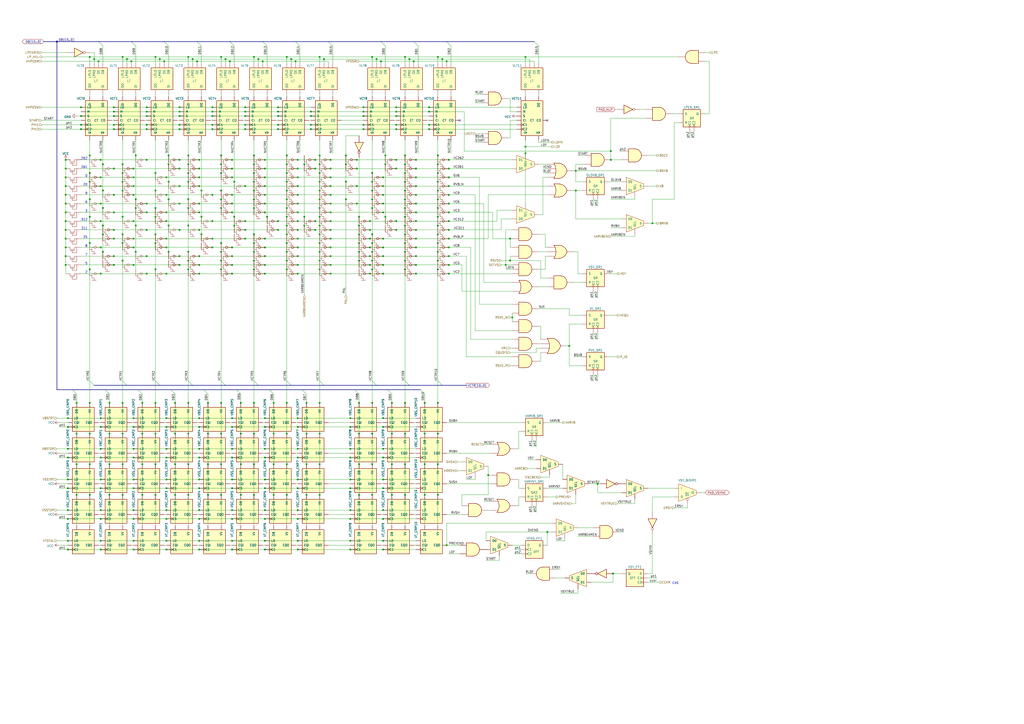
<source format=kicad_sch>
(kicad_sch (version 20211123) (generator eeschema)
  (paper "A2")
  (title_block (title "ver_count") (date "2023-12-28") (rev "1") (company "Commodore") (comment 5 "bus: DB[15:0] VCTR[10:0] NVCTR[10:0]"))
  (lib_symbols
    (symbol "NMOS:AND2" (pin_numbers hide) (pin_names (offset 1.016))
      (symbol "AND2_1_1"
        (pin output line (at 7.62 0 180) (length 3.81) (name "~") (number "1"))
        (pin input line (at -7.62 2.54 0) (length 3.81) (name "~") (number "2"))
        (pin input line (at -7.62 -2.54 0) (length 3.81) (name "~") (number "3"))
      )
    )
    (symbol "NMOS:AND3" (pin_numbers hide) (pin_names (offset 1.016))
      (symbol "AND3_1_1"
        (pin output line (at 7.62 0 180) (length 3.81) (name "~") (number "1"))
        (pin input line (at -7.62 2.54 0) (length 3.81) (name "~") (number "2"))
        (pin input line (at -7.62 0 0) (length 3.81) (name "~") (number "3"))
        (pin input line (at -7.62 -2.54 0) (length 3.81) (name "~") (number "4"))
      )
    )
    (symbol "NMOS:BIDIR" (pin_numbers hide) (pin_names (offset 1.016))
      (property "Reference" "BIDIR" (at -2.54 6.35 0))
      (symbol "BIDIR_1_1"
        (pin bidirectional line (at 7.62 0 180) (length 2.54) (name "IO") (number "1"))
        (pin input inverted (at 0 -6.35 90) (length 3.175) (name "~{OE}") (number "2"))
        (pin output line (at -7.62 -2.54 0) (length 2.54) (name "O") (number "3"))
        (pin input line (at -7.62 2.54 0) (length 2.54) (name "I") (number "4"))
      )
    )
    (symbol "NMOS:CMPD" (pin_numbers hide) (pin_names (offset 1.016))
      (property "Reference" "CMP" (at -8.89 11.43 0))
      (symbol "CMPD_1_1"
        (pin input line (at -3.81 12.7 270) (length 2.54) (name "DB") (number "1"))
        (pin input line (at 3.81 12.7 270) (length 2.54) (name "VV") (number "2"))
        (pin input line (at -8.89 3.81 0) (length 2.54) (name "LD") (number "3"))
        (pin input clock (at -8.89 -1.27 0) (length 2.54) (name "C1") (number "4"))
        (pin input line (at -8.89 1.27 0) (length 2.54) (name "EQI") (number "5"))
        (pin output line (at 8.89 1.27 180) (length 2.54) (name "EQO") (number "6"))
      )
    )
    (symbol "NMOS:CT" (pin_numbers hide) (pin_names (offset 1.016))
      (property "Reference" "CT" (at -8.89 11.43 0))
      (property "Value" "CT" (at 0 0 0))
      (symbol "CT_1_1"
        (pin input line (at -3.81 12.7 270) (length 2.54) (name "DI") (number "1"))
        (pin output line (at -3.81 -12.7 90) (length 2.54) (name "Q") (number "10"))
        (pin output line (at 3.81 -12.7 90) (length 2.54) (name "~{Q}") (number "11"))
        (pin output line (at 3.81 12.7 270) (length 2.54) (name "DO") (number "2"))
        (pin input line (at -8.89 6.35 0) (length 2.54) (name "LD") (number "3"))
        (pin input line (at -8.89 3.81 0) (length 2.54) (name "M") (number "4"))
        (pin input line (at -8.89 1.27 0) (length 2.54) (name "S") (number "5"))
        (pin input line (at -8.89 -1.27 0) (length 2.54) (name "CI") (number "6"))
        (pin input clock (at -8.89 -3.81 0) (length 2.54) (name "C1") (number "7"))
        (pin input clock (at -8.89 -6.35 0) (length 2.54) (name "C2") (number "8"))
        (pin output line (at 8.89 -1.27 180) (length 2.54) (name "CO") (number "9"))
      )
    )
    (symbol "NMOS:DFF" (pin_numbers hide) (pin_names (offset 1.016))
      (property "Reference" "FF" (at -7.62 6.35 0))
      (property "Value" "DFF" (at 1.27 0 0))
      (symbol "DFF_1_1"
        (pin output line (at 7.62 2.54 180) (length 2.54) (name "Q") (number "1"))
        (pin input line (at -7.62 2.54 0) (length 2.54) (name "D") (number "3"))
        (pin input clock (at -7.62 0 0) (length 2.54) (name "C1") (number "4"))
        (pin input clock (at -7.62 -2.54 0) (length 2.54) (name "C2") (number "5"))
      )
    )
    (symbol "NMOS:LT" (pin_numbers hide) (pin_names (offset 1.016))
      (property "Reference" "LT" (at -7.62 8.89 0))
      (property "Value" "LT" (at 0 -1.27 0))
      (symbol "LT_1_1"
        (pin bidirectional line (at 3.81 8.89 270) (length 2.54) (name "DB") (number "1"))
        (pin input line (at 1.27 8.89 270) (length 2.54) (name "OE") (number "2"))
        (pin input line (at -1.27 8.89 270) (length 2.54) (name "LPRD") (number "3"))
        (pin input line (at -3.81 8.89 270) (length 2.54) (name "LPLD") (number "4"))
        (pin output line (at -3.81 -8.89 90) (length 2.54) (name "DO") (number "5"))
        (pin input line (at 3.81 -8.89 90) (length 2.54) (name "DI") (number "6"))
      )
    )
    (symbol "NMOS:MUX" (pin_numbers hide) (pin_names (offset 1.016))
      (property "Reference" "MUX" (at -2.54 6.35 0))
      (symbol "MUX_1_1"
        (pin output line (at 7.62 0 180) (length 2.54) (name "S") (number "1"))
        (pin input line (at 0 -6.35 90) (length 3.175) (name "SEL") (number "2"))
        (pin input line (at -7.62 -2.54 0) (length 2.54) (name "D1") (number "3"))
        (pin input line (at -7.62 2.54 0) (length 2.54) (name "D0") (number "4"))
      )
    )
    (symbol "NMOS:NOT" (pin_numbers hide)
      (symbol "NOT_1_0"
        (pin output inverted (at 6.35 0 180) (length 3.81) (name "~") (number "1"))
        (pin input line (at -6.35 0 0) (length 3.81) (name "~") (number "2"))
      )
    )
    (symbol "NMOS:NOT_OC" (pin_numbers hide)
      (property "Reference" "Q" (at -1.27 3.81 0))
      (symbol "NOT_OC_1_0"
        (pin open_collector inverted (at 6.35 1.27 180) (length 3.81) (name "~") (number "1"))
        (pin input line (at 0 3.81 270) (length 3.81) (name "~") (number "2"))
      )
    )
    (symbol "NMOS:OR2" (pin_numbers hide) (pin_names (offset 1.016))
      (symbol "OR2_1_1"
        (pin output line (at 7.62 0 180) (length 3.81) (name "~") (number "1"))
        (pin input line (at -7.62 2.54 0) (length 4.318) (name "~") (number "2"))
        (pin input line (at -7.62 -2.54 0) (length 4.318) (name "~") (number "3"))
      )
    )
    (symbol "NMOS:OR3" (pin_numbers hide) (pin_names (offset 1.016))
      (symbol "OR3_1_1"
        (pin output line (at 7.62 0 180) (length 3.81) (name "~") (number "1"))
        (pin input line (at -7.62 2.54 0) (length 4.318) (name "~") (number "2"))
        (pin input line (at -7.62 0 0) (length 4.953) (name "~") (number "3"))
        (pin input line (at -7.62 -2.54 0) (length 4.318) (name "~") (number "4"))
      )
    )
    (symbol "NMOS:OR4" (pin_numbers hide) (pin_names (offset 1.016))
      (symbol "OR4_1_1"
        (pin output line (at 7.62 0 180) (length 3.81) (name "~") (number "1"))
        (pin input line (at -7.62 3.81 0) (length 3.81) (name "~") (number "2"))
        (pin input line (at -7.62 1.27 0) (length 4.826) (name "~") (number "3"))
        (pin input line (at -7.62 -1.27 0) (length 4.826) (name "~") (number "4"))
        (pin input line (at -7.62 -3.81 0) (length 3.81) (name "~") (number "5"))
      )
    )
    (symbol "NMOS:PULLUP" (pin_numbers hide) (pin_names (offset 0) hide)
      (property "Reference" "R" (at 3.81 1.27 0))
      (symbol "PULLUP_1_1"
        (pin input line (at 2.54 3.81 270) (length 2.54) (name "S") (number "1"))
        (pin open_collector line (at 2.54 -5.08 90) (length 2.54) (name "D") (number "3"))
      )
    )
    (symbol "NMOS:SR" (pin_numbers hide) (pin_names (offset 1.016))
      (property "Reference" "SR" (at -8.89 6.35 0))
      (property "Value" "SR" (at 0 0 0))
      (symbol "SR_1_1"
        (pin output line (at 7.62 2.54 180) (length 2.54) (name "Q") (number "1"))
        (pin input clock (at -1.27 -7.62 90) (length 2.54) (name "C1") (number "4"))
        (pin input clock (at 1.27 -7.62 90) (length 2.54) (name "C2") (number "5"))
        (pin input line (at -7.62 -2.54 0) (length 2.54) (name "R") (number "6"))
        (pin input line (at -7.62 2.54 0) (length 2.54) (name "S") (number "7"))
      )
    )
    (symbol "NMOS:SR2" (pin_numbers hide) (pin_names (offset 1.016))
      (property "Reference" "SR" (at -8.89 6.35 0))
      (property "Value" "SR2" (at 0 0 0))
      (symbol "SR2_1_1"
        (pin output line (at 7.62 2.54 180) (length 2.54) (name "Q") (number "1"))
        (pin output line (at 7.62 -2.54 180) (length 2.54) (name "D") (number "2"))
        (pin input clock (at -1.27 -7.62 90) (length 2.54) (name "C1") (number "4"))
        (pin input clock (at 1.27 -7.62 90) (length 2.54) (name "C2") (number "5"))
        (pin input line (at -7.62 -2.54 0) (length 2.54) (name "R") (number "6"))
        (pin input line (at -7.62 2.54 0) (length 2.54) (name "S") (number "7"))
      )
    )
    (symbol "power:GND" (power) (pin_names (offset 0))
      (property "Value" "GND" (at 0 -3.81 0))
      (symbol "GND_1_1"
        (pin power_in line (at 0 0 270) (length 0) hide (name "GND") (number "1"))
      )
    )
    (symbol "power:VCC" (power) (pin_names (offset 0))
      (property "Value" "VCC" (at 0 3.81 0))
      (symbol "VCC_1_1"
        (pin power_in line (at 0 0 90) (length 0) hide (name "VCC") (number "1"))
      )
    )
  )
  (junction (at 66.04 153.67))
  (junction (at 85.09 92.71))
  (junction (at 166.37 233.68))
  (junction (at 153.67 278.13))
  (junction (at 128.27 115.57))
  (junction (at 104.14 74.93))
  (junction (at 185.42 120.65))
  (junction (at 215.9 287.02))
  (junction (at 180.34 72.39))
  (junction (at 182.88 92.71))
  (junction (at 128.27 33.02))
  (junction (at 203.2 318.77))
  (junction (at 128.27 110.49))
  (junction (at 215.9 151.13))
  (junction (at 158.75 287.02))
  (junction (at 77.47 153.67))
  (junction (at 142.24 67.31))
  (junction (at 172.72 158.75))
  (junction (at 215.9 269.24))
  (junction (at 208.28 151.13))
  (junction (at 214.63 158.75))
  (junction (at 191.77 118.11))
  (junction (at 176.53 130.81))
  (junction (at 109.22 100.33))
  (junction (at 254 120.65))
  (junction (at 152.4 35.56))
  (junction (at 39.37 283.21))
  (junction (at 234.95 146.05))
  (junction (at 90.17 100.33))
  (junction (at 158.75 251.46))
  (junction (at 182.88 128.27))
  (junction (at 134.62 318.77))
  (junction (at 185.42 140.97))
  (junction (at 210.82 62.23))
  (junction (at 90.17 33.02))
  (junction (at 248.92 74.93))
  (junction (at 147.32 95.25))
  (junction (at 38.1 138.43))
  (junction (at 241.3 148.59))
  (junction (at 58.42 283.21))
  (junction (at 203.2 283.21))
  (junction (at 44.45 287.02))
  (junction (at 109.22 151.13))
  (junction (at 172.72 138.43))
  (junction (at 82.55 251.46))
  (junction (at 222.25 148.59))
  (junction (at 234.95 151.13))
  (junction (at 153.67 143.51))
  (junction (at 59.69 130.81))
  (junction (at 90.17 287.02))
  (junction (at 354.33 92.71))
  (junction (at 77.47 278.13))
  (junction (at 104.14 64.77))
  (junction (at 58.42 128.27))
  (junction (at 166.37 287.02))
  (junction (at 172.72 128.27))
  (junction (at 97.79 115.57))
  (junction (at 161.29 72.39))
  (junction (at 166.37 95.25))
  (junction (at 227.33 251.46))
  (junction (at 123.19 138.43))
  (junction (at 222.25 153.67))
  (junction (at 39.37 278.13))
  (junction (at 154.94 125.73))
  (junction (at 95.25 35.56))
  (junction (at 71.12 125.73))
  (junction (at 109.22 120.65))
  (junction (at 54.61 34.29))
  (junction (at 214.63 138.43))
  (junction (at 139.7 287.02))
  (junction (at 191.77 102.87))
  (junction (at 139.7 269.24))
  (junction (at 254 115.57))
  (junction (at 210.82 74.93))
  (junction (at 78.74 146.05))
  (junction (at 77.47 113.03))
  (junction (at 191.77 123.19))
  (junction (at 172.72 97.79))
  (junction (at 97.79 105.41))
  (junction (at 172.72 242.57))
  (junction (at 77.47 265.43))
  (junction (at 234.95 110.49))
  (junction (at 46.99 72.39))
  (junction (at 96.52 260.35))
  (junction (at 134.62 300.99))
  (junction (at 220.98 35.56))
  (junction (at 214.63 153.67))
  (junction (at 123.19 128.27))
  (junction (at 58.42 318.77))
  (junction (at 254 95.25))
  (junction (at 214.63 133.35))
  (junction (at 133.35 35.56))
  (junction (at 234.95 125.73))
  (junction (at 147.32 110.49))
  (junction (at 104.14 97.79))
  (junction (at 334.01 99.06))
  (junction (at 123.19 72.39))
  (junction (at 172.72 133.35))
  (junction (at 185.42 269.24))
  (junction (at 115.57 102.87))
  (junction (at 222.25 247.65))
  (junction (at 248.92 62.23))
  (junction (at 115.57 148.59))
  (junction (at 104.14 153.67))
  (junction (at 52.07 140.97))
  (junction (at 161.29 74.93))
  (junction (at 185.42 115.57))
  (junction (at 229.87 128.27))
  (junction (at 59.69 135.89))
  (junction (at 166.37 146.05))
  (junction (at 134.62 143.51))
  (junction (at 115.57 313.69))
  (junction (at 38.1 107.95))
  (junction (at 82.55 287.02))
  (junction (at 128.27 146.05))
  (junction (at 96.52 318.77))
  (junction (at 207.01 97.79))
  (junction (at 203.2 278.13))
  (junction (at 147.32 156.21))
  (junction (at 215.9 233.68))
  (junction (at 207.01 107.95))
  (junction (at 153.67 265.43))
  (junction (at 96.52 158.75))
  (junction (at 142.24 133.35))
  (junction (at 234.95 33.02))
  (junction (at 71.12 251.46))
  (junction (at 254 110.49))
  (junction (at 254 146.05))
  (junction (at 134.62 242.57))
  (junction (at 260.35 128.27))
  (junction (at 240.03 35.56))
  (junction (at 120.65 269.24))
  (junction (at 248.92 72.39))
  (junction (at 109.22 269.24))
  (junction (at 210.82 64.77))
  (junction (at 96.52 102.87))
  (junction (at 222.25 102.87))
  (junction (at 97.79 146.05))
  (junction (at 177.8 287.02))
  (junction (at 208.28 140.97))
  (junction (at 96.52 143.51))
  (junction (at 185.42 135.89))
  (junction (at 295.91 138.43))
  (junction (at 208.28 233.68))
  (junction (at 123.19 74.93))
  (junction (at 38.1 148.59))
  (junction (at 241.3 128.27))
  (junction (at 161.29 133.35))
  (junction (at 208.28 269.24))
  (junction (at 241.3 143.51))
  (junction (at 96.52 242.57))
  (junction (at 147.32 33.02))
  (junction (at 177.8 251.46))
  (junction (at 346.71 280.67))
  (junction (at 139.7 251.46))
  (junction (at 234.95 105.41))
  (junction (at 44.45 251.46))
  (junction (at 334.01 110.49))
  (junction (at 128.27 287.02))
  (junction (at 90.17 120.65))
  (junction (at 234.95 120.65))
  (junction (at 109.22 95.25))
  (junction (at 104.14 67.31))
  (junction (at 135.89 125.73))
  (junction (at 172.72 107.95))
  (junction (at 147.32 251.46))
  (junction (at 96.52 265.43))
  (junction (at 52.07 125.73))
  (junction (at 229.87 67.31))
  (junction (at 191.77 97.79))
  (junction (at 147.32 140.97))
  (junction (at 161.29 64.77))
  (junction (at 66.04 133.35))
  (junction (at 58.42 102.87))
  (junction (at 246.38 269.24))
  (junction (at 153.67 260.35))
  (junction (at 134.62 247.65))
  (junction (at 58.42 242.57))
  (junction (at 254 151.13))
  (junction (at 116.84 125.73))
  (junction (at 215.9 110.49))
  (junction (at 215.9 135.89))
  (junction (at 241.3 123.19))
  (junction (at 39.37 295.91))
  (junction (at 78.74 90.17))
  (junction (at 254 287.02))
  (junction (at 71.12 135.89))
  (junction (at 77.47 242.57))
  (junction (at 191.77 158.75))
  (junction (at 85.09 64.77))
  (junction (at 66.04 148.59))
  (junction (at 222.25 138.43))
  (junction (at 66.04 138.43))
  (junction (at 66.04 113.03))
  (junction (at 57.15 35.56))
  (junction (at 234.95 130.81))
  (junction (at 317.5 308.61))
  (junction (at 109.22 90.17))
  (junction (at 134.62 278.13))
  (junction (at 71.12 100.33))
  (junction (at 134.62 158.75))
  (junction (at 109.22 156.21))
  (junction (at 147.32 115.57))
  (junction (at 185.42 95.25))
  (junction (at 222.25 158.75))
  (junction (at 142.24 107.95))
  (junction (at 172.72 260.35))
  (junction (at 153.67 300.99))
  (junction (at 66.04 97.79))
  (junction (at 260.35 97.79))
  (junction (at 185.42 110.49))
  (junction (at 71.12 140.97))
  (junction (at 85.09 118.11))
  (junction (at 147.32 233.68))
  (junction (at 172.72 300.99))
  (junction (at 260.35 102.87))
  (junction (at 46.99 74.93))
  (junction (at 82.55 233.68))
  (junction (at 38.1 128.27))
  (junction (at 115.57 92.71))
  (junction (at 153.67 247.65))
  (junction (at 134.62 92.71))
  (junction (at 38.1 143.51))
  (junction (at 71.12 105.41))
  (junction (at 39.37 300.99))
  (junction (at 166.37 110.49))
  (junction (at 147.32 105.41))
  (junction (at 66.04 123.19))
  (junction (at 259.08 316.23))
  (junction (at 241.3 97.79))
  (junction (at 234.95 115.57))
  (junction (at 234.95 100.33))
  (junction (at 58.42 265.43))
  (junction (at 172.72 92.71))
  (junction (at 115.57 283.21))
  (junction (at 234.95 269.24))
  (junction (at 52.07 251.46))
  (junction (at 241.3 107.95))
  (junction (at 82.55 269.24))
  (junction (at 153.67 123.19))
  (junction (at 330.2 200.66))
  (junction (at 90.17 251.46))
  (junction (at 203.2 242.57))
  (junction (at 97.79 95.25))
  (junction (at 355.6 332.74))
  (junction (at 215.9 120.65))
  (junction (at 185.42 233.68))
  (junction (at 96.52 113.03))
  (junction (at 248.92 64.77))
  (junction (at 214.63 148.59))
  (junction (at 172.72 313.69))
  (junction (at 166.37 115.57))
  (junction (at 97.79 130.81))
  (junction (at 153.67 295.91))
  (junction (at 134.62 113.03))
  (junction (at 85.09 123.19))
  (junction (at 168.91 34.29))
  (junction (at 222.25 283.21))
  (junction (at 38.1 113.03))
  (junction (at 222.25 143.51))
  (junction (at 128.27 151.13))
  (junction (at 215.9 105.41))
  (junction (at 39.37 260.35))
  (junction (at 90.17 156.21))
  (junction (at 96.52 247.65))
  (junction (at 59.69 110.49))
  (junction (at 96.52 283.21))
  (junction (at 39.37 318.77))
  (junction (at 172.72 153.67))
  (junction (at 222.25 265.43))
  (junction (at 260.35 138.43))
  (junction (at 283.21 275.59))
  (junction (at 101.6 269.24))
  (junction (at 229.87 64.77))
  (junction (at 234.95 287.02))
  (junction (at 172.72 113.03))
  (junction (at 185.42 130.81))
  (junction (at 234.95 140.97))
  (junction (at 147.32 90.17))
  (junction (at 115.57 97.79))
  (junction (at 182.88 97.79))
  (junction (at 77.47 138.43))
  (junction (at 66.04 62.23))
  (junction (at 185.42 105.41))
  (junction (at 158.75 233.68))
  (junction (at 215.9 33.02))
  (junction (at 77.47 247.65))
  (junction (at 134.62 148.59))
  (junction (at 222.25 113.03))
  (junction (at 90.17 110.49))
  (junction (at 260.35 107.95))
  (junction (at 161.29 62.23))
  (junction (at 111.76 34.29))
  (junction (at 222.25 118.11))
  (junction (at 115.57 158.75))
  (junction (at 208.28 251.46))
  (junction (at 52.07 233.68))
  (junction (at 90.17 233.68))
  (junction (at 215.9 100.33))
  (junction (at 46.99 67.31))
  (junction (at 90.17 269.24))
  (junction (at 147.32 146.05))
  (junction (at 96.52 128.27))
  (junction (at 128.27 156.21))
  (junction (at 85.09 67.31))
  (junction (at 185.42 100.33))
  (junction (at 58.42 260.35))
  (junction (at 180.34 74.93))
  (junction (at 85.09 62.23))
  (junction (at 109.22 251.46))
  (junction (at 191.77 113.03))
  (junction (at 153.67 92.71))
  (junction (at 104.14 133.35))
  (junction (at 203.2 295.91))
  (junction (at 185.42 125.73))
  (junction (at 114.3 35.56))
  (junction (at 222.25 313.69))
  (junction (at 85.09 133.35))
  (junction (at 158.75 269.24))
  (junction (at 38.1 97.79))
  (junction (at 90.17 125.73))
  (junction (at 166.37 135.89))
  (junction (at 293.37 153.67))
  (junction (at 77.47 143.51))
  (junction (at 52.07 156.21))
  (junction (at 120.65 287.02))
  (junction (at 200.66 95.25))
  (junction (at 139.7 233.68))
  (junction (at 172.72 295.91))
  (junction (at 153.67 102.87))
  (junction (at 104.14 72.39))
  (junction (at 153.67 318.77))
  (junction (at 128.27 233.68))
  (junction (at 147.32 135.89))
  (junction (at 166.37 105.41))
  (junction (at 134.62 260.35))
  (junction (at 254 125.73))
  (junction (at 254 90.17))
  (junction (at 176.53 95.25))
  (junction (at 241.3 133.35))
  (junction (at 58.42 247.65))
  (junction (at 104.14 62.23))
  (junction (at 241.3 138.43))
  (junction (at 63.5 251.46))
  (junction (at 172.72 247.65))
  (junction (at 33.02 24.13))
  (junction (at 254 140.97))
  (junction (at 58.42 158.75))
  (junction (at 166.37 33.02))
  (junction (at 96.52 300.99))
  (junction (at 234.95 95.25))
  (junction (at 58.42 300.99))
  (junction (at 229.87 97.79))
  (junction (at 166.37 125.73))
  (junction (at 76.2 35.56))
  (junction (at 185.42 90.17))
  (junction (at 58.42 92.71))
  (junction (at 52.07 90.17))
  (junction (at 223.52 125.73))
  (junction (at 177.8 233.68))
  (junction (at 185.42 33.02))
  (junction (at 78.74 130.81))
  (junction (at 104.14 148.59))
  (junction (at 39.37 242.57))
  (junction (at 260.35 143.51))
  (junction (at 58.42 295.91))
  (junction (at 77.47 102.87))
  (junction (at 246.38 287.02))
  (junction (at 166.37 151.13))
  (junction (at 222.25 300.99))
  (junction (at 115.57 133.35))
  (junction (at 63.5 287.02))
  (junction (at 222.25 107.95))
  (junction (at 142.24 62.23))
  (junction (at 96.52 313.69))
  (junction (at 172.72 118.11))
  (junction (at 97.79 90.17))
  (junction (at 59.69 120.65))
  (junction (at 85.09 72.39))
  (junction (at 115.57 260.35))
  (junction (at 191.77 148.59))
  (junction (at 38.1 92.71))
  (junction (at 77.47 107.95))
  (junction (at 166.37 90.17))
  (junction (at 109.22 33.02))
  (junction (at 227.33 269.24))
  (junction (at 246.38 251.46))
  (junction (at 241.3 102.87))
  (junction (at 39.37 313.69))
  (junction (at 115.57 318.77))
  (junction (at 63.5 269.24))
  (junction (at 208.28 125.73))
  (junction (at 215.9 115.57))
  (junction (at 52.07 33.02))
  (junction (at 52.07 269.24))
  (junction (at 59.69 95.25))
  (junction (at 134.62 118.11))
  (junction (at 52.07 100.33))
  (junction (at 116.84 135.89))
  (junction (at 234.95 233.68))
  (junction (at 182.88 133.35))
  (junction (at 58.42 118.11))
  (junction (at 180.34 67.31))
  (junction (at 115.57 300.99))
  (junction (at 128.27 140.97))
  (junction (at 38.1 133.35))
  (junction (at 295.91 151.13))
  (junction (at 66.04 67.31))
  (junction (at 59.69 146.05))
  (junction (at 166.37 120.65))
  (junction (at 200.66 105.41))
  (junction (at 46.99 62.23))
  (junction (at 241.3 113.03))
  (junction (at 147.32 269.24))
  (junction (at 185.42 156.21))
  (junction (at 260.35 133.35))
  (junction (at 171.45 35.56))
  (junction (at 92.71 34.29))
  (junction (at 38.1 153.67))
  (junction (at 254 130.81))
  (junction (at 134.62 97.79))
  (junction (at 260.35 113.03))
  (junction (at 166.37 269.24))
  (junction (at 115.57 242.57))
  (junction (at 77.47 300.99))
  (junction (at 229.87 92.71))
  (junction (at 128.27 95.25))
  (junction (at 222.25 295.91))
  (junction (at 109.22 146.05))
  (junction (at 71.12 233.68))
  (junction (at 222.25 260.35))
  (junction (at 52.07 105.41))
  (junction (at 234.95 90.17))
  (junction (at 104.14 118.11))
  (junction (at 63.5 233.68))
  (junction (at 128.27 269.24))
  (junction (at 260.35 92.71))
  (junction (at 200.66 115.57))
  (junction (at 241.3 118.11))
  (junction (at 120.65 233.68))
  (junction (at 254 100.33))
  (junction (at 101.6 233.68))
  (junction (at 142.24 72.39))
  (junction (at 78.74 115.57))
  (junction (at 115.57 153.67))
  (junction (at 90.17 135.89))
  (junction (at 52.07 115.57))
  (junction (at 38.1 118.11))
  (junction (at 123.19 64.77))
  (junction (at 304.8 85.09))
  (junction (at 223.52 90.17))
  (junction (at 115.57 278.13))
  (junction (at 134.62 123.19))
  (junction (at 134.62 102.87))
  (junction (at 153.67 153.67))
  (junction (at 58.42 313.69))
  (junction (at 44.45 233.68))
  (junction (at 172.72 102.87))
  (junction (at 38.1 123.19))
  (junction (at 104.14 107.95))
  (junction (at 260.35 123.19))
  (junction (at 109.22 130.81))
  (junction (at 77.47 97.79))
  (junction (at 52.07 287.02))
  (junction (at 71.12 95.25))
  (junction (at 147.32 120.65))
  (junction (at 161.29 128.27))
  (junction (at 166.37 156.21))
  (junction (at 227.33 233.68))
  (junction (at 128.27 251.46))
  (junction (at 172.72 148.59))
  (junction (at 115.57 107.95))
  (junction (at 123.19 143.51))
  (junction (at 96.52 138.43))
  (junction (at 147.32 151.13))
  (junction (at 142.24 64.77))
  (junction (at 256.54 34.29))
  (junction (at 246.38 233.68))
  (junction (at 254 135.89))
  (junction (at 85.09 158.75))
  (junction (at 222.25 242.57))
  (junction (at 134.62 265.43))
  (junction (at 128.27 90.17))
  (junction (at 39.37 247.65))
  (junction (at 229.87 74.93))
  (junction (at 166.37 130.81))
  (junction (at 222.25 278.13))
  (junction (at 39.37 265.43))
  (junction (at 172.72 278.13))
  (junction (at 354.33 87.63))
  (junction (at 203.2 313.69))
  (junction (at 208.28 146.05))
  (junction (at 153.67 118.11))
  (junction (at 185.42 251.46))
  (junction (at 234.95 156.21))
  (junction (at 135.89 130.81))
  (junction (at 229.87 62.23))
  (junction (at 85.09 74.93))
  (junction (at 71.12 33.02))
  (junction (at 234.95 251.46))
  (junction (at 153.67 242.57))
  (junction (at 254 33.02))
  (junction (at 215.9 140.97))
  (junction (at 241.3 92.71))
  (junction (at 203.2 265.43))
  (junction (at 77.47 260.35))
  (junction (at 96.52 123.19))
  (junction (at 96.52 278.13))
  (junction (at 123.19 62.23))
  (junction (at 66.04 74.93))
  (junction (at 66.04 64.77))
  (junction (at 116.84 110.49))
  (junction (at 120.65 251.46))
  (junction (at 208.28 287.02))
  (junction (at 109.22 115.57))
  (junction (at 208.28 130.81))
  (junction (at 77.47 295.91))
  (junction (at 191.77 92.71))
  (junction (at 166.37 100.33))
  (junction (at 185.42 151.13))
  (junction (at 304.8 88.9))
  (junction (at 115.57 118.11))
  (junction (at 260.35 158.75))
  (junction (at 172.72 143.51))
  (junction (at 123.19 113.03))
  (junction (at 215.9 156.21))
  (junction (at 77.47 318.77))
  (junction (at 142.24 74.93))
  (junction (at 260.35 118.11))
  (junction (at 71.12 269.24))
  (junction (at 153.67 283.21))
  (junction (at 58.42 278.13))
  (junction (at 115.57 123.19))
  (junction (at 304.8 33.02))
  (junction (at 229.87 72.39))
  (junction (at 71.12 151.13))
  (junction (at 142.24 128.27))
  (junction (at 207.01 118.11))
  (junction (at 254 233.68))
  (junction (at 77.47 128.27))
  (junction (at 215.9 251.46))
  (junction (at 254 269.24))
  (junction (at 254 105.41))
  (junction (at 71.12 110.49))
  (junction (at 153.67 158.75))
  (junction (at 172.72 318.77))
  (junction (at 191.77 143.51))
  (junction (at 44.45 269.24))
  (junction (at 210.82 72.39))
  (junction (at 115.57 295.91))
  (junction (at 187.96 34.29))
  (junction (at 153.67 313.69))
  (junction (at 109.22 287.02))
  (junction (at 115.57 265.43))
  (junction (at 147.32 100.33))
  (junction (at 134.62 283.21))
  (junction (at 71.12 287.02))
  (junction (at 191.77 128.27))
  (junction (at 135.89 105.41))
  (junction (at 378.46 129.54))
  (junction (at 218.44 34.29))
  (junction (at 234.95 135.89))
  (junction (at 185.42 287.02))
  (junction (at 177.8 269.24))
  (junction (at 227.33 287.02))
  (junction (at 130.81 34.29))
  (junction (at 128.27 120.65))
  (junction (at 191.77 153.67))
  (junction (at 214.63 143.51))
  (junction (at 185.42 146.05))
  (junction (at 153.67 148.59))
  (junction (at 38.1 102.87))
  (junction (at 254 251.46))
  (junction (at 142.24 138.43))
  (junction (at 260.35 148.59))
  (junction (at 123.19 67.31))
  (junction (at 153.67 138.43))
  (junction (at 191.77 138.43))
  (junction (at 134.62 295.91))
  (junction (at 101.6 251.46))
  (junction (at 297.18 184.15))
  (junction (at 172.72 283.21))
  (junction (at 172.72 123.19))
  (junction (at 73.66 34.29))
  (junction (at 166.37 251.46))
  (junction (at 104.14 92.71))
  (junction (at 115.57 247.65))
  (junction (at 203.2 300.99))
  (junction (at 134.62 313.69))
  (junction (at 200.66 90.17))
  (junction (at 222.25 123.19))
  (junction (at 90.17 140.97))
  (junction (at 161.29 67.31))
  (junction (at 191.77 133.35))
  (junction (at 191.77 107.95))
  (junction (at 85.09 148.59))
  (junction (at 149.86 34.29))
  (junction (at 153.67 107.95))
  (junction (at 223.52 95.25))
  (junction (at 260.35 153.67))
  (junction (at 58.42 107.95))
  (junction (at 207.01 92.71))
  (junction (at 172.72 265.43))
  (junction (at 66.04 72.39))
  (junction (at 128.27 100.33))
  (junction (at 58.42 143.51))
  (junction (at 203.2 260.35))
  (junction (at 241.3 158.75))
  (junction (at 215.9 146.05))
  (junction (at 241.3 153.67))
  (junction (at 237.49 34.29))
  (junction (at 259.08 35.56))
  (junction (at 254 156.21))
  (junction (at 222.25 318.77))
  (junction (at 180.34 64.77))
  (junction (at 214.63 128.27))
  (junction (at 153.67 113.03))
  (junction (at 101.6 287.02))
  (junction (at 210.82 67.31))
  (junction (at 134.62 153.67))
  (junction (at 229.87 133.35))
  (junction (at 109.22 105.41))
  (junction (at 153.67 97.79))
  (junction (at 96.52 295.91))
  (junction (at 77.47 283.21))
  (junction (at 208.28 135.89))
  (junction (at 166.37 140.97))
  (junction (at 77.47 313.69))
  (junction (at 203.2 247.65))
  (junction (at 78.74 120.65))
  (junction (at 147.32 287.02))
  (junction (at 176.53 125.73))
  (junction (at 109.22 233.68))
  (no_connect (at 317.5 69.85))
  (no_connect (at 266.7 69.85))
  (bus_entry (at 130.81 223.52) (size -2.54 -2.54))
  (bus_entry (at 114.3 24.13) (size 2.54 2.54))
  (bus_entry (at 259.08 24.13) (size 2.54 2.54))
  (bus_entry (at 92.71 223.52) (size -2.54 -2.54))
  (bus_entry (at 171.45 24.13) (size 2.54 2.54))
  (bus_entry (at 57.15 24.13) (size 2.54 2.54))
  (bus_entry (at 149.86 223.52) (size -2.54 -2.54))
  (bus_entry (at 220.98 24.13) (size 2.54 2.54))
  (bus_entry (at 243.84 226.06) (size 2.54 2.54))
  (bus_entry (at 156.21 226.06) (size 2.54 2.54))
  (bus_entry (at 99.06 226.06) (size 2.54 2.54))
  (bus_entry (at 168.91 223.52) (size -2.54 -2.54))
  (bus_entry (at 309.88 24.13) (size 2.54 2.54))
  (bus_entry (at 240.03 24.13) (size 2.54 2.54))
  (bus_entry (at 237.49 223.52) (size -2.54 -2.54))
  (bus_entry (at 111.76 223.52) (size -2.54 -2.54))
  (bus_entry (at 187.96 223.52) (size -2.54 -2.54))
  (bus_entry (at 73.66 223.52) (size -2.54 -2.54))
  (bus_entry (at 95.25 24.13) (size 2.54 2.54))
  (bus_entry (at 152.4 24.13) (size 2.54 2.54))
  (bus_entry (at 190.5 24.13) (size 2.54 2.54))
  (bus_entry (at 218.44 223.52) (size -2.54 -2.54))
  (bus_entry (at 137.16 226.06) (size 2.54 2.54))
  (bus_entry (at 133.35 24.13) (size 2.54 2.54))
  (bus_entry (at 41.91 226.06) (size 2.54 2.54))
  (bus_entry (at 54.61 223.52) (size -2.54 -2.54))
  (bus_entry (at 256.54 223.52) (size -2.54 -2.54))
  (bus_entry (at 118.11 226.06) (size 2.54 2.54))
  (bus_entry (at 205.74 226.06) (size 2.54 2.54))
  (bus_entry (at 80.01 226.06) (size 2.54 2.54))
  (bus_entry (at 60.96 226.06) (size 2.54 2.54))
  (bus_entry (at 175.26 226.06) (size 2.54 2.54))
  (bus_entry (at 224.79 226.06) (size 2.54 2.54))
  (bus_entry (at 76.2 24.13) (size 2.54 2.54))
  (wire (pts (xy 241.3 92.71) (xy 260.35 92.71)))
  (wire (pts (xy 191.77 97.79) (xy 207.01 97.79)))
  (wire (pts (xy 171.45 35.56) (xy 190.5 35.56)))
  (wire (pts (xy 185.42 105.41) (xy 185.42 110.49)))
  (wire (pts (xy 295.91 64.77) (xy 295.91 57.15)))
  (wire (pts (xy 331.47 292.1) (xy 334.01 292.1)))
  (wire (pts (xy 228.6 69.85) (xy 229.87 69.85)))
  (wire (pts (xy 234.95 135.89) (xy 234.95 140.97)))
  (wire (pts (xy 222.25 260.35) (xy 241.3 260.35)))
  (wire (pts (xy 295.91 184.15) (xy 297.18 184.15)))
  (wire (pts (xy 214.63 143.51) (xy 222.25 143.51)))
  (wire (pts (xy 115.57 133.35) (xy 142.24 133.35)))
  (wire (pts (xy 59.69 26.67) (xy 59.69 36.83)))
  (wire (pts (xy 334.01 95.25) (xy 334.01 99.06)))
  (wire (pts (xy 44.45 67.31) (xy 46.99 67.31)))
  (wire (pts (xy 104.14 118.11) (xy 115.57 118.11)))
  (wire (pts (xy 46.99 107.95) (xy 58.42 107.95)))
  (wire (pts (xy 111.76 34.29) (xy 130.81 34.29)))
  (wire (pts (xy 133.35 35.56) (xy 152.4 35.56)))
  (wire (pts (xy 411.48 66.04) (xy 411.48 35.56)))
  (wire (pts (xy 142.24 67.31) (xy 161.29 67.31)))
  (wire (pts (xy 77.47 265.43) (xy 96.52 265.43)))
  (wire (pts (xy 128.27 115.57) (xy 128.27 120.65)))
  (wire (pts (xy 77.47 318.77) (xy 96.52 318.77)))
  (wire (pts (xy 222.25 295.91) (xy 241.3 295.91)))
  (wire (pts (xy 96.52 128.27) (xy 123.19 128.27)))
  (wire (pts (xy 114.3 35.56) (xy 114.3 36.83)))
  (wire (pts (xy 203.2 278.13) (xy 222.25 278.13)))
  (wire (pts (xy 241.3 158.75) (xy 260.35 158.75)))
  (wire (pts (xy 71.12 220.98) (xy 71.12 233.68)))
  (bus (pts (xy 137.16 226.06) (xy 156.21 226.06)))
  (wire (pts (xy 215.9 220.98) (xy 215.9 233.68)))
  (wire (pts (xy 116.84 110.49) (xy 116.84 125.73)))
  (wire (pts (xy 153.67 158.75) (xy 172.72 158.75)))
  (wire (pts (xy 312.42 166.37) (xy 317.5 166.37)))
  (wire (pts (xy 312.42 95.25) (xy 317.5 95.25)))
  (wire (pts (xy 135.89 130.81) (xy 135.89 135.89)))
  (wire (pts (xy 222.25 113.03) (xy 241.3 113.03)))
  (wire (pts (xy 90.17 81.28) (xy 90.17 100.33)))
  (wire (pts (xy 96.52 242.57) (xy 115.57 242.57)))
  (wire (pts (xy 191.77 153.67) (xy 214.63 153.67)))
  (wire (pts (xy 306.07 271.78) (xy 311.15 271.78)))
  (wire (pts (xy 104.14 69.85) (xy 102.87 69.85)))
  (wire (pts (xy 185.42 90.17) (xy 185.42 95.25)))
  (wire (pts (xy 259.08 303.53) (xy 259.08 316.23)))
  (wire (pts (xy 171.45 316.23) (xy 172.72 316.23)))
  (wire (pts (xy 172.72 278.13) (xy 203.2 278.13)))
  (wire (pts (xy 378.46 309.88) (xy 378.46 332.74)))
  (wire (pts (xy 391.16 294.64) (xy 398.78 294.64)))
  (wire (pts (xy 177.8 269.24) (xy 177.8 287.02)))
  (wire (pts (xy 208.28 140.97) (xy 208.28 135.89)))
  (wire (pts (xy 185.42 100.33) (xy 185.42 105.41)))
  (wire (pts (xy 58.42 158.75) (xy 85.09 158.75)))
  (wire (pts (xy 215.9 55.88) (xy 215.9 54.61)))
  (wire (pts (xy 77.47 300.99) (xy 96.52 300.99)))
  (wire (pts (xy 222.25 313.69) (xy 241.3 313.69)))
  (wire (pts (xy 359.41 87.63) (xy 360.68 87.63)))
  (wire (pts (xy 346.71 220.98) (xy 346.71 217.17)))
  (wire (pts (xy 320.04 303.53) (xy 259.08 303.53)))
  (wire (pts (xy 52.07 125.73) (xy 52.07 140.97)))
  (wire (pts (xy 153.67 247.65) (xy 172.72 247.65)))
  (wire (pts (xy 265.43 267.97) (xy 267.97 267.97)))
  (wire (pts (xy 391.16 71.12) (xy 393.7 71.12)))
  (wire (pts (xy 147.32 81.28) (xy 147.32 90.17)))
  (wire (pts (xy 346.71 172.72) (xy 346.71 168.91)))
  (wire (pts (xy 180.34 74.93) (xy 210.82 74.93)))
  (wire (pts (xy 46.99 62.23) (xy 66.04 62.23)))
  (wire (pts (xy 85.09 148.59) (xy 104.14 148.59)))
  (wire (pts (xy 313.69 204.47) (xy 313.69 209.55)))
  (wire (pts (xy 215.9 100.33) (xy 215.9 105.41)))
  (wire (pts (xy 378.46 115.57) (xy 378.46 129.54)))
  (wire (pts (xy 223.52 90.17) (xy 223.52 95.25)))
  (wire (pts (xy 210.82 74.93) (xy 229.87 74.93)))
  (wire (pts (xy 57.15 316.23) (xy 58.42 316.23)))
  (wire (pts (xy 210.82 64.77) (xy 229.87 64.77)))
  (wire (pts (xy 185.42 156.21) (xy 185.42 220.98)))
  (wire (pts (xy 185.42 146.05) (xy 185.42 151.13)))
  (wire (pts (xy 147.32 220.98) (xy 147.32 233.68)))
  (wire (pts (xy 200.66 78.74) (xy 208.28 78.74)))
  (wire (pts (xy 311.15 201.93) (xy 311.15 204.47)))
  (wire (pts (xy 254 251.46) (xy 254 269.24)))
  (wire (pts (xy 39.37 260.35) (xy 58.42 260.35)))
  (wire (pts (xy 147.32 287.02) (xy 147.32 304.8)))
  (wire (pts (xy 220.98 298.45) (xy 222.25 298.45)))
  (wire (pts (xy 214.63 148.59) (xy 222.25 148.59)))
  (wire (pts (xy 275.59 54.61) (xy 279.4 54.61)))
  (wire (pts (xy 52.07 105.41) (xy 52.07 115.57)))
  (wire (pts (xy 77.47 283.21) (xy 96.52 283.21)))
  (wire (pts (xy 177.8 233.68) (xy 177.8 251.46)))
  (wire (pts (xy 147.32 120.65) (xy 147.32 135.89)))
  (wire (pts (xy 92.71 34.29) (xy 111.76 34.29)))
  (wire (pts (xy 66.04 74.93) (xy 85.09 74.93)))
  (bus (pts (xy 240.03 24.13) (xy 259.08 24.13)))
  (wire (pts (xy 153.67 123.19) (xy 172.72 123.19)))
  (wire (pts (xy 147.32 146.05) (xy 147.32 151.13)))
  (wire (pts (xy 128.27 120.65) (xy 128.27 140.97)))
  (wire (pts (xy 222.25 143.51) (xy 241.3 143.51)))
  (wire (pts (xy 134.62 295.91) (xy 153.67 295.91)))
  (wire (pts (xy 109.22 251.46) (xy 109.22 269.24)))
  (wire (pts (xy 66.04 72.39) (xy 85.09 72.39)))
  (wire (pts (xy 234.95 125.73) (xy 234.95 130.81)))
  (wire (pts (xy 335.28 306.07) (xy 344.17 306.07)))
  (wire (pts (xy 191.77 102.87) (xy 222.25 102.87)))
  (wire (pts (xy 261.62 81.28) (xy 261.62 88.9)))
  (wire (pts (xy 153.67 102.87) (xy 172.72 102.87)))
  (wire (pts (xy 166.37 130.81) (xy 166.37 135.89)))
  (wire (pts (xy 203.2 247.65) (xy 222.25 247.65)))
  (wire (pts (xy 295.91 138.43) (xy 285.75 138.43)))
  (wire (pts (xy 95.25 35.56) (xy 95.25 36.83)))
  (wire (pts (xy 142.24 72.39) (xy 161.29 72.39)))
  (wire (pts (xy 267.97 153.67) (xy 260.35 153.67)))
  (wire (pts (xy 241.3 113.03) (xy 260.35 113.03)))
  (wire (pts (xy 241.3 133.35) (xy 260.35 133.35)))
  (wire (pts (xy 96.52 113.03) (xy 123.19 113.03)))
  (wire (pts (xy 308.61 259.08) (xy 308.61 255.27)))
  (wire (pts (xy 133.35 280.67) (xy 134.62 280.67)))
  (wire (pts (xy 46.99 148.59) (xy 66.04 148.59)))
  (wire (pts (xy 312.42 26.67) (xy 312.42 36.83)))
  (wire (pts (xy 104.14 64.77) (xy 123.19 64.77)))
  (wire (pts (xy 111.76 34.29) (xy 111.76 36.83)))
  (wire (pts (xy 240.03 35.56) (xy 240.03 36.83)))
  (wire (pts (xy 166.37 100.33) (xy 166.37 105.41)))
  (wire (pts (xy 215.9 115.57) (xy 215.9 120.65)))
  (wire (pts (xy 344.17 172.72) (xy 344.17 168.91)))
  (wire (pts (xy 90.17 140.97) (xy 90.17 156.21)))
  (wire (pts (xy 130.81 34.29) (xy 149.86 34.29)))
  (wire (pts (xy 311.15 259.08) (xy 311.15 255.27)))
  (bus (pts (xy 99.06 226.06) (xy 118.11 226.06)))
  (wire (pts (xy 128.27 156.21) (xy 128.27 220.98)))
  (wire (pts (xy 222.25 158.75) (xy 241.3 158.75)))
  (wire (pts (xy 391.16 115.57) (xy 391.16 71.12)))
  (bus (pts (xy 60.96 226.06) (xy 80.01 226.06)))
  (wire (pts (xy 330.2 179.07) (xy 312.42 179.07)))
  (wire (pts (xy 161.29 72.39) (xy 180.34 72.39)))
  (wire (pts (xy 391.16 283.21) (xy 375.92 283.21)))
  (wire (pts (xy 208.28 156.21) (xy 208.28 151.13)))
  (wire (pts (xy 73.66 34.29) (xy 73.66 36.83)))
  (wire (pts (xy 214.63 138.43) (xy 222.25 138.43)))
  (wire (pts (xy 76.2 262.89) (xy 77.47 262.89)))
  (wire (pts (xy 241.3 153.67) (xy 260.35 153.67)))
  (wire (pts (xy 46.99 158.75) (xy 58.42 158.75)))
  (wire (pts (xy 153.67 92.71) (xy 172.72 92.71)))
  (wire (pts (xy 104.14 92.71) (xy 115.57 92.71)))
  (wire (pts (xy 133.35 316.23) (xy 134.62 316.23)))
  (bus (pts (xy 73.66 223.52) (xy 92.71 223.52)))
  (wire (pts (xy 361.95 308.61) (xy 359.41 308.61)))
  (wire (pts (xy 78.74 120.65) (xy 78.74 130.81)))
  (wire (pts (xy 85.09 62.23) (xy 104.14 62.23)))
  (wire (pts (xy 71.12 269.24) (xy 71.12 287.02)))
  (wire (pts (xy 182.88 97.79) (xy 191.77 97.79)))
  (bus (pts (xy 80.01 226.06) (xy 99.06 226.06)))
  (wire (pts (xy 71.12 33.02) (xy 52.07 33.02)))
  (wire (pts (xy 142.24 74.93) (xy 161.29 74.93)))
  (wire (pts (xy 220.98 262.89) (xy 222.25 262.89)))
  (wire (pts (xy 172.72 295.91) (xy 203.2 295.91)))
  (wire (pts (xy 203.2 260.35) (xy 222.25 260.35)))
  (wire (pts (xy 71.12 100.33) (xy 71.12 105.41)))
  (wire (pts (xy 222.25 107.95) (xy 241.3 107.95)))
  (wire (pts (xy 24.13 33.02) (xy 52.07 33.02)))
  (wire (pts (xy 312.42 82.55) (xy 320.04 82.55)))
  (wire (pts (xy 115.57 118.11) (xy 134.62 118.11)))
  (wire (pts (xy 254 287.02) (xy 254 304.8)))
  (wire (pts (xy 147.32 100.33) (xy 147.32 105.41)))
  (wire (pts (xy 123.19 72.39) (xy 142.24 72.39)))
  (wire (pts (xy 275.59 278.13) (xy 275.59 276.86)))
  (wire (pts (xy 241.3 143.51) (xy 260.35 143.51)))
  (wire (pts (xy 153.67 318.77) (xy 172.72 318.77)))
  (bus (pts (xy 156.21 226.06) (xy 175.26 226.06)))
  (wire (pts (xy 85.09 118.11) (xy 104.14 118.11)))
  (wire (pts (xy 260.35 138.43) (xy 283.21 138.43)))
  (wire (pts (xy 408.94 30.48) (xy 411.48 30.48)))
  (bus (pts (xy 54.61 223.52) (xy 73.66 223.52)))
  (wire (pts (xy 104.14 153.67) (xy 115.57 153.67)))
  (wire (pts (xy 109.22 156.21) (xy 109.22 220.98)))
  (wire (pts (xy 185.42 95.25) (xy 185.42 100.33)))
  (wire (pts (xy 313.69 209.55) (xy 312.42 209.55)))
  (wire (pts (xy 52.07 220.98) (xy 52.07 233.68)))
  (wire (pts (xy 281.94 308.61) (xy 281.94 313.69)))
  (wire (pts (xy 203.2 242.57) (xy 222.25 242.57)))
  (wire (pts (xy 191.77 143.51) (xy 214.63 143.51)))
  (wire (pts (xy 172.72 153.67) (xy 191.77 153.67)))
  (wire (pts (xy 229.87 72.39) (xy 248.92 72.39)))
  (wire (pts (xy 142.24 69.85) (xy 140.97 69.85)))
  (wire (pts (xy 172.72 123.19) (xy 191.77 123.19)))
  (wire (pts (xy 46.99 133.35) (xy 66.04 133.35)))
  (wire (pts (xy 71.12 135.89) (xy 71.12 140.97)))
  (wire (pts (xy 46.99 118.11) (xy 58.42 118.11)))
  (wire (pts (xy 190.5 262.89) (xy 203.2 262.89)))
  (wire (pts (xy 128.27 90.17) (xy 128.27 95.25)))
  (wire (pts (xy 220.98 35.56) (xy 220.98 36.83)))
  (wire (pts (xy 77.47 107.95) (xy 104.14 107.95)))
  (wire (pts (xy 97.79 115.57) (xy 97.79 130.81)))
  (wire (pts (xy 58.42 295.91) (xy 77.47 295.91)))
  (wire (pts (xy 240.03 280.67) (xy 241.3 280.67)))
  (wire (pts (xy 210.82 62.23) (xy 229.87 62.23)))
  (wire (pts (xy 355.6 332.74) (xy 355.6 337.82)))
  (wire (pts (xy 260.35 148.59) (xy 270.51 148.59)))
  (wire (pts (xy 381 335.28) (xy 375.92 335.28)))
  (wire (pts (xy 215.9 81.28) (xy 215.9 100.33)))
  (wire (pts (xy 128.27 233.68) (xy 128.27 251.46)))
  (wire (pts (xy 63.5 287.02) (xy 63.5 304.8)))
  (wire (pts (xy 133.35 245.11) (xy 134.62 245.11)))
  (wire (pts (xy 104.14 74.93) (xy 123.19 74.93)))
  (wire (pts (xy 123.19 74.93) (xy 142.24 74.93)))
  (bus (pts (xy 256.54 223.52) (xy 270.51 223.52)))
  (wire (pts (xy 46.99 128.27) (xy 58.42 128.27)))
  (wire (pts (xy 267.97 287.02) (xy 283.21 287.02)))
  (wire (pts (xy 173.99 81.28) (xy 173.99 88.9)))
  (wire (pts (xy 316.23 143.51) (xy 316.23 135.89)))
  (wire (pts (xy 208.28 62.23) (xy 210.82 62.23)))
  (wire (pts (xy 229.87 92.71) (xy 241.3 92.71)))
  (wire (pts (xy 90.17 220.98) (xy 90.17 233.68)))
  (bus (pts (xy 33.02 226.06) (xy 41.91 226.06)))
  (wire (pts (xy 381 129.54) (xy 378.46 129.54)))
  (wire (pts (xy 109.22 220.98) (xy 109.22 233.68)))
  (wire (pts (xy 54.61 34.29) (xy 73.66 34.29)))
  (wire (pts (xy 176.53 95.25) (xy 176.53 125.73)))
  (wire (pts (xy 289.56 322.58) (xy 289.56 325.12)))
  (wire (pts (xy 215.9 151.13) (xy 215.9 156.21)))
  (wire (pts (xy 222.25 247.65) (xy 241.3 247.65)))
  (wire (pts (xy 59.69 120.65) (xy 59.69 130.81)))
  (wire (pts (xy 191.77 107.95) (xy 207.01 107.95)))
  (wire (pts (xy 77.47 242.57) (xy 96.52 242.57)))
  (wire (pts (xy 101.6 228.6) (xy 101.6 233.68)))
  (wire (pts (xy 104.14 72.39) (xy 123.19 72.39)))
  (wire (pts (xy 44.45 233.68) (xy 44.45 251.46)))
  (wire (pts (xy 24.13 72.39) (xy 46.99 72.39)))
  (wire (pts (xy 260.35 143.51) (xy 273.05 143.51)))
  (wire (pts (xy 160.02 69.85) (xy 161.29 69.85)))
  (wire (pts (xy 128.27 251.46) (xy 128.27 269.24)))
  (wire (pts (xy 191.77 128.27) (xy 214.63 128.27)))
  (wire (pts (xy 300.99 250.19) (xy 300.99 260.35)))
  (wire (pts (xy 71.12 105.41) (xy 71.12 110.49)))
  (wire (pts (xy 208.28 269.24) (xy 208.28 287.02)))
  (wire (pts (xy 337.82 212.09) (xy 330.2 212.09)))
  (wire (pts (xy 38.1 153.67) (xy 38.1 158.75)))
  (wire (pts (xy 134.62 148.59) (xy 153.67 148.59)))
  (wire (pts (xy 344.17 220.98) (xy 344.17 217.17)))
  (wire (pts (xy 312.42 199.39) (xy 313.69 199.39)))
  (wire (pts (xy 116.84 135.89) (xy 116.84 140.97)))
  (wire (pts (xy 259.08 262.89) (xy 284.48 262.89)))
  (wire (pts (xy 328.93 200.66) (xy 330.2 200.66)))
  (wire (pts (xy 317.5 148.59) (xy 316.23 148.59)))
  (bus (pts (xy 95.25 24.13) (xy 114.3 24.13)))
  (wire (pts (xy 115.57 92.71) (xy 134.62 92.71)))
  (wire (pts (xy 120.65 269.24) (xy 120.65 287.02)))
  (wire (pts (xy 354.33 68.58) (xy 374.65 68.58)))
  (wire (pts (xy 147.32 33.02) (xy 147.32 36.83)))
  (wire (pts (xy 322.58 335.28) (xy 327.66 335.28)))
  (wire (pts (xy 317.5 283.21) (xy 326.39 283.21)))
  (wire (pts (xy 234.95 233.68) (xy 234.95 251.46)))
  (wire (pts (xy 332.74 163.83) (xy 337.82 163.83)))
  (wire (pts (xy 254 95.25) (xy 254 100.33)))
  (wire (pts (xy 298.45 321.31) (xy 302.26 321.31)))
  (wire (pts (xy 316.23 135.89) (xy 312.42 135.89)))
  (wire (pts (xy 66.04 113.03) (xy 77.47 113.03)))
  (wire (pts (xy 227.33 233.68) (xy 227.33 251.46)))
  (wire (pts (xy 316.23 148.59) (xy 316.23 156.21)))
  (wire (pts (xy 147.32 140.97) (xy 147.32 146.05)))
  (wire (pts (xy 191.77 123.19) (xy 222.25 123.19)))
  (wire (pts (xy 134.62 118.11) (xy 153.67 118.11)))
  (wire (pts (xy 71.12 287.02) (xy 71.12 304.8)))
  (wire (pts (xy 325.12 344.17) (xy 335.28 344.17)))
  (wire (pts (xy 214.63 128.27) (xy 229.87 128.27)))
  (wire (pts (xy 147.32 269.24) (xy 147.32 287.02)))
  (wire (pts (xy 172.72 283.21) (xy 203.2 283.21)))
  (wire (pts (xy 166.37 110.49) (xy 166.37 115.57)))
  (wire (pts (xy 254 151.13) (xy 254 156.21)))
  (wire (pts (xy 153.67 283.21) (xy 172.72 283.21)))
  (wire (pts (xy 234.95 140.97) (xy 234.95 146.05)))
  (wire (pts (xy 180.34 64.77) (xy 210.82 64.77)))
  (wire (pts (xy 134.62 158.75) (xy 153.67 158.75)))
  (wire (pts (xy 358.14 182.88) (xy 353.06 182.88)))
  (wire (pts (xy 223.52 125.73) (xy 223.52 130.81)))
  (wire (pts (xy 254 130.81) (xy 254 135.89)))
  (wire (pts (xy 215.9 33.02) (xy 215.9 36.83)))
  (wire (pts (xy 208.28 233.68) (xy 208.28 251.46)))
  (wire (pts (xy 260.35 97.79) (xy 297.18 97.79)))
  (wire (pts (xy 400.05 80.01) (xy 400.05 76.2)))
  (wire (pts (xy 172.72 107.95) (xy 191.77 107.95)))
  (wire (pts (xy 254 140.97) (xy 254 146.05)))
  (wire (pts (xy 295.91 57.15) (xy 294.64 57.15)))
  (bus (pts (xy 205.74 226.06) (xy 224.79 226.06)))
  (wire (pts (xy 275.59 278.13) (xy 270.51 278.13)))
  (bus (pts (xy 133.35 24.13) (xy 152.4 24.13)))
  (wire (pts (xy 104.14 107.95) (xy 115.57 107.95)))
  (wire (pts (xy 38.1 118.11) (xy 38.1 123.19)))
  (wire (pts (xy 95.25 280.67) (xy 96.52 280.67)))
  (wire (pts (xy 38.1 113.03) (xy 38.1 118.11)))
  (bus (pts (xy 111.76 223.52) (xy 130.81 223.52)))
  (wire (pts (xy 46.99 138.43) (xy 66.04 138.43)))
  (wire (pts (xy 247.65 69.85) (xy 248.92 69.85)))
  (wire (pts (xy 314.96 102.87) (xy 314.96 124.46)))
  (wire (pts (xy 66.04 64.77) (xy 85.09 64.77)))
  (wire (pts (xy 120.65 233.68) (xy 120.65 251.46)))
  (wire (pts (xy 57.15 35.56) (xy 76.2 35.56)))
  (wire (pts (xy 248.92 72.39) (xy 299.72 72.39)))
  (wire (pts (xy 215.9 33.02) (xy 234.95 33.02)))
  (wire (pts (xy 58.42 118.11) (xy 85.09 118.11)))
  (wire (pts (xy 115.57 107.95) (xy 142.24 107.95)))
  (wire (pts (xy 222.25 300.99) (xy 241.3 300.99)))
  (wire (pts (xy 285.75 138.43) (xy 285.75 123.19)))
  (wire (pts (xy 273.05 196.85) (xy 273.05 143.51)))
  (wire (pts (xy 76.2 35.56) (xy 76.2 36.83)))
  (wire (pts (xy 166.37 115.57) (xy 166.37 120.65)))
  (wire (pts (xy 128.27 55.88) (xy 128.27 54.61)))
  (wire (pts (xy 123.19 113.03) (xy 134.62 113.03)))
  (wire (pts (xy 317.5 113.03) (xy 283.21 113.03)))
  (wire (pts (xy 34.29 318.77) (xy 39.37 318.77)))
  (wire (pts (xy 24.13 62.23) (xy 46.99 62.23)))
  (wire (pts (xy 248.92 62.23) (xy 299.72 62.23)))
  (wire (pts (xy 78.74 90.17) (xy 78.74 115.57)))
  (wire (pts (xy 153.67 118.11) (xy 172.72 118.11)))
  (wire (pts (xy 38.1 148.59) (xy 38.1 153.67)))
  (bus (pts (xy 237.49 223.52) (xy 256.54 223.52)))
  (wire (pts (xy 109.22 233.68) (xy 109.22 251.46)))
  (wire (pts (xy 59.69 55.88) (xy 59.69 54.61)))
  (wire (pts (xy 314.96 124.46) (xy 312.42 124.46)))
  (wire (pts (xy 96.52 123.19) (xy 115.57 123.19)))
  (wire (pts (xy 223.52 95.25) (xy 223.52 125.73)))
  (wire (pts (xy 101.6 251.46) (xy 101.6 269.24)))
  (wire (pts (xy 95.25 35.56) (xy 114.3 35.56)))
  (wire (pts (xy 222.25 148.59) (xy 241.3 148.59)))
  (wire (pts (xy 90.17 120.65) (xy 90.17 125.73)))
  (wire (pts (xy 234.95 151.13) (xy 234.95 156.21)))
  (wire (pts (xy 115.57 265.43) (xy 134.62 265.43)))
  (wire (pts (xy 128.27 287.02) (xy 128.27 304.8)))
  (wire (pts (xy 58.42 300.99) (xy 77.47 300.99)))
  (wire (pts (xy 332.74 99.06) (xy 334.01 99.06)))
  (wire (pts (xy 215.9 105.41) (xy 215.9 110.49)))
  (wire (pts (xy 278.13 102.87) (xy 260.35 102.87)))
  (wire (pts (xy 149.86 34.29) (xy 168.91 34.29)))
  (wire (pts (xy 153.67 295.91) (xy 172.72 295.91)))
  (wire (pts (xy 297.18 207.01) (xy 270.51 207.01)))
  (wire (pts (xy 85.09 67.31) (xy 104.14 67.31)))
  (wire (pts (xy 322.58 330.2) (xy 325.12 330.2)))
  (wire (pts (xy 185.42 140.97) (xy 185.42 146.05)))
  (wire (pts (xy 78.74 130.81) (xy 78.74 146.05)))
  (wire (pts (xy 203.2 318.77) (xy 222.25 318.77)))
  (wire (pts (xy 260.35 123.19) (xy 285.75 123.19)))
  (wire (pts (xy 241.3 102.87) (xy 260.35 102.87)))
  (wire (pts (xy 295.91 212.09) (xy 297.18 212.09)))
  (wire (pts (xy 96.52 313.69) (xy 115.57 313.69)))
  (wire (pts (xy 327.66 313.69) (xy 322.58 313.69)))
  (wire (pts (xy 77.47 113.03) (xy 96.52 113.03)))
  (wire (pts (xy 234.95 269.24) (xy 234.95 287.02)))
  (wire (pts (xy 254 105.41) (xy 254 110.49)))
  (wire (pts (xy 297.18 176.53) (xy 278.13 176.53)))
  (wire (pts (xy 57.15 280.67) (xy 58.42 280.67)))
  (wire (pts (xy 275.59 82.55) (xy 279.4 82.55)))
  (wire (pts (xy 134.62 278.13) (xy 153.67 278.13)))
  (wire (pts (xy 270.51 207.01) (xy 270.51 148.59)))
  (wire (pts (xy 90.17 156.21) (xy 90.17 220.98)))
  (wire (pts (xy 256.54 34.29) (xy 307.34 34.29)))
  (wire (pts (xy 259.08 35.56) (xy 259.08 36.83)))
  (wire (pts (xy 346.71 280.67) (xy 346.71 285.75)))
  (wire (pts (xy 290.83 127) (xy 290.83 133.35)))
  (wire (pts (xy 154.94 125.73) (xy 154.94 130.81)))
  (wire (pts (xy 39.37 242.57) (xy 58.42 242.57)))
  (wire (pts (xy 346.71 285.75) (xy 360.68 285.75)))
  (wire (pts (xy 161.29 133.35) (xy 172.72 133.35)))
  (wire (pts (xy 166.37 269.24) (xy 166.37 287.02)))
  (wire (pts (xy 234.95 90.17) (xy 234.95 95.25)))
  (wire (pts (xy 200.66 90.17) (xy 200.66 95.25)))
  (wire (pts (xy 207.01 107.95) (xy 222.25 107.95)))
  (wire (pts (xy 166.37 140.97) (xy 166.37 146.05)))
  (wire (pts (xy 297.18 163.83) (xy 280.67 163.83)))
  (wire (pts (xy 97.79 105.41) (xy 97.79 115.57)))
  (wire (pts (xy 33.02 313.69) (xy 39.37 313.69)))
  (wire (pts (xy 46.99 102.87) (xy 58.42 102.87)))
  (wire (pts (xy 128.27 33.02) (xy 109.22 33.02)))
  (wire (pts (xy 229.87 67.31) (xy 248.92 67.31)))
  (wire (pts (xy 214.63 133.35) (xy 229.87 133.35)))
  (wire (pts (xy 304.8 81.28) (xy 304.8 85.09)))
  (wire (pts (xy 254 135.89) (xy 254 140.97)))
  (wire (pts (xy 114.3 280.67) (xy 115.57 280.67)))
  (wire (pts (xy 38.1 107.95) (xy 38.1 113.03)))
  (wire (pts (xy 240.03 298.45) (xy 241.3 298.45)))
  (wire (pts (xy 335.28 90.17) (xy 339.09 90.17)))
  (wire (pts (xy 182.88 92.71) (xy 191.77 92.71)))
  (wire (pts (xy 317.5 308.61) (xy 320.04 308.61)))
  (wire (pts (xy 104.14 133.35) (xy 115.57 133.35)))
  (wire (pts (xy 52.07 90.17) (xy 52.07 100.33)))
  (bus (pts (xy 259.08 24.13) (xy 309.88 24.13)))
  (wire (pts (xy 46.99 72.39) (xy 66.04 72.39)))
  (wire (pts (xy 128.27 95.25) (xy 128.27 100.33)))
  (wire (pts (xy 109.22 100.33) (xy 109.22 105.41)))
  (wire (pts (xy 71.12 251.46) (xy 71.12 269.24)))
  (wire (pts (xy 161.29 62.23) (xy 180.34 62.23)))
  (wire (pts (xy 242.57 81.28) (xy 242.57 88.9)))
  (wire (pts (xy 254 146.05) (xy 254 151.13)))
  (wire (pts (xy 166.37 33.02) (xy 166.37 36.83)))
  (wire (pts (xy 58.42 260.35) (xy 77.47 260.35)))
  (wire (pts (xy 334.01 95.25) (xy 339.09 95.25)))
  (wire (pts (xy 77.47 278.13) (xy 96.52 278.13)))
  (bus (pts (xy 118.11 226.06) (xy 137.16 226.06)))
  (wire (pts (xy 234.95 110.49) (xy 234.95 115.57)))
  (wire (pts (xy 173.99 26.67) (xy 173.99 36.83)))
  (wire (pts (xy 147.32 55.88) (xy 147.32 54.61)))
  (wire (pts (xy 38.1 97.79) (xy 38.1 102.87)))
  (wire (pts (xy 214.63 153.67) (xy 222.25 153.67)))
  (wire (pts (xy 207.01 118.11) (xy 222.25 118.11)))
  (wire (pts (xy 114.3 245.11) (xy 115.57 245.11)))
  (wire (pts (xy 215.9 135.89) (xy 215.9 140.97)))
  (wire (pts (xy 128.27 110.49) (xy 128.27 115.57)))
  (wire (pts (xy 354.33 137.16) (xy 368.3 137.16)))
  (wire (pts (xy 166.37 287.02) (xy 166.37 304.8)))
  (wire (pts (xy 130.81 34.29) (xy 130.81 36.83)))
  (wire (pts (xy 241.3 148.59) (xy 260.35 148.59)))
  (wire (pts (xy 115.57 123.19) (xy 134.62 123.19)))
  (wire (pts (xy 58.42 242.57) (xy 77.47 242.57)))
  (wire (pts (xy 281.94 325.12) (xy 289.56 325.12)))
  (wire (pts (xy 58.42 318.77) (xy 77.47 318.77)))
  (wire (pts (xy 389.89 66.04) (xy 393.7 66.04)))
  (wire (pts (xy 147.32 33.02) (xy 128.27 33.02)))
  (wire (pts (xy 134.62 113.03) (xy 153.67 113.03)))
  (wire (pts (xy 180.34 72.39) (xy 210.82 72.39)))
  (wire (pts (xy 57.15 35.56) (xy 57.15 36.83)))
  (bus (pts (xy 187.96 223.52) (xy 218.44 223.52)))
  (wire (pts (xy 314.96 97.79) (xy 317.5 97.79)))
  (wire (pts (xy 229.87 128.27) (xy 241.3 128.27)))
  (wire (pts (xy 78.74 146.05) (xy 78.74 156.21)))
  (wire (pts (xy 254 120.65) (xy 254 125.73)))
  (wire (pts (xy 327.66 313.69) (xy 327.66 312.42)))
  (wire (pts (xy 242.57 26.67) (xy 242.57 36.83)))
  (wire (pts (xy 153.67 107.95) (xy 172.72 107.95)))
  (wire (pts (xy 172.72 113.03) (xy 191.77 113.03)))
  (wire (pts (xy 128.27 100.33) (xy 128.27 110.49)))
  (wire (pts (xy 234.95 287.02) (xy 234.95 304.8)))
  (wire (pts (xy 234.95 146.05) (xy 234.95 151.13)))
  (wire (pts (xy 267.97 287.02) (xy 267.97 293.37)))
  (wire (pts (xy 234.95 105.41) (xy 234.95 110.49)))
  (wire (pts (xy 71.12 95.25) (xy 71.12 100.33)))
  (wire (pts (xy 210.82 67.31) (xy 229.87 67.31)))
  (wire (pts (xy 161.29 74.93) (xy 180.34 74.93)))
  (wire (pts (xy 82.55 269.24) (xy 82.55 287.02)))
  (wire (pts (xy 109.22 33.02) (xy 90.17 33.02)))
  (wire (pts (xy 346.71 119.38) (xy 346.71 115.57)))
  (wire (pts (xy 265.43 273.05) (xy 267.97 273.05)))
  (wire (pts (xy 330.2 187.96) (xy 337.82 187.96)))
  (wire (pts (xy 191.77 138.43) (xy 214.63 138.43)))
  (wire (pts (xy 293.37 133.35) (xy 297.18 133.35)))
  (wire (pts (xy 229.87 133.35) (xy 241.3 133.35)))
  (wire (pts (xy 39.37 265.43) (xy 34.29 265.43)))
  (wire (pts (xy 293.37 153.67) (xy 293.37 133.35)))
  (wire (pts (xy 115.57 283.21) (xy 134.62 283.21)))
  (wire (pts (xy 39.37 300.99) (xy 34.29 300.99)))
  (wire (pts (xy 185.42 115.57) (xy 185.42 120.65)))
  (wire (pts (xy 77.47 128.27) (xy 96.52 128.27)))
  (wire (pts (xy 115.57 148.59) (xy 134.62 148.59)))
  (wire (pts (xy 123.19 138.43) (xy 142.24 138.43)))
  (wire (pts (xy 290.83 151.13) (xy 295.91 151.13)))
  (wire (pts (xy 223.52 81.28) (xy 223.52 90.17)))
  (wire (pts (xy 223.52 26.67) (xy 223.52 36.83)))
  (wire (pts (xy 307.34 36.83) (xy 307.34 34.29)))
  (wire (pts (xy 161.29 128.27) (xy 172.72 128.27)))
  (wire (pts (xy 334.01 105.41) (xy 334.01 99.06)))
  (wire (pts (xy 176.53 125.73) (xy 176.53 130.81)))
  (wire (pts (xy 123.19 67.31) (xy 142.24 67.31)))
  (wire (pts (xy 96.52 102.87) (xy 115.57 102.87)))
  (wire (pts (xy 176.53 90.17) (xy 176.53 95.25)))
  (wire (pts (xy 254 233.68) (xy 254 251.46)))
  (bus (pts (xy 114.3 24.13) (xy 133.35 24.13)))
  (wire (pts (xy 283.21 295.91) (xy 284.48 295.91)))
  (wire (pts (xy 312.42 146.05) (xy 317.5 146.05)))
  (wire (pts (xy 120.65 287.02) (xy 120.65 304.8)))
  (wire (pts (xy 44.45 251.46) (xy 44.45 269.24)))
  (wire (pts (xy 33.02 295.91) (xy 39.37 295.91)))
  (wire (pts (xy 295.91 204.47) (xy 311.15 204.47)))
  (wire (pts (xy 358.14 158.75) (xy 353.06 158.75)))
  (wire (pts (xy 54.61 30.48) (xy 52.07 30.48)))
  (wire (pts (xy 96.52 138.43) (xy 123.19 138.43)))
  (wire (pts (xy 254 55.88) (xy 254 54.61)))
  (wire (pts (xy 241.3 128.27) (xy 260.35 128.27)))
  (wire (pts (xy 116.84 55.88) (xy 116.84 54.61)))
  (wire (pts (xy 39.37 265.43) (xy 58.42 265.43)))
  (wire (pts (xy 297.18 196.85) (xy 273.05 196.85)))
  (wire (pts (xy 208.28 151.13) (xy 208.28 146.05)))
  (wire (pts (xy 187.96 34.29) (xy 187.96 36.83)))
  (wire (pts (xy 153.67 313.69) (xy 172.72 313.69)))
  (wire (pts (xy 39.37 318.77) (xy 58.42 318.77)))
  (wire (pts (xy 275.59 191.77) (xy 297.18 191.77)))
  (wire (pts (xy 96.52 318.77) (xy 115.57 318.77)))
  (wire (pts (xy 76.2 316.23) (xy 77.47 316.23)))
  (wire (pts (xy 193.04 81.28) (xy 193.04 88.9)))
  (wire (pts (xy 208.28 287.02) (xy 208.28 304.8)))
  (wire (pts (xy 260.35 118.11) (xy 280.67 118.11)))
  (wire (pts (xy 52.07 287.02) (xy 52.07 304.8)))
  (wire (pts (xy 259.08 245.11) (xy 302.26 245.11)))
  (wire (pts (xy 123.19 143.51) (xy 134.62 143.51)))
  (wire (pts (xy 215.9 251.46) (xy 215.9 269.24)))
  (wire (pts (xy 96.52 283.21) (xy 115.57 283.21)))
  (wire (pts (xy 408.94 66.04) (xy 411.48 66.04)))
  (wire (pts (xy 200.66 95.25) (xy 200.66 105.41)))
  (wire (pts (xy 97.79 55.88) (xy 97.79 54.61)))
  (wire (pts (xy 207.01 97.79) (xy 229.87 97.79)))
  (wire (pts (xy 378.46 115.57) (xy 391.16 115.57)))
  (wire (pts (xy 299.72 64.77) (xy 295.91 64.77)))
  (wire (pts (xy 220.98 280.67) (xy 222.25 280.67)))
  (wire (pts (xy 46.99 153.67) (xy 66.04 153.67)))
  (bus (pts (xy 152.4 24.13) (xy 171.45 24.13)))
  (wire (pts (xy 229.87 64.77) (xy 248.92 64.77)))
  (wire (pts (xy 172.72 158.75) (xy 191.77 158.75)))
  (wire (pts (xy 109.22 115.57) (xy 109.22 120.65)))
  (wire (pts (xy 283.21 270.51) (xy 283.21 275.59)))
  (wire (pts (xy 77.47 143.51) (xy 96.52 143.51)))
  (wire (pts (xy 39.37 247.65) (xy 58.42 247.65)))
  (wire (pts (xy 123.19 62.23) (xy 142.24 62.23)))
  (wire (pts (xy 39.37 300.99) (xy 58.42 300.99)))
  (wire (pts (xy 355.6 332.74) (xy 360.68 332.74)))
  (wire (pts (xy 172.72 102.87) (xy 191.77 102.87)))
  (wire (pts (xy 260.35 321.31) (xy 266.7 321.31)))
  (wire (pts (xy 153.67 97.79) (xy 172.72 97.79)))
  (wire (pts (xy 152.4 35.56) (xy 171.45 35.56)))
  (wire (pts (xy 128.27 81.28) (xy 128.27 90.17)))
  (wire (pts (xy 381 107.95) (xy 375.92 107.95)))
  (wire (pts (xy 275.59 80.01) (xy 279.4 80.01)))
  (wire (pts (xy 66.04 153.67) (xy 77.47 153.67)))
  (wire (pts (xy 313.69 151.13) (xy 295.91 151.13)))
  (bus (pts (xy 220.98 24.13) (xy 240.03 24.13)))
  (wire (pts (xy 158.75 233.68) (xy 158.75 251.46)))
  (wire (pts (xy 275.59 77.47) (xy 279.4 77.47)))
  (wire (pts (xy 52.07 140.97) (xy 52.07 156.21)))
  (wire (pts (xy 109.22 120.65) (xy 109.22 130.81)))
  (wire (pts (xy 316.23 156.21) (xy 312.42 156.21)))
  (wire (pts (xy 234.95 120.65) (xy 234.95 125.73)))
  (wire (pts (xy 33.02 242.57) (xy 39.37 242.57)))
  (wire (pts (xy 318.77 276.86) (xy 313.69 276.86)))
  (wire (pts (xy 147.32 135.89) (xy 147.32 140.97)))
  (wire (pts (xy 408.94 35.56) (xy 411.48 35.56)))
  (wire (pts (xy 326.39 269.24) (xy 326.39 278.13)))
  (wire (pts (xy 295.91 138.43) (xy 295.91 143.51)))
  (wire (pts (xy 171.45 262.89) (xy 172.72 262.89)))
  (wire (pts (xy 166.37 220.98) (xy 166.37 233.68)))
  (wire (pts (xy 166.37 125.73) (xy 166.37 130.81)))
  (wire (pts (xy 240.03 316.23) (xy 241.3 316.23)))
  (wire (pts (xy 220.98 316.23) (xy 222.25 316.23)))
  (wire (pts (xy 142.24 128.27) (xy 161.29 128.27)))
  (wire (pts (xy 240.03 262.89) (xy 241.3 262.89)))
  (bus (pts (xy 57.15 24.13) (xy 76.2 24.13)))
  (wire (pts (xy 128.27 140.97) (xy 128.27 146.05)))
  (wire (pts (xy 241.3 138.43) (xy 260.35 138.43)))
  (wire (pts (xy 152.4 316.23) (xy 153.67 316.23)))
  (wire (pts (xy 172.72 260.35) (xy 203.2 260.35)))
  (wire (pts (xy 280.67 257.81) (xy 284.48 257.81)))
  (wire (pts (xy 222.25 153.67) (xy 241.3 153.67)))
  (wire (pts (xy 123.19 128.27) (xy 142.24 128.27)))
  (wire (pts (xy 115.57 102.87) (xy 134.62 102.87)))
  (wire (pts (xy 171.45 35.56) (xy 171.45 36.83)))
  (wire (pts (xy 215.9 156.21) (xy 215.9 220.98)))
  (wire (pts (xy 59.69 95.25) (xy 59.69 110.49)))
  (wire (pts (xy 90.17 33.02) (xy 90.17 36.83)))
  (wire (pts (xy 190.5 280.67) (xy 203.2 280.67)))
  (wire (pts (xy 288.29 128.27) (xy 260.35 128.27)))
  (wire (pts (xy 295.91 201.93) (xy 297.18 201.93)))
  (wire (pts (xy 229.87 62.23) (xy 248.92 62.23)))
  (wire (pts (xy 63.5 269.24) (xy 63.5 287.02)))
  (wire (pts (xy 134.62 143.51) (xy 153.67 143.51)))
  (wire (pts (xy 97.79 95.25) (xy 97.79 105.41)))
  (wire (pts (xy 215.9 233.68) (xy 215.9 251.46)))
  (wire (pts (xy 259.08 35.56) (xy 309.88 35.56)))
  (wire (pts (xy 354.33 110.49) (xy 360.68 110.49)))
  (wire (pts (xy 52.07 251.46) (xy 52.07 269.24)))
  (wire (pts (xy 300.99 278.13) (xy 300.99 283.21)))
  (wire (pts (xy 234.95 130.81) (xy 234.95 135.89)))
  (wire (pts (xy 234.95 33.02) (xy 234.95 36.83)))
  (wire (pts (xy 115.57 260.35) (xy 134.62 260.35)))
  (wire (pts (xy 295.91 151.13) (xy 295.91 148.59)))
  (wire (pts (xy 128.27 33.02) (xy 128.27 36.83)))
  (wire (pts (xy 90.17 33.02) (xy 71.12 33.02)))
  (wire (pts (xy 304.8 88.9) (xy 304.8 118.11)))
  (wire (pts (xy 280.67 290.83) (xy 284.48 290.83)))
  (wire (pts (xy 147.32 95.25) (xy 147.32 100.33)))
  (wire (pts (xy 288.29 121.92) (xy 288.29 128.27)))
  (wire (pts (xy 378.46 288.29) (xy 378.46 297.18)))
  (wire (pts (xy 295.91 80.01) (xy 295.91 69.85)))
  (wire (pts (xy 227.33 287.02) (xy 227.33 304.8)))
  (wire (pts (xy 39.37 295.91) (xy 58.42 295.91)))
  (wire (pts (xy 304.8 85.09) (xy 320.04 85.09)))
  (wire (pts (xy 46.99 143.51) (xy 58.42 143.51)))
  (wire (pts (xy 177.8 228.6) (xy 177.8 233.68)))
  (wire (pts (xy 142.24 133.35) (xy 161.29 133.35)))
  (wire (pts (xy 294.64 80.01) (xy 295.91 80.01)))
  (wire (pts (xy 312.42 81.28) (xy 312.42 82.55)))
  (wire (pts (xy 246.38 233.68) (xy 246.38 251.46)))
  (bus (pts (xy 175.26 226.06) (xy 205.74 226.06)))
  (wire (pts (xy 95.25 262.89) (xy 96.52 262.89)))
  (wire (pts (xy 104.14 148.59) (xy 115.57 148.59)))
  (wire (pts (xy 90.17 233.68) (xy 90.17 251.46)))
  (wire (pts (xy 128.27 269.24) (xy 128.27 287.02)))
  (wire (pts (xy 354.33 68.58) (xy 354.33 87.63)))
  (wire (pts (xy 58.42 102.87) (xy 77.47 102.87)))
  (wire (pts (xy 317.5 308.61) (xy 281.94 308.61)))
  (wire (pts (xy 116.84 81.28) (xy 116.84 110.49)))
  (wire (pts (xy 185.42 36.83) (xy 185.42 33.02)))
  (wire (pts (xy 358.14 292.1) (xy 368.3 292.1)))
  (wire (pts (xy 116.84 26.67) (xy 116.84 36.83)))
  (wire (pts (xy 300.99 293.37) (xy 299.72 293.37)))
  (wire (pts (xy 185.42 130.81) (xy 185.42 135.89)))
  (wire (pts (xy 101.6 269.24) (xy 101.6 287.02)))
  (wire (pts (xy 85.09 64.77) (xy 104.14 64.77)))
  (wire (pts (xy 57.15 298.45) (xy 58.42 298.45)))
  (wire (pts (xy 168.91 34.29) (xy 187.96 34.29)))
  (wire (pts (xy 104.14 97.79) (xy 115.57 97.79)))
  (wire (pts (xy 234.95 55.88) (xy 234.95 54.61)))
  (wire (pts (xy 172.72 138.43) (xy 191.77 138.43)))
  (wire (pts (xy 248.92 74.93) (xy 299.72 74.93)))
  (wire (pts (xy 104.14 67.31) (xy 123.19 67.31)))
  (wire (pts (xy 172.72 143.51) (xy 191.77 143.51)))
  (wire (pts (xy 115.57 295.91) (xy 134.62 295.91)))
  (wire (pts (xy 95.25 245.11) (xy 96.52 245.11)))
  (wire (pts (xy 234.95 100.33) (xy 234.95 105.41)))
  (wire (pts (xy 222.25 242.57) (xy 241.3 242.57)))
  (wire (pts (xy 208.28 125.73) (xy 208.28 91.44)))
  (wire (pts (xy 147.32 105.41) (xy 147.32 110.49)))
  (wire (pts (xy 76.2 35.56) (xy 95.25 35.56)))
  (wire (pts (xy 134.62 247.65) (xy 153.67 247.65)))
  (wire (pts (xy 76.2 298.45) (xy 77.47 298.45)))
  (wire (pts (xy 335.28 146.05) (xy 335.28 158.75)))
  (wire (pts (xy 134.62 242.57) (xy 153.67 242.57)))
  (wire (pts (xy 259.08 316.23) (xy 266.7 316.23)))
  (wire (pts (xy 398.78 292.1) (xy 398.78 294.64)))
  (wire (pts (xy 149.86 34.29) (xy 149.86 36.83)))
  (wire (pts (xy 222.25 102.87) (xy 241.3 102.87)))
  (wire (pts (xy 166.37 156.21) (xy 166.37 220.98)))
  (wire (pts (xy 71.12 140.97) (xy 71.12 151.13)))
  (wire (pts (xy 354.33 132.08) (xy 360.68 132.08)))
  (wire (pts (xy 330.2 200.66) (xy 330.2 187.96)))
  (wire (pts (xy 330.2 182.88) (xy 337.82 182.88)))
  (wire (pts (xy 214.63 158.75) (xy 222.25 158.75)))
  (wire (pts (xy 114.3 316.23) (xy 115.57 316.23)))
  (wire (pts (xy 166.37 146.05) (xy 166.37 151.13)))
  (wire (pts (xy 203.2 283.21) (xy 222.25 283.21)))
  (wire (pts (xy 38.1 143.51) (xy 38.1 148.59)))
  (wire (pts (xy 152.4 280.67) (xy 153.67 280.67)))
  (wire (pts (xy 207.01 92.71) (xy 229.87 92.71)))
  (wire (pts (xy 185.42 110.49) (xy 185.42 115.57)))
  (wire (pts (xy 59.69 130.81) (xy 59.69 135.89)))
  (wire (pts (xy 241.3 118.11) (xy 260.35 118.11)))
  (wire (pts (xy 101.6 233.68) (xy 101.6 251.46)))
  (wire (pts (xy 109.22 269.24) (xy 109.22 287.02)))
  (wire (pts (xy 78.74 26.67) (xy 78.74 36.83)))
  (wire (pts (xy 58.42 247.65) (xy 77.47 247.65)))
  (wire (pts (xy 114.3 262.89) (xy 115.57 262.89)))
  (wire (pts (xy 172.72 247.65) (xy 203.2 247.65)))
  (wire (pts (xy 39.37 247.65) (xy 34.29 247.65)))
  (wire (pts (xy 97.79 90.17) (xy 97.79 95.25)))
  (wire (pts (xy 114.3 35.56) (xy 133.35 35.56)))
  (wire (pts (xy 139.7 287.02) (xy 139.7 304.8)))
  (wire (pts (xy 52.07 269.24) (xy 52.07 287.02)))
  (wire (pts (xy 241.3 97.79) (xy 260.35 97.79)))
  (wire (pts (xy 109.22 90.17) (xy 109.22 95.25)))
  (wire (pts (xy 104.14 62.23) (xy 123.19 62.23)))
  (wire (pts (xy 34.29 262.89) (xy 39.37 262.89)))
  (wire (pts (xy 109.22 146.05) (xy 109.22 151.13)))
  (wire (pts (xy 34.29 280.67) (xy 39.37 280.67)))
  (wire (pts (xy 44.45 287.02) (xy 44.45 304.8)))
  (wire (pts (xy 71.12 81.28) (xy 71.12 95.25)))
  (wire (pts (xy 302.26 316.23) (xy 297.18 316.23)))
  (wire (pts (xy 90.17 55.88) (xy 90.17 54.61)))
  (wire (pts (xy 200.66 115.57) (xy 200.66 171.45)))
  (wire (pts (xy 120.65 228.6) (xy 120.65 233.68)))
  (wire (pts (xy 290.83 153.67) (xy 293.37 153.67)))
  (wire (pts (xy 78.74 55.88) (xy 78.74 54.61)))
  (wire (pts (xy 229.87 74.93) (xy 248.92 74.93)))
  (wire (pts (xy 85.09 72.39) (xy 104.14 72.39)))
  (wire (pts (xy 261.62 26.67) (xy 261.62 36.83)))
  (wire (pts (xy 283.21 287.02) (xy 283.21 275.59)))
  (wire (pts (xy 24.13 74.93) (xy 46.99 74.93)))
  (wire (pts (xy 222.25 278.13) (xy 241.3 278.13)))
  (wire (pts (xy 73.66 34.29) (xy 92.71 34.29)))
  (wire (pts (xy 24.13 69.85) (xy 46.99 69.85)))
  (wire (pts (xy 293.37 153.67) (xy 297.18 153.67)))
  (wire (pts (xy 147.32 115.57) (xy 147.32 120.65)))
  (wire (pts (xy 344.17 119.38) (xy 344.17 115.57)))
  (wire (pts (xy 234.95 251.46) (xy 234.95 269.24)))
  (wire (pts (xy 304.8 36.83) (xy 304.8 33.02)))
  (wire (pts (xy 260.35 107.95) (xy 317.5 107.95)))
  (wire (pts (xy 191.77 118.11) (xy 207.01 118.11)))
  (wire (pts (xy 39.37 283.21) (xy 58.42 283.21)))
  (wire (pts (xy 391.16 288.29) (xy 378.46 288.29)))
  (wire (pts (xy 133.35 262.89) (xy 134.62 262.89)))
  (wire (pts (xy 304.8 85.09) (xy 304.8 88.9)))
  (wire (pts (xy 241.3 107.95) (xy 260.35 107.95)))
  (wire (pts (xy 293.37 156.21) (xy 297.18 156.21)))
  (wire (pts (xy 332.74 146.05) (xy 335.28 146.05)))
  (wire (pts (xy 77.47 153.67) (xy 104.14 153.67)))
  (bus (pts (xy 218.44 223.52) (xy 237.49 223.52)))
  (wire (pts (xy 153.67 242.57) (xy 172.72 242.57)))
  (wire (pts (xy 135.89 26.67) (xy 135.89 36.83)))
  (wire (pts (xy 96.52 260.35) (xy 115.57 260.35)))
  (wire (pts (xy 133.35 35.56) (xy 133.35 36.83)))
  (wire (pts (xy 85.09 133.35) (xy 104.14 133.35)))
  (wire (pts (xy 190.5 298.45) (xy 203.2 298.45)))
  (wire (pts (xy 153.67 300.99) (xy 172.72 300.99)))
  (wire (pts (xy 171.45 245.11) (xy 172.72 245.11)))
  (wire (pts (xy 52.07 81.28) (xy 52.07 90.17)))
  (wire (pts (xy 402.59 76.2) (xy 402.59 80.01)))
  (wire (pts (xy 278.13 102.87) (xy 278.13 176.53)))
  (wire (pts (xy 78.74 115.57) (xy 78.74 120.65)))
  (wire (pts (xy 54.61 36.83) (xy 54.61 34.29)))
  (wire (pts (xy 101.6 287.02) (xy 101.6 304.8)))
  (wire (pts (xy 78.74 81.28) (xy 78.74 90.17)))
  (wire (pts (xy 152.4 262.89) (xy 153.67 262.89)))
  (wire (pts (xy 134.62 300.99) (xy 153.67 300.99)))
  (wire (pts (xy 109.22 130.81) (xy 109.22 146.05)))
  (wire (pts (xy 227.33 269.24) (xy 227.33 287.02)))
  (wire (pts (xy 82.55 228.6) (xy 82.55 233.68)))
  (wire (pts (xy 283.21 113.03) (xy 283.21 138.43)))
  (wire (pts (xy 297.18 181.61) (xy 297.18 184.15)))
  (wire (pts (xy 116.84 125.73) (xy 116.84 135.89)))
  (wire (pts (xy 260.35 113.03) (xy 275.59 113.03)))
  (wire (pts (xy 90.17 251.46) (xy 90.17 269.24)))
  (wire (pts (xy 215.9 287.02) (xy 215.9 304.8)))
  (wire (pts (xy 185.42 233.68) (xy 185.42 251.46)))
  (wire (pts (xy 92.71 34.29) (xy 92.71 36.83)))
  (wire (pts (xy 297.18 184.15) (xy 297.18 186.69)))
  (wire (pts (xy 166.37 120.65) (xy 166.37 125.73)))
  (wire (pts (xy 260.35 92.71) (xy 297.18 92.71)))
  (wire (pts (xy 312.42 54.61) (xy 312.42 55.88)))
  (wire (pts (xy 172.72 118.11) (xy 191.77 118.11)))
  (wire (pts (xy 334.01 110.49) (xy 332.74 110.49)))
  (wire (pts (xy 246.38 269.24) (xy 246.38 287.02)))
  (wire (pts (xy 109.22 151.13) (xy 109.22 156.21)))
  (wire (pts (xy 302.26 250.19) (xy 300.99 250.19)))
  (wire (pts (xy 248.92 64.77) (xy 269.24 64.77)))
  (wire (pts (xy 241.3 123.19) (xy 260.35 123.19)))
  (wire (pts (xy 66.04 69.85) (xy 64.77 69.85)))
  (wire (pts (xy 52.07 115.57) (xy 52.07 125.73)))
  (wire (pts (xy 76.2 280.67) (xy 77.47 280.67)))
  (bus (pts (xy 76.2 24.13) (xy 95.25 24.13)))
  (wire (pts (xy 200.66 105.41) (xy 200.66 115.57)))
  (wire (pts (xy 52.07 156.21) (xy 52.07 220.98)))
  (wire (pts (xy 161.29 64.77) (xy 180.34 64.77)))
  (wire (pts (xy 254 156.21) (xy 254 220.98)))
  (wire (pts (xy 222.25 283.21) (xy 241.3 283.21)))
  (wire (pts (xy 52.07 233.68) (xy 52.07 251.46)))
  (wire (pts (xy 260.35 158.75) (xy 297.18 158.75)))
  (wire (pts (xy 152.4 298.45) (xy 153.67 298.45)))
  (wire (pts (xy 254 100.33) (xy 254 105.41)))
  (wire (pts (xy 330.2 182.88) (xy 330.2 179.07)))
  (wire (pts (xy 153.67 153.67) (xy 172.72 153.67)))
  (wire (pts (xy 368.3 135.89) (xy 368.3 137.16)))
  (wire (pts (xy 237.49 34.29) (xy 237.49 36.83)))
  (wire (pts (xy 308.61 297.18) (xy 308.61 293.37)))
  (wire (pts (xy 34.29 245.11) (xy 39.37 245.11)))
  (wire (pts (xy 300.99 260.35) (xy 299.72 260.35)))
  (wire (pts (xy 254 90.17) (xy 254 95.25)))
  (wire (pts (xy 246.38 287.02) (xy 246.38 304.8)))
  (wire (pts (xy 46.99 113.03) (xy 66.04 113.03)))
  (wire (pts (xy 96.52 300.99) (xy 115.57 300.99)))
  (wire (pts (xy 187.96 34.29) (xy 218.44 34.29)))
  (wire (pts (xy 182.88 128.27) (xy 191.77 128.27)))
  (wire (pts (xy 85.09 158.75) (xy 96.52 158.75)))
  (wire (pts (xy 24.13 30.48) (xy 39.37 30.48)))
  (wire (pts (xy 344.17 196.85) (xy 344.17 193.04)))
  (wire (pts (xy 58.42 265.43) (xy 77.47 265.43)))
  (wire (pts (xy 153.67 265.43) (xy 172.72 265.43)))
  (wire (pts (xy 152.4 245.11) (xy 153.67 245.11)))
  (wire (pts (xy 215.9 269.24) (xy 215.9 287.02)))
  (wire (pts (xy 115.57 278.13) (xy 134.62 278.13)))
  (wire (pts (xy 172.72 318.77) (xy 203.2 318.77)))
  (wire (pts (xy 134.62 313.69) (xy 153.67 313.69)))
  (wire (pts (xy 360.68 127) (xy 334.01 127)))
  (wire (pts (xy 109.22 81.28) (xy 109.22 90.17)))
  (wire (pts (xy 220.98 245.11) (xy 222.25 245.11)))
  (wire (pts (xy 115.57 318.77) (xy 134.62 318.77)))
  (wire (pts (xy 193.04 55.88) (xy 193.04 54.61)))
  (wire (pts (xy 280.67 163.83) (xy 280.67 118.11)))
  (wire (pts (xy 311.15 297.18) (xy 311.15 293.37)))
  (wire (pts (xy 185.42 81.28) (xy 185.42 90.17)))
  (wire (pts (xy 203.2 295.91) (xy 222.25 295.91)))
  (wire (pts (xy 134.62 260.35) (xy 153.67 260.35)))
  (wire (pts (xy 134.62 92.71) (xy 153.67 92.71)))
  (wire (pts (xy 52.07 33.02) (xy 52.07 36.83)))
  (wire (pts (xy 46.99 64.77) (xy 66.04 64.77)))
  (wire (pts (xy 182.88 133.35) (xy 191.77 133.35)))
  (wire (pts (xy 115.57 153.67) (xy 134.62 153.67)))
  (wire (pts (xy 304.8 54.61) (xy 304.8 55.88)))
  (wire (pts (xy 259.08 298.45) (xy 267.97 298.45)))
  (wire (pts (xy 58.42 143.51) (xy 77.47 143.51)))
  (wire (pts (xy 147.32 251.46) (xy 147.32 269.24)))
  (wire (pts (xy 314.96 102.87) (xy 317.5 102.87)))
  (wire (pts (xy 109.22 55.88) (xy 109.22 54.61)))
  (wire (pts (xy 115.57 242.57) (xy 134.62 242.57)))
  (wire (pts (xy 309.88 36.83) (xy 309.88 35.56)))
  (wire (pts (xy 66.04 97.79) (xy 77.47 97.79)))
  (wire (pts (xy 109.22 105.41) (xy 109.22 115.57)))
  (wire (pts (xy 200.66 78.74) (xy 200.66 90.17)))
  (wire (pts (xy 185.42 135.89) (xy 185.42 140.97)))
  (wire (pts (xy 139.7 269.24) (xy 139.7 287.02)))
  (wire (pts (xy 82.55 233.68) (xy 82.55 251.46)))
  (wire (pts (xy 71.12 55.88) (xy 71.12 54.61)))
  (wire (pts (xy 254 33.02) (xy 254 36.83)))
  (wire (pts (xy 393.7 33.02) (xy 304.8 33.02)))
  (wire (pts (xy 300.99 283.21) (xy 302.26 283.21)))
  (wire (pts (xy 185.42 125.73) (xy 185.42 130.81)))
  (wire (pts (xy 190.5 316.23) (xy 203.2 316.23)))
  (wire (pts (xy 176.53 130.81) (xy 176.53 171.45)))
  (wire (pts (xy 96.52 158.75) (xy 115.57 158.75)))
  (wire (pts (xy 166.37 90.17) (xy 166.37 95.25)))
  (wire (pts (xy 77.47 138.43) (xy 96.52 138.43)))
  (wire (pts (xy 66.04 123.19) (xy 85.09 123.19)))
  (wire (pts (xy 38.1 92.71) (xy 38.1 97.79)))
  (wire (pts (xy 96.52 265.43) (xy 115.57 265.43)))
  (wire (pts (xy 172.72 300.99) (xy 203.2 300.99)))
  (wire (pts (xy 172.72 148.59) (xy 191.77 148.59)))
  (wire (pts (xy 256.54 34.29) (xy 256.54 36.83)))
  (wire (pts (xy 234.95 220.98) (xy 234.95 233.68)))
  (wire (pts (xy 95.25 316.23) (xy 96.52 316.23)))
  (wire (pts (xy 215.9 140.97) (xy 215.9 146.05)))
  (wire (pts (xy 58.42 128.27) (xy 77.47 128.27)))
  (bus (pts (xy 224.79 226.06) (xy 243.84 226.06)))
  (wire (pts (xy 85.09 74.93) (xy 104.14 74.93)))
  (wire (pts (xy 52.07 100.33) (xy 52.07 105.41)))
  (wire (pts (xy 229.87 97.79) (xy 241.3 97.79)))
  (wire (pts (xy 341.63 280.67) (xy 346.71 280.67)))
  (wire (pts (xy 368.3 289.56) (xy 368.3 292.1)))
  (wire (pts (xy 234.95 115.57) (xy 234.95 120.65)))
  (wire (pts (xy 334.01 127) (xy 334.01 110.49)))
  (wire (pts (xy 317.5 161.29) (xy 313.69 161.29)))
  (wire (pts (xy 158.75 269.24) (xy 158.75 287.02)))
  (wire (pts (xy 222.25 318.77) (xy 241.3 318.77)))
  (wire (pts (xy 208.28 35.56) (xy 220.98 35.56)))
  (wire (pts (xy 77.47 97.79) (xy 104.14 97.79)))
  (wire (pts (xy 313.69 189.23) (xy 312.42 189.23)))
  (wire (pts (xy 330.2 200.66) (xy 330.2 212.09)))
  (wire (pts (xy 109.22 33.02) (xy 109.22 36.83)))
  (wire (pts (xy 190.5 35.56) (xy 190.5 36.83)))
  (wire (pts (xy 85.09 123.19) (xy 96.52 123.19)))
  (wire (pts (xy 172.72 313.69) (xy 203.2 313.69)))
  (wire (pts (xy 147.32 151.13) (xy 147.32 156.21)))
  (wire (pts (xy 90.17 269.24) (xy 90.17 287.02)))
  (wire (pts (xy 97.79 81.28) (xy 97.79 90.17)))
  (wire (pts (xy 153.67 260.35) (xy 172.72 260.35)))
  (wire (pts (xy 134.62 123.19) (xy 153.67 123.19)))
  (wire (pts (xy 90.17 287.02) (xy 90.17 304.8)))
  (wire (pts (xy 123.19 64.77) (xy 142.24 64.77)))
  (wire (pts (xy 185.42 55.88) (xy 185.42 54.61)))
  (wire (pts (xy 254 220.98) (xy 254 233.68)))
  (wire (pts (xy 46.99 67.31) (xy 66.04 67.31)))
  (wire (pts (xy 166.37 151.13) (xy 166.37 156.21)))
  (wire (pts (xy 139.7 233.68) (xy 139.7 251.46)))
  (wire (pts (xy 317.5 245.11) (xy 326.39 245.11)))
  (wire (pts (xy 335.28 311.15) (xy 344.17 311.15)))
  (wire (pts (xy 76.2 245.11) (xy 77.47 245.11)))
  (wire (pts (xy 77.47 102.87) (xy 96.52 102.87)))
  (wire (pts (xy 58.42 92.71) (xy 85.09 92.71)))
  (wire (pts (xy 300.99 288.29) (xy 300.99 293.37)))
  (wire (pts (xy 90.17 125.73) (xy 90.17 135.89)))
  (wire (pts (xy 154.94 26.67) (xy 154.94 36.83)))
  (wire (pts (xy 128.27 220.98) (xy 128.27 233.68)))
  (wire (pts (xy 185.42 33.02) (xy 215.9 33.02)))
  (wire (pts (xy 34.29 316.23) (xy 39.37 316.23)))
  (wire (pts (xy 97.79 130.81) (xy 97.79 146.05)))
  (wire (pts (xy 153.67 138.43) (xy 172.72 138.43)))
  (wire (pts (xy 314.96 100.33) (xy 317.5 100.33)))
  (wire (pts (xy 237.49 34.29) (xy 256.54 34.29)))
  (wire (pts (xy 139.7 251.46) (xy 139.7 269.24)))
  (wire (pts (xy 378.46 129.54) (xy 375.92 129.54)))
  (wire (pts (xy 172.72 265.43) (xy 203.2 265.43)))
  (wire (pts (xy 158.75 251.46) (xy 158.75 269.24)))
  (wire (pts (xy 382.27 337.82) (xy 375.92 337.82)))
  (wire (pts (xy 185.42 287.02) (xy 185.42 304.8)))
  (wire (pts (xy 332.74 207.01) (xy 337.82 207.01)))
  (wire (pts (xy 135.89 105.41) (xy 135.89 125.73)))
  (wire (pts (xy 283.21 275.59) (xy 284.48 275.59)))
  (wire (pts (xy 82.55 251.46) (xy 82.55 269.24)))
  (wire (pts (xy 254 33.02) (xy 304.8 33.02)))
  (bus (pts (xy 33.02 24.13) (xy 57.15 24.13)))
  (wire (pts (xy 128.27 151.13) (xy 128.27 156.21)))
  (wire (pts (xy 166.37 95.25) (xy 166.37 100.33)))
  (wire (pts (xy 185.42 151.13) (xy 185.42 156.21)))
  (wire (pts (xy 322.58 288.29) (xy 317.5 288.29)))
  (wire (pts (xy 166.37 233.68) (xy 166.37 251.46)))
  (wire (pts (xy 368.3 114.3) (xy 368.3 115.57)))
  (wire (pts (xy 408.94 285.75) (xy 406.4 285.75)))
  (wire (pts (xy 57.15 262.89) (xy 58.42 262.89)))
  (wire (pts (xy 71.12 233.68) (xy 71.12 251.46)))
  (wire (pts (xy 254 81.28) (xy 254 90.17)))
  (wire (pts (xy 334.01 292.1) (xy 334.01 287.02)))
  (wire (pts (xy 133.35 298.45) (xy 134.62 298.45)))
  (wire (pts (xy 158.75 287.02) (xy 158.75 304.8)))
  (wire (pts (xy 52.07 55.88) (xy 52.07 54.61)))
  (wire (pts (xy 166.37 105.41) (xy 166.37 110.49)))
  (wire (pts (xy 203.2 313.69) (xy 222.25 313.69)))
  (wire (pts (xy 259.08 280.67) (xy 284.48 280.67)))
  (wire (pts (xy 59.69 110.49) (xy 59.69 120.65)))
  (wire (pts (xy 370.84 63.5) (xy 374.65 63.5)))
  (wire (pts (xy 38.1 133.35) (xy 38.1 138.43)))
  (wire (pts (xy 185.42 120.65) (xy 185.42 125.73)))
  (wire (pts (xy 354.33 87.63) (xy 354.33 92.71)))
  (wire (pts (xy 191.77 92.71) (xy 207.01 92.71)))
  (bus (pts (xy 171.45 24.13) (xy 190.5 24.13)))
  (wire (pts (xy 44.45 269.24) (xy 44.45 287.02)))
  (wire (pts (xy 378.46 332.74) (xy 375.92 332.74)))
  (wire (pts (xy 54.61 34.29) (xy 54.61 30.48)))
  (wire (pts (xy 166.37 81.28) (xy 166.37 90.17)))
  (wire (pts (xy 335.28 158.75) (xy 337.82 158.75)))
  (wire (pts (xy 153.67 278.13) (xy 172.72 278.13)))
  (wire (pts (xy 227.33 228.6) (xy 227.33 233.68)))
  (bus (pts (xy 149.86 223.52) (xy 168.91 223.52)))
  (wire (pts (xy 66.04 133.35) (xy 85.09 133.35)))
  (wire (pts (xy 342.9 337.82) (xy 355.6 337.82)))
  (wire (pts (xy 95.25 298.45) (xy 96.52 298.45)))
  (wire (pts (xy 172.72 242.57) (xy 203.2 242.57)))
  (wire (pts (xy 96.52 278.13) (xy 115.57 278.13)))
  (wire (pts (xy 59.69 135.89) (xy 59.69 146.05)))
  (wire (pts (xy 154.94 81.28) (xy 154.94 125.73)))
  (bus (pts (xy 168.91 223.52) (xy 187.96 223.52)))
  (wire (pts (xy 166.37 33.02) (xy 147.32 33.02)))
  (bus (pts (xy 41.91 226.06) (xy 60.96 226.06)))
  (wire (pts (xy 152.4 35.56) (xy 152.4 36.83)))
  (wire (pts (xy 275.59 59.69) (xy 279.4 59.69)))
  (wire (pts (xy 33.02 278.13) (xy 39.37 278.13)))
  (wire (pts (xy 158.75 228.6) (xy 158.75 233.68)))
  (wire (pts (xy 115.57 247.65) (xy 134.62 247.65)))
  (wire (pts (xy 193.04 26.67) (xy 193.04 36.83)))
  (wire (pts (xy 299.72 278.13) (xy 300.99 278.13)))
  (wire (pts (xy 267.97 168.91) (xy 267.97 153.67)))
  (wire (pts (xy 147.32 90.17) (xy 147.32 95.25)))
  (wire (pts (xy 109.22 95.25) (xy 109.22 100.33)))
  (wire (pts (xy 317.5 316.23) (xy 317.5 308.61)))
  (wire (pts (xy 114.3 298.45) (xy 115.57 298.45)))
  (wire (pts (xy 66.04 148.59) (xy 85.09 148.59)))
  (wire (pts (xy 77.47 313.69) (xy 96.52 313.69)))
  (wire (pts (xy 313.69 161.29) (xy 313.69 151.13)))
  (wire (pts (xy 39.37 313.69) (xy 58.42 313.69)))
  (wire (pts (xy 134.62 102.87) (xy 153.67 102.87)))
  (wire (pts (xy 34.29 298.45) (xy 39.37 298.45)))
  (wire (pts (xy 203.2 300.99) (xy 222.25 300.99)))
  (wire (pts (xy 198.12 69.85) (xy 210.82 69.85)))
  (wire (pts (xy 24.13 35.56) (xy 57.15 35.56)))
  (wire (pts (xy 290.83 133.35) (xy 260.35 133.35)))
  (wire (pts (xy 58.42 313.69) (xy 77.47 313.69)))
  (wire (pts (xy 295.91 138.43) (xy 297.18 138.43)))
  (wire (pts (xy 223.52 55.88) (xy 223.52 54.61)))
  (wire (pts (xy 63.5 233.68) (xy 63.5 251.46)))
  (wire (pts (xy 44.45 228.6) (xy 44.45 233.68)))
  (wire (pts (xy 71.12 33.02) (xy 71.12 36.83)))
  (wire (pts (xy 58.42 278.13) (xy 77.47 278.13)))
  (wire (pts (xy 66.04 67.31) (xy 85.09 67.31)))
  (wire (pts (xy 172.72 92.71) (xy 182.88 92.71)))
  (wire (pts (xy 298.45 318.77) (xy 302.26 318.77)))
  (wire (pts (xy 180.34 67.31) (xy 210.82 67.31)))
  (wire (pts (xy 234.95 33.02) (xy 254 33.02)))
  (wire (pts (xy 358.14 207.01) (xy 353.06 207.01)))
  (wire (pts (xy 208.28 228.6) (xy 208.28 233.68)))
  (wire (pts (xy 90.17 110.49) (xy 90.17 120.65)))
  (wire (pts (xy 234.95 156.21) (xy 234.95 220.98)))
  (wire (pts (xy 172.72 97.79) (xy 182.88 97.79)))
  (wire (pts (xy 134.62 318.77) (xy 153.67 318.77)))
  (wire (pts (xy 46.99 74.93) (xy 66.04 74.93)))
  (wire (pts (xy 142.24 138.43) (xy 153.67 138.43)))
  (wire (pts (xy 90.17 100.33) (xy 90.17 110.49)))
  (wire (pts (xy 171.45 280.67) (xy 172.72 280.67)))
  (wire (pts (xy 208.28 130.81) (xy 208.28 125.73)))
  (wire (pts (xy 334.01 99.06) (xy 381 99.06)))
  (wire (pts (xy 97.79 146.05) (xy 97.79 151.13)))
  (wire (pts (xy 313.69 201.93) (xy 311.15 201.93)))
  (wire (pts (xy 38.1 123.19) (xy 38.1 128.27)))
  (wire (pts (xy 317.5 143.51) (xy 316.23 143.51)))
  (wire (pts (xy 134.62 153.67) (xy 153.67 153.67)))
  (wire (pts (xy 115.57 158.75) (xy 134.62 158.75)))
  (wire (pts (xy 153.67 143.51) (xy 172.72 143.51)))
  (wire (pts (xy 335.28 341.63) (xy 335.28 344.17)))
  (wire (pts (xy 210.82 72.39) (xy 229.87 72.39)))
  (wire (pts (xy 306.07 266.7) (xy 311.15 266.7)))
  (wire (pts (xy 203.2 265.43) (xy 222.25 265.43)))
  (wire (pts (xy 38.1 128.27) (xy 38.1 133.35)))
  (wire (pts (xy 218.44 34.29) (xy 218.44 36.83)))
  (wire (pts (xy 82.55 287.02) (xy 82.55 304.8)))
  (wire (pts (xy 77.47 295.91) (xy 96.52 295.91)))
  (wire (pts (xy 77.47 260.35) (xy 96.52 260.35)))
  (wire (pts (xy 290.83 127) (xy 297.18 127)))
  (wire (pts (xy 275.59 113.03) (xy 275.59 191.77)))
  (wire (pts (xy 115.57 97.79) (xy 134.62 97.79)))
  (wire (pts (xy 63.5 251.46) (xy 63.5 269.24)))
  (wire (pts (xy 134.62 283.21) (xy 153.67 283.21)))
  (wire (pts (xy 59.69 81.28) (xy 59.69 95.25)))
  (wire (pts (xy 97.79 26.67) (xy 97.79 36.83)))
  (wire (pts (xy 191.77 133.35) (xy 214.63 133.35)))
  (wire (pts (xy 346.71 196.85) (xy 346.71 193.04)))
  (wire (pts (xy 59.69 146.05) (xy 59.69 151.13)))
  (wire (pts (xy 128.27 146.05) (xy 128.27 151.13)))
  (wire (pts (xy 246.38 251.46) (xy 246.38 269.24)))
  (wire (pts (xy 33.02 260.35) (xy 39.37 260.35)))
  (wire (pts (xy 222.25 123.19) (xy 241.3 123.19)))
  (wire (pts (xy 109.22 287.02) (xy 109.22 304.8)))
  (wire (pts (xy 66.04 138.43) (xy 77.47 138.43)))
  (wire (pts (xy 177.8 251.46) (xy 177.8 269.24)))
  (wire (pts (xy 297.18 168.91) (xy 267.97 168.91)))
  (wire (pts (xy 185.42 33.02) (xy 166.37 33.02)))
  (wire (pts (xy 142.24 107.95) (xy 153.67 107.95)))
  (wire (pts (xy 38.1 138.43) (xy 38.1 143.51)))
  (wire (pts (xy 177.8 287.02) (xy 177.8 304.8)))
  (wire (pts (xy 46.99 97.79) (xy 66.04 97.79)))
  (wire (pts (xy 222.25 265.43) (xy 241.3 265.43)))
  (wire (pts (xy 375.92 90.17) (xy 381 90.17)))
  (wire (pts (xy 222.25 118.11) (xy 241.3 118.11)))
  (wire (pts (xy 246.38 228.6) (xy 246.38 233.68)))
  (wire (pts (xy 166.37 251.46) (xy 166.37 269.24)))
  (wire (pts (xy 360.68 92.71) (xy 354.33 92.71)))
  (wire (pts (xy 134.62 97.79) (xy 153.67 97.79)))
  (wire (pts (xy 90.17 135.89) (xy 90.17 140.97)))
  (wire (pts (xy 63.5 228.6) (xy 63.5 233.68)))
  (wire (pts (xy 180.34 69.85) (xy 179.07 69.85)))
  (wire (pts (xy 191.77 158.75) (xy 214.63 158.75)))
  (wire (pts (xy 254 115.57) (xy 254 120.65)))
  (wire (pts (xy 222.25 138.43) (xy 241.3 138.43)))
  (wire (pts (xy 254 269.24) (xy 254 287.02)))
  (wire (pts (xy 191.77 148.59) (xy 214.63 148.59)))
  (wire (pts (xy 38.1 102.87) (xy 38.1 107.95)))
  (wire (pts (xy 71.12 110.49) (xy 71.12 125.73)))
  (bus (pts (xy 190.5 24.13) (xy 220.98 24.13)))
  (wire (pts (xy 139.7 228.6) (xy 139.7 233.68)))
  (wire (pts (xy 58.42 107.95) (xy 77.47 107.95)))
  (wire (pts (xy 356.87 63.5) (xy 358.14 63.5)))
  (wire (pts (xy 318.77 275.59) (xy 318.77 276.86)))
  (wire (pts (xy 153.67 113.03) (xy 172.72 113.03)))
  (wire (pts (xy 215.9 120.65) (xy 215.9 135.89)))
  (wire (pts (xy 77.47 247.65) (xy 96.52 247.65)))
  (wire (pts (xy 147.32 156.21) (xy 147.32 220.98)))
  (wire (pts (xy 304.8 332.74) (xy 307.34 332.74)))
  (bus (pts (xy 33.02 24.13) (xy 33.02 226.06)))
  (wire (pts (xy 172.72 128.27) (xy 182.88 128.27)))
  (wire (pts (xy 269.24 64.77) (xy 269.24 87.63)))
  (wire (pts (xy 96.52 247.65) (xy 115.57 247.65)))
  (wire (pts (xy 96.52 295.91) (xy 115.57 295.91)))
  (wire (pts (xy 39.37 278.13) (xy 58.42 278.13)))
  (wire (pts (xy 313.69 189.23) (xy 313.69 196.85)))
  (wire (pts (xy 242.57 55.88) (xy 242.57 54.61)))
  (wire (pts (xy 261.62 55.88) (xy 261.62 54.61)))
  (wire (pts (xy 190.5 245.11) (xy 203.2 245.11)))
  (wire (pts (xy 240.03 245.11) (xy 241.3 245.11)))
  (wire (pts (xy 215.9 146.05) (xy 215.9 151.13)))
  (wire (pts (xy 185.42 251.46) (xy 185.42 269.24)))
  (wire (pts (xy 354.33 87.63) (xy 269.24 87.63)))
  (wire (pts (xy 297.18 121.92) (xy 288.29 121.92)))
  (wire (pts (xy 227.33 251.46) (xy 227.33 269.24)))
  (wire (pts (xy 161.29 67.31) (xy 180.34 67.31)))
  (wire (pts (xy 295.91 148.59) (xy 297.18 148.59)))
  (wire (pts (xy 354.33 115.57) (xy 368.3 115.57)))
  (wire (pts (xy 135.89 55.88) (xy 135.89 54.61)))
  (wire (pts (xy 154.94 55.88) (xy 154.94 54.61)))
  (wire (pts (xy 346.71 280.67) (xy 347.98 280.67)))
  (wire (pts (xy 147.32 110.49) (xy 147.32 115.57)))
  (wire (pts (xy 173.99 55.88) (xy 173.99 54.61)))
  (wire (pts (xy 58.42 283.21) (xy 77.47 283.21)))
  (wire (pts (xy 96.52 143.51) (xy 123.19 143.51)))
  (wire (pts (xy 71.12 125.73) (xy 71.12 135.89)))
  (wire (pts (xy 234.95 95.25) (xy 234.95 100.33)))
  (wire (pts (xy 115.57 300.99) (xy 134.62 300.99)))
  (wire (pts (xy 185.42 269.24) (xy 185.42 287.02)))
  (wire (pts (xy 83.82 69.85) (xy 85.09 69.85)))
  (wire (pts (xy 208.28 251.46) (xy 208.28 269.24)))
  (wire (pts (xy 134.62 265.43) (xy 153.67 265.43)))
  (wire (pts (xy 135.89 125.73) (xy 135.89 130.81)))
  (wire (pts (xy 185.42 220.98) (xy 185.42 233.68)))
  (wire (pts (xy 66.04 62.23) (xy 85.09 62.23)))
  (wire (pts (xy 39.37 283.21) (xy 34.29 283.21)))
  (wire (pts (xy 57.15 245.11) (xy 58.42 245.11)))
  (wire (pts (xy 85.09 92.71) (xy 104.14 92.71)))
  (wire (pts (xy 46.99 92.71) (xy 58.42 92.71)))
  (wire (pts (xy 353.06 105.41) (xy 360.68 105.41)))
  (bus (pts (xy 92.71 223.52) (xy 111.76 223.52)))
  (wire (pts (xy 142.24 64.77) (xy 161.29 64.77)))
  (wire (pts (xy 215.9 110.49) (xy 215.9 115.57)))
  (wire (pts (xy 295.91 69.85) (xy 299.72 69.85)))
  (wire (pts (xy 172.72 133.35) (xy 182.88 133.35)))
  (wire (pts (xy 337.82 105.41) (xy 334.01 105.41)))
  (wire (pts (xy 71.12 151.13) (xy 71.12 220.98)))
  (wire (pts (xy 208.28 146.05) (xy 208.28 140.97)))
  (wire (pts (xy 234.95 81.28) (xy 234.95 90.17)))
  (wire (pts (xy 147.32 233.68) (xy 147.32 251.46)))
  (wire (pts (xy 171.45 298.45) (xy 172.72 298.45)))
  (wire (pts (xy 166.37 135.89) (xy 166.37 140.97)))
  (wire (pts (xy 254 125.73) (xy 254 130.81)))
  (wire (pts (xy 297.18 143.51) (xy 295.91 143.51)))
  (wire (pts (xy 254 110.49) (xy 254 115.57)))
  (wire (pts (xy 220.98 35.56) (xy 240.03 35.56)))
  (wire (pts (xy 337.82 110.49) (xy 334.01 110.49)))
  (wire (pts (xy 121.92 69.85) (xy 123.19 69.85)))
  (bus (pts (xy 130.81 223.52) (xy 149.86 223.52)))
  (wire (pts (xy 46.99 123.19) (xy 66.04 123.19)))
  (wire (pts (xy 166.37 55.88) (xy 166.37 54.61)))
  (wire (pts (xy 153.67 148.59) (xy 172.72 148.59)))
  (wire (pts (xy 302.26 288.29) (xy 300.99 288.29)))
  (wire (pts (xy 115.57 313.69) (xy 134.62 313.69)))
  (wire (pts (xy 191.77 113.03) (xy 222.25 113.03)))
  (wire (pts (xy 120.65 251.46) (xy 120.65 269.24)))
  (wire (pts (xy 142.24 62.23) (xy 161.29 62.23)))
  (wire (pts (xy 135.89 81.28) (xy 135.89 105.41)))
  (wire (pts (xy 240.03 35.56) (xy 259.08 35.56)))
  (wire (pts (xy 218.44 34.29) (xy 237.49 34.29)))
  (wire (pts (xy 168.91 34.29) (xy 168.91 36.83)))
  (bus (pts (xy 25.4 24.13) (xy 33.02 24.13)))
  (wire (pts (xy 208.28 135.89) (xy 208.28 130.81)))
  (text "6" (at 50.8 118.11 180) (effects (font (size 1.27 1.27)) (justify right bottom)))
  (text "311" (at 50.8 133.35 180) (effects (font (size 1.27 1.27)) (justify right bottom)))
  (text "25" (at 50.8 138.43 180) (effects (font (size 1.27 1.27)) (justify right bottom)))
  (text "CAS" (at 389.89 339.09 0) (effects (font (size 1.27 1.27)) (justify left bottom)))
  (text "5" (at 50.8 153.67 180) (effects (font (size 1.27 1.27)) (justify right bottom)))
  (text "20" (at 50.8 107.95 180) (effects (font (size 1.27 1.27)) (justify right bottom)))
  (text "7" (at 50.8 148.59 180) (effects (font (size 1.27 1.27)) (justify right bottom)))
  (text "312" (at 50.8 128.27 180) (effects (font (size 1.27 1.27)) (justify right bottom)))
  (text "8" (at 50.8 143.51 180) (effects (font (size 1.27 1.27)) (justify right bottom)))
  (text "0" (at 50.8 102.87 180) (effects (font (size 1.27 1.27)) (justify right bottom)))
  (text "262" (at 50.8 92.71 180) (effects (font (size 1.27 1.27)) (justify right bottom)))
  (text "3" (at 50.8 123.19 180) (effects (font (size 1.27 1.27)) (justify right bottom)))
  (text "2" (at 50.8 158.75 180) (effects (font (size 1.27 1.27)) (justify right bottom)))
  (text "261\n" (at 50.8 97.79 180) (effects (font (size 1.27 1.27)) (justify right bottom)))
  (text "9" (at 50.8 113.03 180) (effects (font (size 1.27 1.27)) (justify right bottom)))
  (label "VC2" (at 262.89 158.75 0))
  (label "RESET" (at 280.67 257.81 0))
  (label "ph2" (at 400.05 80.01 90))
  (label "START" (at 25.4 69.85 0))
  (label "ph2" (at 311.15 297.18 90))
  (label "VC312" (at 262.89 128.27 0))
  (label "NEWVSY" (at 347.98 280.67 180))
  (label "DB8" (at 59.69 31.75 90))
  (label "DB7" (at 177.8 232.41 90))
  (label "NVCTR10" (at 261.62 88.9 90))
  (label "VCTR6" (at 166.37 220.98 90))
  (label "ph2" (at 311.15 259.08 90))
  (label "VC7" (at 262.89 148.59 0))
  (label "ph1" (at 34.29 283.21 0))
  (label "DB2" (at 82.55 232.41 90))
  (label "ph1" (at 41.91 72.39 180))
  (label "ph1" (at 34.29 265.43 0))
  (label "LOFN" (at 313.69 82.55 0))
  (label "DB1" (at 242.57 31.75 90))
  (label "ph2" (at 41.91 74.93 180))
  (label "cckr" (at 381 337.82 180))
  (label "DB11" (at 116.84 31.75 90))
  (label "SVB" (at 262.89 102.87 0))
  (label "DB3" (at 101.6 232.41 90))
  (label "VCTR3" (at 109.22 220.98 90))
  (label "ph1" (at 34.29 318.77 0))
  (label "DB12" (at 135.89 31.75 90))
  (label "NVCTR9" (at 242.57 88.9 90))
  (label "DB4" (at 120.65 232.41 90))
  (label "RLOF" (at 275.59 54.61 0))
  (label "PAL" (at 200.66 170.18 90))
  (label "VCTR9" (at 234.95 220.98 90))
  (label "VC5" (at 262.89 153.67 0))
  (label "RLOF" (at 304.8 332.74 0))
  (label "VARBEAMEN" (at 335.28 311.15 0))
  (label "VCTR1" (at 71.12 220.98 90))
  (label "VCTR10" (at 254 220.98 90))
  (label "VARVBEN" (at 354.33 115.57 0))
  (label "VEND" (at 314.96 97.79 0))
  (label "NVCTR1" (at 78.74 88.9 90))
  (label "ph2" (at 346.71 196.85 90))
  (label "VARVBEN" (at 354.33 137.16 0))
  (label "LOF" (at 260.35 321.31 0))
  (label "START" (at 335.28 90.17 0))
  (label "SVSH" (at 260.35 280.67 0))
  (label "BSVB" (at 275.59 80.01 0))
  (label "VCTR7" (at 185.42 220.98 90))
  (label "OLDVB" (at 354.33 105.41 0))
  (label "ph2" (at 402.59 80.01 90))
  (label "ph2" (at 298.45 321.31 0))
  (label "ERSY" (at 396.24 294.64 180))
  (label "ph2" (at 346.71 172.72 90))
  (label "ph1" (at 298.45 318.77 0))
  (label "RVB_N" (at 262.89 107.95 0))
  (label "DB2" (at 261.62 31.75 90))
  (label "NVCTR0" (at 59.69 88.9 90))
  (label "DB15" (at 312.42 31.75 90))
  (label "LOF" (at 322.58 313.69 0))
  (label "ph1" (at 34.29 300.99 0))
  (label "ph2" (at 346.71 119.38 90))
  (label "RVBH" (at 260.35 262.89 0))
  (label "ph1" (at 308.61 297.18 90))
  (label "START" (at 281.94 325.12 0))
  (label "RVSH" (at 261.62 298.45 0))
  (label "DB[15..0]" (at 43.18 24.13 180))
  (label "DB13" (at 154.94 31.75 90))
  (label "NVCTR4" (at 135.89 88.9 90))
  (label "VC311" (at 263.2409 133.35 0))
  (label "NVCTR5" (at 154.94 88.9 90))
  (label "DB6" (at 158.75 232.41 90))
  (label "VSYIN" (at 378.46 316.23 270))
  (label "VCTR5" (at 147.32 220.98 90))
  (label "VARVSY" (at 325.12 283.21 180))
  (label "NVCTR6" (at 173.99 88.9 90))
  (label "DB0" (at 223.52 31.75 90))
  (label "START" (at 275.59 82.55 0))
  (label "START" (at 275.59 59.69 0))
  (label "ph1" (at 344.17 220.98 90))
  (label "ERSY" (at 325.12 330.2 180))
  (label "LOF" (at 313.69 85.09 0))
  (label "VC3" (at 262.89 123.19 0))
  (label "VC6" (at 262.89 118.11 0))
  (label "VARVB" (at 354.33 110.49 0))
  (label "RVB_P" (at 262.89 138.43 0))
  (label "RESET" (at 280.67 290.83 0))
  (label "VARVB" (at 318.77 245.11 0))
  (label "ph2" (at 359.41 87.63 0))
  (label "VSYTRUE" (at 358.14 292.1 0))
  (label "BSVB" (at 340.36 99.06 180))
  (label "VC8" (at 262.89 143.51 0))
  (label "ph1" (at 344.17 196.85 90))
  (label "ph1" (at 381 335.28 180))
  (label "NVCTR2" (at 97.79 88.9 90))
  (label "DB1" (at 63.5 232.0253 90))
  (label "SVBH" (at 260.35 245.11 0))
  (label "ph1" (at 344.17 119.38 90))
  (label "DVEND" (at 306.07 308.61 0))
  (label "ph1" (at 34.29 247.65 0))
  (label "VC261" (at 262.89 97.79 0))
  (label "LOF" (at 270.51 278.13 0))
  (label "DB10" (at 97.79 31.75 90))
  (label "DB9" (at 227.33 232.41 90))
  (label "VC9" (at 262.89 113.03 0))
  (label "VEND" (at 361.95 308.61 180))
  (label "ph1" (at 308.61 259.08 90))
  (label "VCTR2" (at 90.17 220.98 90))
  (label "ph2" (at 346.71 220.98 90))
  (label "VSY" (at 306.07 266.7 0))
  (label "RLOF" (at 314.96 100.33 0))
  (label "DB0" (at 44.45 232.41 90))
  (label "VCTR0" (at 52.07 220.98 90))
  (label "SVE" (at 316.23 179.07 180))
  (label "VSYTRUE" (at 325.12 344.17 0))
  (label "NVCTR7" (at 193.04 88.9 90))
  (label "NVCTR3" (at 116.84 88.9 90))
  (label "VARBEAMEN" (at 176.53 170.18 90))
  (label "DB10" (at 246.38 232.41 90))
  (label "DB9" (at 78.74 31.75 90))
  (label "NVCTR8" (at 223.52 88.9 90))
  (label "RVBH" (at 354.33 132.08 0))
  (label "LOFN" (at 293.37 156.21 0))
  (label "DB8" (at 208.28 232.0253 90))
  (label "VCTR8" (at 215.9 220.98 90))
  (label "DB5" (at 139.7 232.0253 90))
  (label "VSY" (at 355.6 158.75 180))
  (label "DB14" (at 173.99 31.75 90))
  (label "ph1" (at 344.17 172.72 90))
  (label "VC262" (at 262.89 92.71 0))
  (label "DB15" (at 193.04 31.75 90))
  (label "BSVB" (at 332.74 207.01 0))
  (label "PREVEND" (at 260.35 316.23 0))
  (label "VCTR4" (at 128.27 220.98 90))
  (global_label "VCTR[10..0]" (shape output) (at 270.51 223.52 0) (property "Intersheet References" "${INTERSHEET_REFS}" (effects hide)))
  (global_label "PAD_VSYNC" (shape bidirectional) (at 408.94 285.75 0) (property "Intersheet References" "${INTERSHEET_REFS}" (effects hide)))
  (global_label "DB[15..0]" (shape bidirectional) (at 25.4 24.13 180) (property "Intersheet References" "${INTERSHEET_REFS}" (effects hide)))
  (global_label "PAD_NLP" (shape input) (at 356.87 63.5 180) (property "Intersheet References" "${INTERSHEET_REFS}" (effects hide)))
  (hierarchical_label "PHI2" (shape input) (at 24.13 74.93 180))
  (hierarchical_label "VR1" (shape input) (at 295.91 201.93 180))
  (hierarchical_label "RSVE_P" (shape input) (at 295.91 212.09 180))
  (hierarchical_label "VSSTOP" (shape input) (at 33.02 295.91 180))
  (hierarchical_label "VEQU" (shape output) (at 358.14 182.88 0))
  (hierarchical_label "VSY" (shape output) (at 358.14 158.75 0))
  (hierarchical_label "P_VE" (shape output) (at 358.14 207.01 0))
  (hierarchical_label "LOF" (shape output) (at 320.04 85.09 0))
  (hierarchical_label "LOFN" (shape output) (at 320.04 82.55 0))
  (hierarchical_label "CCKR" (shape input) (at 382.27 337.82 0))
  (hierarchical_label "BSVB" (shape output) (at 381 99.06 0))
  (hierarchical_label "RSVS" (shape input) (at 290.83 151.13 180))
  (hierarchical_label "VPOSR" (shape input) (at 208.28 35.56 180))
  (hierarchical_label "VARVBEN" (shape input) (at 354.33 137.16 180))
  (hierarchical_label "RESET" (shape input) (at 280.67 257.81 180))
  (hierarchical_label "SHSH" (shape input) (at 265.43 267.97 180))
  (hierarchical_label "HOR2H" (shape input) (at 265.43 273.05 180))
  (hierarchical_label "CSCBEN" (shape input) (at 313.69 276.86 180))
  (hierarchical_label "VSYTRUE" (shape input) (at 358.14 292.1 180))
  (hierarchical_label "LPE" (shape input) (at 411.48 30.48 0))
  (hierarchical_label "ERSY" (shape input) (at 391.16 294.64 180))
  (hierarchical_label "VHPOSR" (shape input) (at 24.13 35.56 180))
  (hierarchical_label "PAL" (shape input) (at 200.66 171.45 270))
  (hierarchical_label "LP_HVL" (shape output) (at 24.13 33.02 180))
  (hierarchical_label "VPOSW" (shape input) (at 208.28 62.23 180))
  (hierarchical_label "BSCE" (shape output) (at 381 90.17 0))
  (hierarchical_label "RSVE_N" (shape input) (at 295.91 184.15 180))
  (hierarchical_label "START" (shape input) (at 24.13 69.85 180))
  (hierarchical_label "BRVB" (shape output) (at 381 129.54 0))
  (hierarchical_label "PREVSY" (shape output) (at 322.58 288.29 0))
  (hierarchical_label "VARVB" (shape output) (at 326.39 245.11 0))
  (hierarchical_label "VTOTAL" (shape input) (at 33.02 313.69 180))
  (hierarchical_label "EQUDIS" (shape input) (at 295.91 204.47 180))
  (hierarchical_label "VARVSYEN" (shape input) (at 331.47 292.1 180))
  (hierarchical_label "VBSTRT" (shape input) (at 33.02 242.57 180))
  (hierarchical_label "VARBEAMEN" (shape input) (at 176.53 171.45 270))
  (hierarchical_label "VB" (shape output) (at 381 107.95 0))
  (hierarchical_label "LPENDIS" (shape input) (at 24.13 30.48 180))
  (hierarchical_label "VSSTRT" (shape input) (at 33.02 278.13 180))
  (hierarchical_label "LACE" (shape input) (at 275.59 77.47 180))
  (hierarchical_label "VHPOSW" (shape input) (at 24.13 62.23 180))
  (hierarchical_label "VBSTOP" (shape input) (at 33.02 260.35 180))
  (hierarchical_label "PHI1" (shape input) (at 24.13 72.39 180))
  (hierarchical_label "VARCB" (shape input) (at 306.07 271.78 180))
  (hierarchical_label "SETVS" (shape input) (at 290.83 153.67 180))
  (symbol (lib_id "NMOS:NOT_OC") (at 254 99.06 0) (unit 1)
    (property "Reference" "Q146" (effects hide))
    (property "Value" "NOT_OC" (effects hide))
  )
  (symbol (lib_id "NMOS:CMPD") (at 67.31 317.5 0) (unit 1)
    (property "Reference" "VT_CMP1" (at 58.42 307.34 90))
    (property "Value" "CMPD" (effects hide))
  )
  (symbol (lib_id "NMOS:NOT_OC") (at 97.79 99.06 0) (unit 1)
    (property "Reference" "Q41" (effects hide))
    (property "Value" "NOT_OC" (effects hide))
  )
  (symbol (lib_id "NMOS:NOT_OC") (at 97.79 119.38 0) (unit 1)
    (property "Reference" "Q43" (effects hide))
    (property "Value" "NOT_OC" (effects hide))
  )
  (symbol (lib_id "NMOS:AND2") (at 351.79 308.61 0) (unit 1)
    (property "Reference" "AND_23" (effects hide))
    (property "Value" "AND2" (effects hide))
  )
  (symbol (lib_id "NMOS:NOT_OC") (at 59.69 139.7 0) (unit 1)
    (property "Reference" "Q16" (effects hide))
    (property "Value" "NOT_OC" (effects hide))
  )
  (symbol (lib_id "NMOS:NOT_OC") (at 59.69 134.62 0) (unit 1)
    (property "Reference" "Q15" (effects hide))
    (property "Value" "NOT_OC" (effects hide))
  )
  (symbol (lib_id "NMOS:NOT") (at 354.33 280.67 0) (unit 1)
    (property "Reference" "NOT_12" (effects hide))
    (property "Value" "NOT" (effects hide))
  )
  (symbol (lib_id "NMOS:CT") (at 308.61 68.58 0) (unit 1)
    (property "Reference" "VCT11" (at 299.72 57.15 0))
    (property "Value" "CT" (at 308.61 69.85 0))
  )
  (symbol (lib_id "NMOS:NOT_OC") (at 166.37 154.94 0) (unit 1)
    (property "Reference" "Q101" (effects hide))
    (property "Value" "NOT_OC" (effects hide))
  )
  (symbol (lib_id "NMOS:NOT_OC") (at 116.84 139.7 0) (unit 1)
    (property "Reference" "Q59" (effects hide))
    (property "Value" "NOT_OC" (effects hide))
  )
  (symbol (lib_id "NMOS:NOT_OC") (at 109.22 104.14 0) (unit 1)
    (property "Reference" "Q49" (effects hide))
    (property "Value" "NOT_OC" (effects hide))
  )
  (symbol (lib_id "NMOS:CMPD") (at 124.46 317.5 0) (unit 1)
    (property "Reference" "VT_CMP4" (at 115.57 307.34 90))
    (property "Value" "CMPD" (effects hide))
  )
  (symbol (lib_id "NMOS:CMPD") (at 250.19 264.16 0) (unit 1)
    (property "Reference" "VBC_CMP10" (at 241.3 254 90))
    (property "Value" "CMPD" (effects hide))
  )
  (symbol (lib_id "NMOS:CMPD") (at 250.19 299.72 0) (unit 1)
    (property "Reference" "VSC_CMP10" (at 241.3 289.56 90))
    (property "Value" "CMPD" (effects hide))
  )
  (symbol (lib_id "NMOS:CMPD") (at 143.51 246.38 0) (unit 1)
    (property "Reference" "VBS_CMP5" (at 134.62 236.22 90))
    (property "Value" "CMPD" (effects hide))
  )
  (symbol (lib_id "NMOS:NOT_OC") (at 116.84 144.78 0) (unit 1)
    (property "Reference" "Q60" (effects hide))
    (property "Value" "NOT_OC" (effects hide))
  )
  (symbol (lib_id "NMOS:NOT_OC") (at 71.12 109.22 0) (unit 1)
    (property "Reference" "Q21" (effects hide))
    (property "Value" "NOT_OC" (effects hide))
  )
  (symbol (lib_id "NMOS:PULLUP") (at 41.91 120.65 90) (unit 1)
    (property "Reference" "R19" (effects hide))
    (property "Value" "PULLUP" (effects hide))
  )
  (symbol (lib_id "NMOS:NOT_OC") (at 154.94 129.54 0) (unit 1)
    (property "Reference" "Q87" (effects hide))
    (property "Value" "NOT_OC" (effects hide))
  )
  (symbol (lib_id "NMOS:CT") (at 189.23 68.58 0) (unit 1)
    (property "Reference" "VCT7" (at 180.34 57.15 0))
    (property "Value" "CT" (at 189.23 69.85 0))
  )
  (symbol (lib_id "NMOS:NOT_OC") (at 176.53 134.62 0) (unit 1)
    (property "Reference" "Q284" (effects hide))
    (property "Value" "NOT_OC" (effects hide))
  )
  (symbol (lib_id "NMOS:CMPD") (at 162.56 281.94 0) (unit 1)
    (property "Reference" "VSS_CMP6" (at 153.67 271.78 90))
    (property "Value" "CMPD" (effects hide))
  )
  (symbol (lib_id "NMOS:LT") (at 308.61 45.72 0) (unit 1)
    (property "Reference" "VLT11" (at 297.18 38.1 0) (effects (justify left)))
    (property "Value" "LT" (at 307.34 46.99 0) (effects (justify left)))
  )
  (symbol (lib_id "power:VCC") (at 34.29 298.45 90) (unit 1)
    (property "Reference" "#PWR0116" (effects hide))
    (property "Value" "VCC" (at 31.75 298.45 90) (effects (justify left)))
  )
  (symbol (lib_id "NMOS:NOT_OC") (at 176.53 93.98 0) (unit 1)
    (property "Reference" "Q281" (effects hide))
    (property "Value" "NOT_OC" (effects hide))
  )
  (symbol (lib_id "NMOS:LT") (at 219.71 45.72 0) (unit 1)
    (property "Reference" "VLT8" (at 208.28 38.1 0) (effects (justify left)))
    (property "Value" "LT" (at 218.44 46.99 0) (effects (justify left)))
  )
  (symbol (lib_id "NMOS:CMPD") (at 231.14 281.94 0) (unit 1)
    (property "Reference" "VSS_CMP9" (at 222.25 271.78 90))
    (property "Value" "CMPD" (effects hide))
  )
  (symbol (lib_id "NMOS:NOT_OC") (at 147.32 149.86 0) (unit 1)
    (property "Reference" "Q84" (effects hide))
    (property "Value" "NOT_OC" (effects hide))
  )
  (symbol (lib_id "power:VCC") (at 34.29 316.23 90) (unit 1)
    (property "Reference" "#PWR0118" (effects hide))
    (property "Value" "VCC" (at 31.115 316.709 90) (effects (justify left)))
  )
  (symbol (lib_id "NMOS:NOT_OC") (at 59.69 124.46 0) (unit 1)
    (property "Reference" "Q14" (effects hide))
    (property "Value" "NOT_OC" (effects hide))
  )
  (symbol (lib_id "NMOS:MUX") (at 327.66 306.07 0) (unit 1)
    (property "Reference" "MUX12" (effects hide))
    (property "Value" "MUX" (effects hide))
  )
  (symbol (lib_id "NMOS:NOT_OC") (at 128.27 124.46 0) (unit 1)
    (property "Reference" "Q66" (effects hide))
    (property "Value" "NOT_OC" (effects hide))
  )
  (symbol (lib_id "NMOS:NOT_OC") (at 215.9 119.38 0) (unit 1)
    (property "Reference" "Q119" (effects hide))
    (property "Value" "NOT_OC" (effects hide))
  )
  (symbol (lib_id "NMOS:NOT_OC") (at 254 109.22 0) (unit 1)
    (property "Reference" "Q148" (effects hide))
    (property "Value" "NOT_OC" (effects hide))
  )
  (symbol (lib_id "NMOS:NOT_OC") (at 128.27 119.38 0) (unit 1)
    (property "Reference" "Q65" (effects hide))
    (property "Value" "NOT_OC" (effects hide))
  )
  (symbol (lib_id "NMOS:NOT_OC") (at 71.12 144.78 0) (unit 1)
    (property "Reference" "Q25" (effects hide))
    (property "Value" "NOT_OC" (effects hide))
  )
  (symbol (lib_id "NMOS:NOT_OC") (at 109.22 124.46 0) (unit 1)
    (property "Reference" "Q52" (effects hide))
    (property "Value" "NOT_OC" (effects hide))
  )
  (symbol (lib_id "NMOS:MUX") (at 335.28 335.28 0) (mirror y) (unit 1)
    (property "Reference" "MUX20" (effects hide))
    (property "Value" "MUX" (effects hide))
  )
  (symbol (lib_id "NMOS:NOT_OC") (at 71.12 129.54 0) (unit 1)
    (property "Reference" "Q23" (effects hide))
    (property "Value" "NOT_OC" (effects hide))
  )
  (symbol (lib_id "NMOS:NOT_OC") (at 234.95 109.22 0) (unit 1)
    (property "Reference" "Q134" (effects hide))
    (property "Value" "NOT_OC" (effects hide))
  )
  (symbol (lib_id "NMOS:NOT") (at 349.25 332.74 0) (mirror y) (unit 1)
    (property "Reference" "NOT_13" (effects hide))
    (property "Value" "NOT" (effects hide))
  )
  (symbol (lib_id "NMOS:NOT_OC") (at 166.37 144.78 0) (unit 1)
    (property "Reference" "Q99" (effects hide))
    (property "Value" "NOT_OC" (effects hide))
  )
  (symbol (lib_id "power:VCC") (at 34.29 280.67 90) (unit 1)
    (property "Reference" "#PWR0117" (effects hide))
    (property "Value" "VCC" (at 31.75 280.67 90) (effects (justify left)))
  )
  (symbol (lib_id "NMOS:NOT_OC") (at 147.32 160.02 0) (unit 1)
    (property "Reference" "Q86" (effects hide))
    (property "Value" "NOT_OC" (effects hide))
  )
  (symbol (lib_id "NMOS:DFF") (at 368.3 335.28 0) (mirror y) (unit 1)
    (property "Reference" "VSY_FF1" (at 368.3 328.93 0))
    (property "Value" "DFF" (at 367.03 335.28 0))
  )
  (symbol (lib_id "NMOS:NOT_OC") (at 78.74 160.02 0) (unit 1)
    (property "Reference" "Q32" (effects hide))
    (property "Value" "NOT_OC" (effects hide))
  )
  (symbol (lib_id "NMOS:NOT_OC") (at 71.12 99.06 0) (unit 1)
    (property "Reference" "Q19" (effects hide))
    (property "Value" "NOT_OC" (effects hide))
  )
  (symbol (lib_id "NMOS:CT") (at 74.93 68.58 0) (unit 1)
    (property "Reference" "VCT1" (at 66.04 57.15 0))
    (property "Value" "CT" (at 74.93 69.85 0))
  )
  (symbol (lib_id "NMOS:AND2") (at 368.3 90.17 0) (unit 1)
    (property "Reference" "AND_39" (effects hide))
    (property "Value" "AND2" (effects hide))
  )
  (symbol (lib_id "NMOS:NOT_OC") (at 116.84 114.3 0) (unit 1)
    (property "Reference" "Q57" (effects hide))
    (property "Value" "NOT_OC" (effects hide))
  )
  (symbol (lib_id "NMOS:NOT_OC") (at 234.95 160.02 0) (unit 1)
    (property "Reference" "Q144" (effects hide))
    (property "Value" "NOT_OC" (effects hide))
  )
  (symbol (lib_id "NMOS:MUX") (at 368.3 129.54 0) (unit 1)
    (property "Reference" "MUX16" (effects hide))
    (property "Value" "MUX" (effects hide))
  )
  (symbol (lib_id "NMOS:PULLUP") (at 41.91 95.25 90) (unit 1)
    (property "Reference" "R14" (effects hide))
    (property "Value" "PULLUP" (effects hide))
  )
  (symbol (lib_id "NMOS:NOT_OC") (at 185.42 139.7 0) (unit 1)
    (property "Reference" "Q112" (effects hide))
    (property "Value" "NOT_OC" (effects hide))
  )
  (symbol (lib_id "NMOS:NOT_OC") (at 215.9 124.46 0) (unit 1)
    (property "Reference" "Q120" (effects hide))
    (property "Value" "NOT_OC" (effects hide))
  )
  (symbol (lib_id "NMOS:NOT_OC") (at 135.89 109.22 0) (unit 1)
    (property "Reference" "Q71" (effects hide))
    (property "Value" "NOT_OC" (effects hide))
  )
  (symbol (lib_id "NMOS:NOT_OC") (at 147.32 99.06 0) (unit 1)
    (property "Reference" "Q76" (effects hide))
    (property "Value" "NOT_OC" (effects hide))
  )
  (symbol (lib_id "NMOS:CMPD") (at 181.61 317.5 0) (unit 1)
    (property "Reference" "VT_CMP7" (at 172.72 307.34 90))
    (property "Value" "CMPD" (effects hide))
  )
  (symbol (lib_id "NMOS:AND2") (at 274.32 318.77 0) (unit 1)
    (property "Reference" "AND_22" (effects hide))
    (property "Value" "AND2" (effects hide))
  )
  (symbol (lib_id "NMOS:OR4") (at 321.31 200.66 0) (unit 1)
    (property "Reference" "OR_18" (effects hide))
    (property "Value" "OR4" (effects hide))
  )
  (symbol (lib_id "power:VCC") (at 34.29 262.89 90) (unit 1)
    (property "Reference" "#PWR0115" (effects hide))
    (property "Value" "VCC" (at 31.75 262.89 90) (effects (justify left)))
  )
  (symbol (lib_id "NMOS:MUX") (at 334.01 280.67 0) (unit 1)
    (property "Reference" "MUX18" (effects hide))
    (property "Value" "MUX" (effects hide))
  )
  (symbol (lib_id "NMOS:OR3") (at 325.12 146.05 0) (unit 1)
    (property "Reference" "OR_20" (effects hide))
    (property "Value" "OR3" (effects hide))
  )
  (symbol (lib_id "NMOS:PULLUP") (at 41.91 110.49 90) (unit 1)
    (property "Reference" "R17" (effects hide))
    (property "Value" "PULLUP" (effects hide))
  )
  (symbol (lib_id "NMOS:AND2") (at 304.8 209.55 0) (unit 1)
    (property "Reference" "AND_30" (effects hide))
    (property "Value" "AND2" (effects hide))
  )
  (symbol (lib_id "NMOS:NOT_OC") (at 234.95 129.54 0) (unit 1)
    (property "Reference" "Q138" (effects hide))
    (property "Value" "NOT_OC" (effects hide))
  )
  (symbol (lib_id "NMOS:AND2") (at 304.8 146.05 0) (unit 1)
    (property "Reference" "AND_34" (effects hide))
    (property "Value" "AND2" (effects hide))
  )
  (symbol (lib_id "NMOS:NOT_OC") (at 208.28 149.86 0) (unit 1)
    (property "Reference" "Q278" (effects hide))
    (property "Value" "NOT_OC" (effects hide))
  )
  (symbol (lib_id "NMOS:CMPD") (at 162.56 264.16 0) (unit 1)
    (property "Reference" "VBC_CMP6" (at 153.67 254 90))
    (property "Value" "CMPD" (effects hide))
  )
  (symbol (lib_id "NMOS:LT") (at 189.23 45.72 0) (unit 1)
    (property "Reference" "VLT7" (at 177.8 38.1 0) (effects (justify left)))
    (property "Value" "LT" (at 187.96 46.99 0) (effects (justify left)))
  )
  (symbol (lib_id "NMOS:NOT_OC") (at 200.66 99.06 0) (unit 1)
    (property "Reference" "Q271" (effects hide))
    (property "Value" "NOT_OC" (effects hide))
  )
  (symbol (lib_id "NMOS:CMPD") (at 48.26 317.5 0) (unit 1)
    (property "Reference" "VT_CMP0" (at 39.37 307.34 90))
    (property "Value" "CMPD" (effects hide))
  )
  (symbol (lib_id "NMOS:CMPD") (at 162.56 246.38 0) (unit 1)
    (property "Reference" "VBS_CMP6" (at 153.67 236.22 90))
    (property "Value" "CMPD" (effects hide))
  )
  (symbol (lib_id "NMOS:CT") (at 113.03 68.58 0) (unit 1)
    (property "Reference" "VCT3" (at 104.14 57.15 0))
    (property "Value" "CT" (at 113.03 69.85 0))
  )
  (symbol (lib_id "NMOS:CMPD") (at 212.09 299.72 0) (unit 1)
    (property "Reference" "VSC_CMP8" (at 203.2 289.56 90))
    (property "Value" "CMPD" (effects hide))
  )
  (symbol (lib_id "NMOS:OR2") (at 304.8 166.37 0) (unit 1)
    (property "Reference" "OR_15" (effects hide))
    (property "Value" "OR2" (effects hide))
  )
  (symbol (lib_id "NMOS:NOT_OC") (at 128.27 99.06 0) (unit 1)
    (property "Reference" "Q62" (effects hide))
    (property "Value" "NOT_OC" (effects hide))
  )
  (symbol (lib_id "NMOS:LT") (at 257.81 45.72 0) (unit 1)
    (property "Reference" "VLT10" (at 246.38 38.1 0) (effects (justify left)))
    (property "Value" "LT" (at 256.54 46.99 0) (effects (justify left)))
  )
  (symbol (lib_id "NMOS:NOT_OC") (at 147.32 119.38 0) (unit 1)
    (property "Reference" "Q80" (effects hide))
    (property "Value" "NOT_OC" (effects hide))
  )
  (symbol (lib_id "NMOS:CMPD") (at 212.09 264.16 0) (unit 1)
    (property "Reference" "VBC_CMP8" (at 203.2 254 90))
    (property "Value" "CMPD" (effects hide))
  )
  (symbol (lib_id "NMOS:NOT_OC") (at 128.27 154.94 0) (unit 1)
    (property "Reference" "Q69" (effects hide))
    (property "Value" "NOT_OC" (effects hide))
  )
  (symbol (lib_id "NMOS:NOT_OC") (at 234.95 144.78 0) (unit 1)
    (property "Reference" "Q141" (effects hide))
    (property "Value" "NOT_OC" (effects hide))
  )
  (symbol (lib_id "NMOS:AND2") (at 275.59 295.91 0) (unit 1)
    (property "Reference" "AND_21" (effects hide))
    (property "Value" "AND2" (effects hide))
  )
  (symbol (lib_id "NMOS:CMPD") (at 67.31 264.16 0) (unit 1)
    (property "Reference" "VBC_CMP1" (at 58.42 254 90))
    (property "Value" "CMPD" (effects hide))
  )
  (symbol (lib_id "NMOS:NOT_OC") (at 185.42 160.02 0) (unit 1)
    (property "Reference" "Q116" (effects hide))
    (property "Value" "NOT_OC" (effects hide))
  )
  (symbol (lib_id "NMOS:NOT_OC") (at 208.28 160.02 0) (unit 1)
    (property "Reference" "Q280" (effects hide))
    (property "Value" "NOT_OC" (effects hide))
  )
  (symbol (lib_id "NMOS:MUX") (at 275.59 270.51 0) (unit 1)
    (property "Reference" "MUX10" (effects hide))
    (property "Value" "MUX" (effects hide))
  )
  (symbol (lib_id "NMOS:CMPD") (at 48.26 281.94 0) (unit 1)
    (property "Reference" "VSS_CMP0" (at 39.37 271.78 90))
    (property "Value" "CMPD" (effects hide))
  )
  (symbol (lib_id "NMOS:SR") (at 345.44 107.95 0) (unit 1)
    (property "Reference" "OLDVB_SR1" (at 345.44 101.6 0))
    (property "Value" "SR" (at 345.44 107.95 0))
  )
  (symbol (lib_id "NMOS:AND2") (at 325.12 163.83 0) (unit 1)
    (property "Reference" "AND_32" (effects hide))
    (property "Value" "AND2" (effects hide))
  )
  (symbol (lib_id "NMOS:NOT_OC") (at 166.37 99.06 0) (unit 1)
    (property "Reference" "Q90" (effects hide))
    (property "Value" "NOT_OC" (effects hide))
  )
  (symbol (lib_id "NMOS:CMPD") (at 181.61 281.94 0) (unit 1)
    (property "Reference" "VSS_CMP7" (at 172.72 271.78 90))
    (property "Value" "CMPD" (effects hide))
  )
  (symbol (lib_id "NMOS:NOT_OC") (at 90.17 124.46 0) (unit 1)
    (property "Reference" "Q35" (effects hide))
    (property "Value" "NOT_OC" (effects hide))
  )
  (symbol (lib_id "NMOS:AND2") (at 287.02 57.15 0) (unit 1)
    (property "Reference" "AND_38" (effects hide))
    (property "Value" "AND2" (effects hide))
  )
  (symbol (lib_id "NMOS:NOT_OC") (at 176.53 99.06 0) (unit 1)
    (property "Reference" "Q282" (effects hide))
    (property "Value" "NOT_OC" (effects hide))
  )
  (symbol (lib_id "NMOS:NOT_OC") (at 78.74 93.98 0) (unit 1)
    (property "Reference" "Q27" (effects hide))
    (property "Value" "NOT_OC" (effects hide))
  )
  (symbol (lib_id "NMOS:PULLUP") (at 41.91 140.97 90) (unit 1)
    (property "Reference" "R23" (effects hide))
    (property "Value" "PULLUP" (effects hide))
  )
  (symbol (lib_id "NMOS:CMPD") (at 105.41 264.16 0) (unit 1)
    (property "Reference" "VBC_CMP3" (at 96.52 254 90))
    (property "Value" "CMPD" (effects hide))
  )
  (symbol (lib_id "NMOS:AND2") (at 292.1 278.13 0) (unit 1)
    (property "Reference" "AND_20" (effects hide))
    (property "Value" "AND2" (effects hide))
  )
  (symbol (lib_id "NMOS:NOT_OC") (at 128.27 149.86 0) (unit 1)
    (property "Reference" "Q68" (effects hide))
    (property "Value" "NOT_OC" (effects hide))
  )
  (symbol (lib_id "NMOS:SR") (at 345.44 209.55 0) (unit 1)
    (property "Reference" "PVE_SR1" (at 345.44 203.2 0))
    (property "Value" "SR" (at 345.44 209.55 0))
  )
  (symbol (lib_id "NMOS:CMPD") (at 124.46 299.72 0) (unit 1)
    (property "Reference" "VSC_CMP4" (at 115.57 289.56 90))
    (property "Value" "CMPD" (effects hide))
  )
  (symbol (lib_id "NMOS:NOT_OC") (at 185.42 134.62 0) (unit 1)
    (property "Reference" "Q111" (effects hide))
    (property "Value" "NOT_OC" (effects hide))
  )
  (symbol (lib_id "NMOS:NOT_OC") (at 135.89 134.62 0) (unit 1)
    (property "Reference" "Q73" (effects hide))
    (property "Value" "NOT_OC" (effects hide))
  )
  (symbol (lib_id "NMOS:CMPD") (at 124.46 264.16 0) (unit 1)
    (property "Reference" "VBC_CMP4" (at 115.57 254 90))
    (property "Value" "CMPD" (effects hide))
  )
  (symbol (lib_id "NMOS:NOT_OC") (at 208.28 129.54 0) (unit 1)
    (property "Reference" "Q274" (effects hide))
    (property "Value" "NOT_OC" (effects hide))
  )
  (symbol (lib_id "NMOS:CT") (at 170.18 68.58 0) (unit 1)
    (property "Reference" "VCT6" (at 161.29 57.15 0))
    (property "Value" "CT" (at 170.18 69.85 0))
  )
  (symbol (lib_id "NMOS:NOT_OC") (at 147.32 93.98 0) (unit 1)
    (property "Reference" "Q75" (effects hide))
    (property "Value" "NOT_OC" (effects hide))
  )
  (symbol (lib_id "NMOS:PULLUP") (at 41.91 100.33 90) (unit 1)
    (property "Reference" "R15" (effects hide))
    (property "Value" "PULLUP" (effects hide))
  )
  (symbol (lib_id "NMOS:NOT_OC") (at 147.32 154.94 0) (unit 1)
    (property "Reference" "Q85" (effects hide))
    (property "Value" "NOT_OC" (effects hide))
  )
  (symbol (lib_id "NMOS:PULLUP") (at 41.91 161.29 90) (unit 1)
    (property "Reference" "R27" (effects hide))
    (property "Value" "PULLUP" (effects hide))
  )
  (symbol (lib_id "NMOS:NOT_OC") (at 166.37 119.38 0) (unit 1)
    (property "Reference" "Q94" (effects hide))
    (property "Value" "NOT_OC" (effects hide))
  )
  (symbol (lib_id "NMOS:NOT_OC") (at 166.37 129.54 0) (unit 1)
    (property "Reference" "Q96" (effects hide))
    (property "Value" "NOT_OC" (effects hide))
  )
  (symbol (lib_id "NMOS:CMPD") (at 231.14 317.5 0) (unit 1)
    (property "Reference" "VT_CMP9" (at 222.25 307.34 90))
    (property "Value" "CMPD" (effects hide))
  )
  (symbol (lib_id "NMOS:NOT_OC") (at 109.22 149.86 0) (unit 1)
    (property "Reference" "Q54" (effects hide))
    (property "Value" "NOT_OC" (effects hide))
  )
  (symbol (lib_id "NMOS:NOT_OC") (at 166.37 104.14 0) (unit 1)
    (property "Reference" "Q91" (effects hide))
    (property "Value" "NOT_OC" (effects hide))
  )
  (symbol (lib_id "NMOS:NOT_OC") (at 234.95 134.62 0) (unit 1)
    (property "Reference" "Q139" (effects hide))
    (property "Value" "NOT_OC" (effects hide))
  )
  (symbol (lib_id "NMOS:NOT_OC") (at 135.89 129.54 0) (unit 1)
    (property "Reference" "Q72" (effects hide))
    (property "Value" "NOT_OC" (effects hide))
  )
  (symbol (lib_id "NMOS:NOT_OC") (at 166.37 149.86 0) (unit 1)
    (property "Reference" "Q100" (effects hide))
    (property "Value" "NOT_OC" (effects hide))
  )
  (symbol (lib_id "NMOS:CMPD") (at 143.51 317.5 0) (unit 1)
    (property "Reference" "VT_CMP5" (at 134.62 307.34 90))
    (property "Value" "CMPD" (effects hide))
  )
  (symbol (lib_id "NMOS:NOT_OC") (at 116.84 129.54 0) (unit 1)
    (property "Reference" "Q58" (effects hide))
    (property "Value" "NOT_OC" (effects hide))
  )
  (symbol (lib_id "NMOS:NOT_OC") (at 215.9 109.22 0) (unit 1)
    (property "Reference" "Q126" (effects hide))
    (property "Value" "NOT_OC" (effects hide))
  )
  (symbol (lib_id "NMOS:NOT_OC") (at 234.95 114.3 0) (unit 1)
    (property "Reference" "Q135" (effects hide))
    (property "Value" "NOT_OC" (effects hide))
  )
  (symbol (lib_id "NMOS:CMPD") (at 48.26 264.16 0) (unit 1)
    (property "Reference" "VBC_CMP0" (at 39.37 254 90))
    (property "Value" "CMPD" (effects hide))
  )
  (symbol (lib_id "NMOS:NOT_OC") (at 223.52 99.06 0) (unit 1)
    (property "Reference" "Q128" (effects hide))
    (property "Value" "NOT_OC" (effects hide))
  )
  (symbol (lib_id "NMOS:CMPD") (at 181.61 264.16 0) (unit 1)
    (property "Reference" "VBC_CMP7" (at 172.72 254 90))
    (property "Value" "CMPD" (effects hide))
  )
  (symbol (lib_id "NMOS:LT") (at 238.76 45.72 0) (unit 1)
    (property "Reference" "VLT9" (at 227.33 38.1 0) (effects (justify left)))
    (property "Value" "LT" (at 237.49 46.99 0) (effects (justify left)))
  )
  (symbol (lib_id "NMOS:NOT_OC") (at 97.79 134.62 0) (unit 1)
    (property "Reference" "Q44" (effects hide))
    (property "Value" "NOT_OC" (effects hide))
  )
  (symbol (lib_id "NMOS:NOT_OC") (at 128.27 114.3 0) (unit 1)
    (property "Reference" "Q64" (effects hide))
    (property "Value" "NOT_OC" (effects hide))
  )
  (symbol (lib_id "NMOS:NOT_OC") (at 52.07 104.14 0) (unit 1)
    (property "Reference" "Q6" (effects hide))
    (property "Value" "NOT_OC" (effects hide))
  )
  (symbol (lib_id "NMOS:CMPD") (at 143.51 281.94 0) (unit 1)
    (property "Reference" "VSS_CMP5" (at 134.62 271.78 90))
    (property "Value" "CMPD" (effects hide))
  )
  (symbol (lib_id "NMOS:NOT_OC") (at 208.28 134.62 0) (unit 1)
    (property "Reference" "Q275" (effects hide))
    (property "Value" "NOT_OC" (effects hide))
  )
  (symbol (lib_id "NMOS:AND2") (at 401.32 33.02 180) (unit 1)
    (property "Reference" "AND_41" (effects hide))
    (property "Value" "AND2" (effects hide))
  )
  (symbol (lib_id "NMOS:CMPD") (at 67.31 246.38 0) (unit 1)
    (property "Reference" "VBS_CMP1" (at 58.42 236.22 90))
    (property "Value" "CMPD" (effects hide))
  )
  (symbol (lib_id "NMOS:NOT_OC") (at 166.37 93.98 0) (unit 1)
    (property "Reference" "Q89" (effects hide))
    (property "Value" "NOT_OC" (effects hide))
  )
  (symbol (lib_id "NMOS:NOT_OC") (at 215.9 149.86 0) (unit 1)
    (property "Reference" "Q123" (effects hide))
    (property "Value" "NOT_OC" (effects hide))
  )
  (symbol (lib_id "NMOS:NOT_OC") (at 52.07 144.78 0) (unit 1)
    (property "Reference" "Q10" (effects hide))
    (property "Value" "NOT_OC" (effects hide))
  )
  (symbol (lib_id "NMOS:NOT_OC") (at 71.12 114.3 0) (unit 1)
    (property "Reference" "Q22" (effects hide))
    (property "Value" "NOT_OC" (effects hide))
  )
  (symbol (lib_id "NMOS:NOT_OC") (at 254 129.54 0) (unit 1)
    (property "Reference" "Q152" (effects hide))
    (property "Value" "NOT_OC" (effects hide))
  )
  (symbol (lib_id "NMOS:CMPD") (at 181.61 299.72 0) (unit 1)
    (property "Reference" "VSC_CMP7" (at 172.72 289.56 90))
    (property "Value" "CMPD" (effects hide))
  )
  (symbol (lib_id "NMOS:SR") (at 345.44 161.29 0) (unit 1)
    (property "Reference" "VSY_SR1" (at 345.44 154.94 0))
    (property "Value" "SR" (at 345.44 161.29 0))
  )
  (symbol (lib_id "NMOS:OR2") (at 292.1 260.35 0) (unit 1)
    (property "Reference" "OR_12" (effects hide))
    (property "Value" "OR2" (effects hide))
  )
  (symbol (lib_id "NMOS:NOT_OC") (at 215.9 160.02 0) (unit 1)
    (property "Reference" "Q125" (effects hide))
    (property "Value" "NOT_OC" (effects hide))
  )
  (symbol (lib_id "NMOS:NOT_OC") (at 128.27 144.78 0) (unit 1)
    (property "Reference" "Q67" (effects hide))
    (property "Value" "NOT_OC" (effects hide))
  )
  (symbol (lib_id "NMOS:LT") (at 74.93 45.72 0) (unit 1)
    (property "Reference" "VLT1" (at 63.5 38.1 0) (effects (justify left)))
    (property "Value" "LT" (at 73.66 46.99 0) (effects (justify left)))
  )
  (symbol (lib_id "NMOS:CMPD") (at 143.51 299.72 0) (unit 1)
    (property "Reference" "VSC_CMP5" (at 134.62 289.56 90))
    (property "Value" "CMPD" (effects hide))
  )
  (symbol (lib_id "NMOS:MUX") (at 368.3 107.95 0) (unit 1)
    (property "Reference" "MUX15" (effects hide))
    (property "Value" "MUX" (effects hide))
  )
  (symbol (lib_id "NMOS:NOT_OC") (at 97.79 149.86 0) (unit 1)
    (property "Reference" "Q45" (effects hide))
    (property "Value" "NOT_OC" (effects hide))
  )
  (symbol (lib_id "NMOS:NOT_OC") (at 90.17 144.78 0) (unit 1)
    (property "Reference" "Q38" (effects hide))
    (property "Value" "NOT_OC" (effects hide))
  )
  (symbol (lib_id "NMOS:NOT_OC") (at 128.27 104.14 0) (unit 1)
    (property "Reference" "Q63" (effects hide))
    (property "Value" "NOT_OC" (effects hide))
  )
  (symbol (lib_id "NMOS:NOT_OC") (at 185.42 109.22 0) (unit 1)
    (property "Reference" "Q106" (effects hide))
    (property "Value" "NOT_OC" (effects hide))
  )
  (symbol (lib_id "NMOS:NOT_OC") (at 234.95 99.06 0) (unit 1)
    (property "Reference" "Q132" (effects hide))
    (property "Value" "NOT_OC" (effects hide))
  )
  (symbol (lib_id "NMOS:NOT_OC") (at 254 104.14 0) (unit 1)
    (property "Reference" "Q147" (effects hide))
    (property "Value" "NOT_OC" (effects hide))
  )
  (symbol (lib_id "NMOS:NOT_OC") (at 208.28 139.7 0) (unit 1)
    (property "Reference" "Q276" (effects hide))
    (property "Value" "NOT_OC" (effects hide))
  )
  (symbol (lib_id "NMOS:DFF") (at 309.88 318.77 0) (unit 1)
    (property "Reference" "VEND_FF1" (at 309.88 312.42 0))
    (property "Value" "DFF" (at 311.15 320.04 0))
  )
  (symbol (lib_id "NMOS:NOT_OC") (at 215.9 104.14 0) (unit 1)
    (property "Reference" "Q117" (effects hide))
    (property "Value" "NOT_OC" (effects hide))
  )
  (symbol (lib_id "NMOS:CMPD") (at 48.26 299.72 0) (unit 1)
    (property "Reference" "VSC_CMP0" (at 39.37 289.56 90))
    (property "Value" "CMPD" (effects hide))
  )
  (symbol (lib_id "NMOS:CT") (at 93.98 68.58 0) (unit 1)
    (property "Reference" "VCT2" (at 85.09 57.15 0))
    (property "Value" "CT" (at 93.98 69.85 0))
  )
  (symbol (lib_id "NMOS:NOT_OC") (at 234.95 119.38 0) (unit 1)
    (property "Reference" "Q136" (effects hide))
    (property "Value" "NOT_OC" (effects hide))
  )
  (symbol (lib_id "NMOS:CT") (at 219.71 68.58 0) (unit 1)
    (property "Reference" "VCT8" (at 210.82 57.15 0))
    (property "Value" "CT" (at 219.71 69.85 0))
  )
  (symbol (lib_id "NMOS:CMPD") (at 48.26 246.38 0) (unit 1)
    (property "Reference" "VBS_CMP0" (at 39.37 236.22 90))
    (property "Value" "CMPD" (effects hide))
  )
  (symbol (lib_id "NMOS:NOT_OC") (at 71.12 104.14 0) (unit 1)
    (property "Reference" "Q20" (effects hide))
    (property "Value" "NOT_OC" (effects hide))
  )
  (symbol (lib_id "NMOS:MUX") (at 289.56 316.23 0) (unit 1)
    (property "Reference" "MUX11" (effects hide))
    (property "Value" "MUX" (effects hide))
  )
  (symbol (lib_id "NMOS:NOT_OC") (at 59.69 154.94 0) (unit 1)
    (property "Reference" "Q18" (effects hide))
    (property "Value" "NOT_OC" (effects hide))
  )
  (symbol (lib_id "NMOS:CMPD") (at 86.36 246.38 0) (unit 1)
    (property "Reference" "VBS_CMP2" (at 77.47 236.22 90))
    (property "Value" "CMPD" (effects hide))
  )
  (symbol (lib_id "NMOS:NOT_OC") (at 78.74 149.86 0) (unit 1)
    (property "Reference" "Q31" (effects hide))
    (property "Value" "NOT_OC" (effects hide))
  )
  (symbol (lib_id "NMOS:MUX") (at 368.3 283.21 0) (unit 1)
    (property "Reference" "MUX19" (effects hide))
    (property "Value" "MUX" (effects hide))
  )
  (symbol (lib_id "NMOS:CMPD") (at 105.41 246.38 0) (unit 1)
    (property "Reference" "VBS_CMP3" (at 96.52 236.22 90))
    (property "Value" "CMPD" (effects hide))
  )
  (symbol (lib_id "NMOS:NOT_OC") (at 176.53 129.54 0) (unit 1)
    (property "Reference" "Q283" (effects hide))
    (property "Value" "NOT_OC" (effects hide))
  )
  (symbol (lib_id "NMOS:CMPD") (at 162.56 299.72 0) (unit 1)
    (property "Reference" "VSC_CMP6" (at 153.67 289.56 90))
    (property "Value" "CMPD" (effects hide))
  )
  (symbol (lib_id "NMOS:NOT_OC") (at 185.42 124.46 0) (unit 1)
    (property "Reference" "Q109" (effects hide))
    (property "Value" "NOT_OC" (effects hide))
  )
  (symbol (lib_id "NMOS:NOT_OC") (at 97.79 154.94 0) (unit 1)
    (property "Reference" "Q46" (effects hide))
    (property "Value" "NOT_OC" (effects hide))
  )
  (symbol (lib_id "NMOS:NOT_OC") (at 90.17 104.14 0) (unit 1)
    (property "Reference" "Q33" (effects hide))
    (property "Value" "NOT_OC" (effects hide))
  )
  (symbol (lib_id "NMOS:NOT_OC") (at 200.66 119.38 0) (unit 1)
    (property "Reference" "Q273" (effects hide))
    (property "Value" "NOT_OC" (effects hide))
  )
  (symbol (lib_id "NMOS:NOT_OC") (at 234.95 149.86 0) (unit 1)
    (property "Reference" "Q142" (effects hide))
    (property "Value" "NOT_OC" (effects hide))
  )
  (symbol (lib_id "NMOS:AND2") (at 314.96 332.74 180) (unit 1)
    (property "Reference" "AND_36" (effects hide))
    (property "Value" "AND2" (effects hide))
  )
  (symbol (lib_id "NMOS:BIDIR") (at 398.78 285.75 0) (unit 1)
    (property "Reference" "VSY_BIDIR1" (at 398.78 278.6475 0))
    (property "Value" "BIDIR" (effects hide))
  )
  (symbol (lib_id "NMOS:NOT_OC") (at 234.95 104.14 0) (unit 1)
    (property "Reference" "Q133" (effects hide))
    (property "Value" "NOT_OC" (effects hide))
  )
  (symbol (lib_id "power:VCC") (at 34.29 245.11 90) (unit 1)
    (property "Reference" "#PWR0114" (effects hide))
    (property "Value" "VCC" (at 31.75 245.11 90) (effects (justify left)))
  )
  (symbol (lib_id "NMOS:CMPD") (at 105.41 281.94 0) (unit 1)
    (property "Reference" "VSS_CMP3" (at 96.52 271.78 90))
    (property "Value" "CMPD" (effects hide))
  )
  (symbol (lib_id "NMOS:NOT_OC") (at 234.95 139.7 0) (unit 1)
    (property "Reference" "Q140" (effects hide))
    (property "Value" "NOT_OC" (effects hide))
  )
  (symbol (lib_id "NMOS:NOT_OC") (at 52.07 129.54 0) (unit 1)
    (property "Reference" "Q9" (effects hide))
    (property "Value" "NOT_OC" (effects hide))
  )
  (symbol (lib_id "NMOS:LT") (at 113.03 45.72 0) (unit 1)
    (property "Reference" "VLT3" (at 101.6 38.1 0) (effects (justify left)))
    (property "Value" "LT" (at 111.76 46.99 0) (effects (justify left)))
  )
  (symbol (lib_id "NMOS:AND2") (at 346.71 92.71 0) (unit 1)
    (property "Reference" "AND_37" (effects hide))
    (property "Value" "AND2" (effects hide))
  )
  (symbol (lib_id "NMOS:NOT_OC") (at 78.74 134.62 0) (unit 1)
    (property "Reference" "Q30" (effects hide))
    (property "Value" "NOT_OC" (effects hide))
  )
  (symbol (lib_id "NMOS:PULLUP") (at 41.91 115.57 90) (unit 1)
    (property "Reference" "R18" (effects hide))
    (property "Value" "PULLUP" (effects hide))
  )
  (symbol (lib_id "NMOS:OR2") (at 292.1 293.37 0) (unit 1)
    (property "Reference" "OR_13" (effects hide))
    (property "Value" "OR2" (effects hide))
  )
  (symbol (lib_id "NMOS:NOT_OC") (at 97.79 109.22 0) (unit 1)
    (property "Reference" "Q42" (effects hide))
    (property "Value" "NOT_OC" (effects hide))
  )
  (symbol (lib_id "NMOS:NOT_OC") (at 185.42 154.94 0) (unit 1)
    (property "Reference" "Q115" (effects hide))
    (property "Value" "NOT_OC" (effects hide))
  )
  (symbol (lib_id "NMOS:NOT_OC") (at 147.32 124.46 0) (unit 1)
    (property "Reference" "Q81" (effects hide))
    (property "Value" "NOT_OC" (effects hide))
  )
  (symbol (lib_id "NMOS:NOT_OC") (at 71.12 154.94 0) (unit 1)
    (property "Reference" "Q26" (effects hide))
    (property "Value" "NOT_OC" (effects hide))
  )
  (symbol (lib_id "NMOS:OR2") (at 325.12 110.49 0) (unit 1)
    (property "Reference" "OR_14" (effects hide))
    (property "Value" "OR2" (effects hide))
  )
  (symbol (lib_id "NMOS:NOT_OC") (at 78.74 124.46 0) (unit 1)
    (property "Reference" "Q29" (effects hide))
    (property "Value" "NOT_OC" (effects hide))
  )
  (symbol (lib_id "NMOS:PULLUP") (at 41.91 105.41 90) (unit 1)
    (property "Reference" "R16" (effects hide))
    (property "Value" "PULLUP" (effects hide))
  )
  (symbol (lib_id "NMOS:CMPD") (at 231.14 264.16 0) (unit 1)
    (property "Reference" "VBC_CMP9" (at 222.25 254 90))
    (property "Value" "CMPD" (effects hide))
  )
  (symbol (lib_id "NMOS:PULLUP") (at 41.91 130.81 90) (unit 1)
    (property "Reference" "R21" (effects hide))
    (property "Value" "PULLUP" (effects hide))
  )
  (symbol (lib_id "NMOS:PULLUP") (at 41.91 125.73 90) (unit 1)
    (property "Reference" "R20" (effects hide))
    (property "Value" "PULLUP" (effects hide))
  )
  (symbol (lib_id "NMOS:NOT_OC") (at 154.94 134.62 0) (unit 1)
    (property "Reference" "Q88" (effects hide))
    (property "Value" "NOT_OC" (effects hide))
  )
  (symbol (lib_id "NMOS:NOT_OC") (at 109.22 119.38 0) (unit 1)
    (property "Reference" "Q51" (effects hide))
    (property "Value" "NOT_OC" (effects hide))
  )
  (symbol (lib_id "NMOS:NOT_OC") (at 90.17 160.02 0) (unit 1)
    (property "Reference" "Q39" (effects hide))
    (property "Value" "NOT_OC" (effects hide))
  )
  (symbol (lib_id "NMOS:NOT_OC") (at 215.9 154.94 0) (unit 1)
    (property "Reference" "Q124" (effects hide))
    (property "Value" "NOT_OC" (effects hide))
  )
  (symbol (lib_id "NMOS:NOT_OC") (at 128.27 93.98 0) (unit 1)
    (property "Reference" "Q61" (effects hide))
    (property "Value" "NOT_OC" (effects hide))
  )
  (symbol (lib_id "NMOS:PULLUP") (at 41.91 151.13 90) (unit 1)
    (property "Reference" "R25" (effects hide))
    (property "Value" "PULLUP" (effects hide))
  )
  (symbol (lib_id "NMOS:NOT_OC") (at 166.37 109.22 0) (unit 1)
    (property "Reference" "Q92" (effects hide))
    (property "Value" "NOT_OC" (effects hide))
  )
  (symbol (lib_id "NMOS:NOT_OC") (at 147.32 114.3 0) (unit 1)
    (property "Reference" "Q79" (effects hide))
    (property "Value" "NOT_OC" (effects hide))
  )
  (symbol (lib_id "NMOS:NOT_OC") (at 166.37 114.3 0) (unit 1)
    (property "Reference" "Q93" (effects hide))
    (property "Value" "NOT_OC" (effects hide))
  )
  (symbol (lib_id "NMOS:CMPD") (at 231.14 299.72 0) (unit 1)
    (property "Reference" "VSC_CMP9" (at 222.25 289.56 90))
    (property "Value" "CMPD" (effects hide))
  )
  (symbol (lib_id "NMOS:LT") (at 93.98 45.72 0) (unit 1)
    (property "Reference" "VLT2" (at 82.55 38.1 0) (effects (justify left)))
    (property "Value" "LT" (at 92.71 46.99 0) (effects (justify left)))
  )
  (symbol (lib_id "NMOS:NOT_OC") (at 234.95 154.94 0) (unit 1)
    (property "Reference" "Q143" (effects hide))
    (property "Value" "NOT_OC" (effects hide))
  )
  (symbol (lib_id "NMOS:NOT_OC") (at 254 119.38 0) (unit 1)
    (property "Reference" "Q150" (effects hide))
    (property "Value" "NOT_OC" (effects hide))
  )
  (symbol (lib_id "NMOS:NOT_OC") (at 200.66 109.22 0) (unit 1)
    (property "Reference" "Q272" (effects hide))
    (property "Value" "NOT_OC" (effects hide))
  )
  (symbol (lib_id "NMOS:CMPD") (at 162.56 317.5 0) (unit 1)
    (property "Reference" "VT_CMP6" (at 153.67 307.34 90))
    (property "Value" "CMPD" (effects hide))
  )
  (symbol (lib_id "NMOS:CMPD") (at 86.36 299.72 0) (unit 1)
    (property "Reference" "VSC_CMP2" (at 77.47 289.56 90))
    (property "Value" "CMPD" (effects hide))
  )
  (symbol (lib_id "NMOS:CMPD") (at 181.61 246.38 0) (unit 1)
    (property "Reference" "VBS_CMP7" (at 172.72 236.22 90))
    (property "Value" "CMPD" (effects hide))
  )
  (symbol (lib_id "NMOS:NOT_OC") (at 166.37 139.7 0) (unit 1)
    (property "Reference" "Q98" (effects hide))
    (property "Value" "NOT_OC" (effects hide))
  )
  (symbol (lib_id "NMOS:AND2") (at 382.27 66.04 0) (unit 1)
    (property "Reference" "AND_40" (effects hide))
    (property "Value" "AND2" (effects hide))
  )
  (symbol (lib_id "NMOS:LT") (at 170.18 45.72 0) (unit 1)
    (property "Reference" "VLT6" (at 158.75 38.1 0) (effects (justify left)))
    (property "Value" "LT" (at 168.91 46.99 0) (effects (justify left)))
  )
  (symbol (lib_id "NMOS:NOT_OC") (at 185.42 93.98 0) (unit 1)
    (property "Reference" "Q103" (effects hide))
    (property "Value" "NOT_OC" (effects hide))
  )
  (symbol (lib_id "NMOS:NOT_OC") (at 254 144.78 0) (unit 1)
    (property "Reference" "Q155" (effects hide))
    (property "Value" "NOT_OC" (effects hide))
  )
  (symbol (lib_id "NMOS:LT") (at 55.88 45.72 0) (unit 1)
    (property "Reference" "VLT0" (at 44.45 38.1 0) (effects (justify left)))
    (property "Value" "LT" (at 54.61 46.99 0) (effects (justify left)))
  )
  (symbol (lib_id "NMOS:CMPD") (at 212.09 281.94 0) (unit 1)
    (property "Reference" "VSS_CMP8" (at 203.2 271.78 90))
    (property "Value" "CMPD" (effects hide))
  )
  (symbol (lib_id "NMOS:NOT_OC") (at 223.52 129.54 0) (unit 1)
    (property "Reference" "Q129" (effects hide))
    (property "Value" "NOT_OC" (effects hide))
  )
  (symbol (lib_id "NMOS:CT") (at 151.13 68.58 0) (unit 1)
    (property "Reference" "VCT5" (at 142.24 57.15 0))
    (property "Value" "CT" (at 151.13 69.85 0))
  )
  (symbol (lib_id "NMOS:AND2") (at 304.8 189.23 0) (unit 1)
    (property "Reference" "AND_28" (effects hide))
    (property "Value" "AND2" (effects hide))
  )
  (symbol (lib_id "NMOS:AND2") (at 304.8 199.39 0) (unit 1)
    (property "Reference" "AND_29" (effects hide))
    (property "Value" "AND2" (effects hide))
  )
  (symbol (lib_id "NMOS:NOT_OC") (at 254 154.94 0) (unit 1)
    (property "Reference" "Q157" (effects hide))
    (property "Value" "NOT_OC" (effects hide))
  )
  (symbol (lib_id "NMOS:NOT_OC") (at 215.9 144.78 0) (unit 1)
    (property "Reference" "Q122" (effects hide))
    (property "Value" "NOT_OC" (effects hide))
  )
  (symbol (lib_id "NMOS:NOT_OC") (at 52.07 160.02 0) (unit 1)
    (property "Reference" "Q11" (effects hide))
    (property "Value" "NOT_OC" (effects hide))
  )
  (symbol (lib_id "NMOS:NOT_OC") (at 208.28 144.78 0) (unit 1)
    (property "Reference" "Q277" (effects hide))
    (property "Value" "NOT_OC" (effects hide))
  )
  (symbol (lib_id "NMOS:NOT_OC") (at 185.42 104.14 0) (unit 1)
    (property "Reference" "Q105" (effects hide))
    (property "Value" "NOT_OC" (effects hide))
  )
  (symbol (lib_id "NMOS:NOT_OC") (at 97.79 93.98 0) (unit 1)
    (property "Reference" "Q40" (effects hide))
    (property "Value" "NOT_OC" (effects hide))
  )
  (symbol (lib_id "NMOS:NOT_OC") (at 185.42 149.86 0) (unit 1)
    (property "Reference" "Q114" (effects hide))
    (property "Value" "NOT_OC" (effects hide))
  )
  (symbol (lib_id "NMOS:NOT_OC") (at 147.32 109.22 0) (unit 1)
    (property "Reference" "Q78" (effects hide))
    (property "Value" "NOT_OC" (effects hide))
  )
  (symbol (lib_id "NMOS:AND2") (at 304.8 179.07 0) (unit 1)
    (property "Reference" "AND_27" (effects hide))
    (property "Value" "AND2" (effects hide))
  )
  (symbol (lib_id "NMOS:NOT_OC") (at 166.37 134.62 0) (unit 1)
    (property "Reference" "Q97" (effects hide))
    (property "Value" "NOT_OC" (effects hide))
  )
  (symbol (lib_id "NMOS:NOT_OC") (at 254 160.02 0) (unit 1)
    (property "Reference" "Q158" (effects hide))
    (property "Value" "NOT_OC" (effects hide))
  )
  (symbol (lib_id "NMOS:CMPD") (at 231.14 246.38 0) (unit 1)
    (property "Reference" "VBS_CMP9" (at 222.25 236.22 90))
    (property "Value" "CMPD" (effects hide))
  )
  (symbol (lib_id "NMOS:NOT_OC") (at 147.32 139.7 0) (unit 1)
    (property "Reference" "Q82" (effects hide))
    (property "Value" "NOT_OC" (effects hide))
  )
  (symbol (lib_id "NMOS:NOT") (at 364.49 63.5 0) (unit 1)
    (property "Reference" "NOT_15" (effects hide))
    (property "Value" "NOT" (effects hide))
  )
  (symbol (lib_id "NMOS:NOT_OC") (at 215.9 139.7 0) (unit 1)
    (property "Reference" "Q121" (effects hide))
    (property "Value" "NOT_OC" (effects hide))
  )
  (symbol (lib_id "NMOS:NOT_OC") (at 254 124.46 0) (unit 1)
    (property "Reference" "Q151" (effects hide))
    (property "Value" "NOT_OC" (effects hide))
  )
  (symbol (lib_id "NMOS:NOT_OC") (at 59.69 99.06 0) (unit 1)
    (property "Reference" "Q12" (effects hide))
    (property "Value" "NOT_OC" (effects hide))
  )
  (symbol (lib_id "NMOS:MUX") (at 304.8 95.25 0) (mirror x) (unit 1)
    (property "Reference" "MUX13" (effects hide))
    (property "Value" "MUX" (effects hide))
  )
  (symbol (lib_id "NMOS:NOT_OC") (at 109.22 99.06 0) (unit 1)
    (property "Reference" "Q48" (effects hide))
    (property "Value" "NOT_OC" (effects hide))
  )
  (symbol (lib_id "NMOS:CMPD") (at 86.36 317.5 0) (unit 1)
    (property "Reference" "VT_CMP2" (at 77.47 307.34 90))
    (property "Value" "CMPD" (effects hide))
  )
  (symbol (lib_id "NMOS:CMPD") (at 67.31 299.72 0) (unit 1)
    (property "Reference" "VSC_CMP1" (at 58.42 289.56 90))
    (property "Value" "CMPD" (effects hide))
  )
  (symbol (lib_id "NMOS:NOT_OC") (at 52.07 109.22 0) (unit 1)
    (property "Reference" "Q7" (effects hide))
    (property "Value" "NOT_OC" (effects hide))
  )
  (symbol (lib_id "NMOS:NOT_OC") (at 185.42 99.06 0) (unit 1)
    (property "Reference" "Q104" (effects hide))
    (property "Value" "NOT_OC" (effects hide))
  )
  (symbol (lib_id "NMOS:NOT_OC") (at 166.37 160.02 0) (unit 1)
    (property "Reference" "Q102" (effects hide))
    (property "Value" "NOT_OC" (effects hide))
  )
  (symbol (lib_id "NMOS:NOT_OC") (at 128.27 160.02 0) (unit 1)
    (property "Reference" "Q70" (effects hide))
    (property "Value" "NOT_OC" (effects hide))
  )
  (symbol (lib_id "NMOS:AND3") (at 304.8 156.21 0) (unit 1)
    (property "Reference" "AND_35" (effects hide))
    (property "Value" "AND3" (effects hide))
  )
  (symbol (lib_id "NMOS:NOT_OC") (at 71.12 139.7 0) (unit 1)
    (property "Reference" "Q24" (effects hide))
    (property "Value" "NOT_OC" (effects hide))
  )
  (symbol (lib_id "NMOS:NOT_OC") (at 208.28 154.94 0) (unit 1)
    (property "Reference" "Q279" (effects hide))
    (property "Value" "NOT_OC" (effects hide))
  )
  (symbol (lib_id "NMOS:PULLUP") (at 41.91 135.89 90) (unit 1)
    (property "Reference" "R22" (effects hide))
    (property "Value" "PULLUP" (effects hide))
  )
  (symbol (lib_id "NMOS:OR4") (at 325.12 99.06 0) (unit 1)
    (property "Reference" "OR_19" (effects hide))
    (property "Value" "OR4" (effects hide))
  )
  (symbol (lib_id "NMOS:NOT_OC") (at 185.42 144.78 0) (unit 1)
    (property "Reference" "Q113" (effects hide))
    (property "Value" "NOT_OC" (effects hide))
  )
  (symbol (lib_id "power:GND") (at 44.45 67.31 270) (unit 1)
    (property "Reference" "#PWR0104" (effects hide))
    (property "Value" "GND" (at 41.2751 67.789 90) (effects (justify right)))
  )
  (symbol (lib_id "NMOS:CMPD") (at 212.09 246.38 0) (unit 1)
    (property "Reference" "VBS_CMP8" (at 203.2 236.22 90))
    (property "Value" "CMPD" (effects hide))
  )
  (symbol (lib_id "NMOS:CMPD") (at 86.36 281.94 0) (unit 1)
    (property "Reference" "VSS_CMP2" (at 77.47 271.78 90))
    (property "Value" "CMPD" (effects hide))
  )
  (symbol (lib_id "NMOS:NOT_OC") (at 185.42 114.3 0) (unit 1)
    (property "Reference" "Q107" (effects hide))
    (property "Value" "NOT_OC" (effects hide))
  )
  (symbol (lib_id "NMOS:NOT_OC") (at 234.95 124.46 0) (unit 1)
    (property "Reference" "Q137" (effects hide))
    (property "Value" "NOT_OC" (effects hide))
  )
  (symbol (lib_id "NMOS:NOT_OC") (at 109.22 160.02 0) (unit 1)
    (property "Reference" "Q56" (effects hide))
    (property "Value" "NOT_OC" (effects hide))
  )
  (symbol (lib_id "NMOS:NOT_OC") (at 90.17 129.54 0) (unit 1)
    (property "Reference" "Q36" (effects hide))
    (property "Value" "NOT_OC" (effects hide))
  )
  (symbol (lib_id "NMOS:NOT_OC") (at 147.32 104.14 0) (unit 1)
    (property "Reference" "Q77" (effects hide))
    (property "Value" "NOT_OC" (effects hide))
  )
  (symbol (lib_id "NMOS:MUX") (at 304.8 124.46 0) (mirror x) (unit 1)
    (property "Reference" "MUX14" (effects hide))
    (property "Value" "MUX" (effects hide))
  )
  (symbol (lib_id "NMOS:SR") (at 401.32 68.58 0) (unit 1)
    (property "Reference" "LPEN_SR1" (at 401.32 62.23 0))
    (property "Value" "SR" (at 401.32 68.58 0))
  )
  (symbol (lib_id "NMOS:CMPD") (at 250.19 317.5 0) (unit 1)
    (property "Reference" "VT_CMP10" (at 241.3 307.34 90))
    (property "Value" "CMPD" (effects hide))
  )
  (symbol (lib_id "NMOS:PULLUP") (at 41.91 146.05 90) (unit 1)
    (property "Reference" "R24" (effects hide))
    (property "Value" "PULLUP" (effects hide))
  )
  (symbol (lib_id "NMOS:NOT") (at 208.28 85.09 270) (unit 1)
    (property "Reference" "NOT_9" (effects hide))
    (property "Value" "NOT" (effects hide))
  )
  (symbol (lib_id "NMOS:NOT_OC") (at 254 139.7 0) (unit 1)
    (property "Reference" "Q154" (effects hide))
    (property "Value" "NOT_OC" (effects hide))
  )
  (symbol (lib_id "NMOS:CMPD") (at 67.31 281.94 0) (unit 1)
    (property "Reference" "VSS_CMP1" (at 58.42 271.78 90))
    (property "Value" "CMPD" (effects hide))
  )
  (symbol (lib_id "NMOS:NOT_OC") (at 254 114.3 0) (unit 1)
    (property "Reference" "Q149" (effects hide))
    (property "Value" "NOT_OC" (effects hide))
  )
  (symbol (lib_id "NMOS:NOT_OC") (at 234.95 93.98 0) (unit 1)
    (property "Reference" "Q131" (effects hide))
    (property "Value" "NOT_OC" (effects hide))
  )
  (symbol (lib_id "NMOS:CMPD") (at 105.41 317.5 0) (unit 1)
    (property "Reference" "VT_CMP3" (at 96.52 307.34 90))
    (property "Value" "CMPD" (effects hide))
  )
  (symbol (lib_id "NMOS:NOT_OC") (at 185.42 119.38 0) (unit 1)
    (property "Reference" "Q108" (effects hide))
    (property "Value" "NOT_OC" (effects hide))
  )
  (symbol (lib_id "NMOS:NOT_OC") (at 135.89 139.7 0) (unit 1)
    (property "Reference" "Q74" (effects hide))
    (property "Value" "NOT_OC" (effects hide))
  )
  (symbol (lib_id "NMOS:NOT_OC") (at 109.22 154.94 0) (unit 1)
    (property "Reference" "Q55" (effects hide))
    (property "Value" "NOT_OC" (effects hide))
  )
  (symbol (lib_id "power:VCC") (at 299.72 67.31 90) (unit 1)
    (property "Reference" "#PWR0119" (effects hide))
    (property "Value" "VCC" (at 296.545 67.789 90) (effects (justify left)))
  )
  (symbol (lib_id "NMOS:CT") (at 55.88 68.58 0) (unit 1)
    (property "Reference" "VCT0" (at 46.99 57.15 0))
    (property "Value" "CT" (at 55.88 69.85 0))
  )
  (symbol (lib_id "NMOS:CMPD") (at 250.19 281.94 0) (unit 1)
    (property "Reference" "VSS_CMP10" (at 241.3 271.78 90))
    (property "Value" "CMPD" (effects hide))
  )
  (symbol (lib_id "NMOS:CT") (at 132.08 68.58 0) (unit 1)
    (property "Reference" "VCT4" (at 123.19 57.15 0))
    (property "Value" "CT" (at 132.08 69.85 0))
  )
  (symbol (lib_id "NMOS:NOT_OC") (at 215.9 114.3 0) (unit 1)
    (property "Reference" "Q118" (effects hide))
    (property "Value" "NOT_OC" (effects hide))
  )
  (symbol (lib_id "NMOS:NOT_OC") (at 59.69 114.3 0) (unit 1)
    (property "Reference" "Q13" (effects hide))
    (property "Value" "NOT_OC" (effects hide))
  )
  (symbol (lib_id "NMOS:NOT_OC") (at 52.07 93.98 0) (unit 1)
    (property "Reference" "Q5" (effects hide))
    (property "Value" "NOT_OC" (effects hide))
  )
  (symbol (lib_id "NMOS:NOT_OC") (at 166.37 124.46 0) (unit 1)
    (property "Reference" "Q95" (effects hide))
    (property "Value" "NOT_OC" (effects hide))
  )
  (symbol (lib_id "NMOS:CMPD") (at 124.46 281.94 0) (unit 1)
    (property "Reference" "VSS_CMP4" (at 115.57 271.78 90))
    (property "Value" "CMPD" (effects hide))
  )
  (symbol (lib_id "NMOS:NOT_OC") (at 254 134.62 0) (unit 1)
    (property "Reference" "Q153" (effects hide))
    (property "Value" "NOT_OC" (effects hide))
  )
  (symbol (lib_id "NMOS:NOT_OC") (at 90.17 139.7 0) (unit 1)
    (property "Reference" "Q37" (effects hide))
    (property "Value" "NOT_OC" (effects hide))
  )
  (symbol (lib_id "NMOS:NOT_OC") (at 52.07 119.38 0) (unit 1)
    (property "Reference" "Q8" (effects hide))
    (property "Value" "NOT_OC" (effects hide))
  )
  (symbol (lib_id "NMOS:SR2") (at 309.88 285.75 0) (unit 1)
    (property "Reference" "VARVSY_SR1" (at 309.88 279.4 0))
    (property "Value" "SR2" (at 309.88 285.75 0))
  )
  (symbol (lib_id "NMOS:SR") (at 345.44 185.42 0) (unit 1)
    (property "Reference" "VE_SR1" (at 345.44 179.07 0))
    (property "Value" "SR" (at 345.44 185.42 0))
  )
  (symbol (lib_id "NMOS:CT") (at 238.76 68.58 0) (unit 1)
    (property "Reference" "VCT9" (at 229.87 57.15 0))
    (property "Value" "CT" (at 238.76 69.85 0))
  )
  (symbol (lib_id "NMOS:CMPD") (at 212.09 317.5 0) (unit 1)
    (property "Reference" "VT_CMP8" (at 203.2 307.34 90))
    (property "Value" "CMPD" (effects hide))
  )
  (symbol (lib_id "NMOS:NOT_OC") (at 109.22 93.98 0) (unit 1)
    (property "Reference" "Q47" (effects hide))
    (property "Value" "NOT_OC" (effects hide))
  )
  (symbol (lib_id "NMOS:CMPD") (at 124.46 246.38 0) (unit 1)
    (property "Reference" "VBS_CMP4" (at 115.57 236.22 90))
    (property "Value" "CMPD" (effects hide))
  )
  (symbol (lib_id "NMOS:LT") (at 151.13 45.72 0) (unit 1)
    (property "Reference" "VLT5" (at 139.7 38.1 0) (effects (justify left)))
    (property "Value" "LT" (at 149.86 46.99 0) (effects (justify left)))
  )
  (symbol (lib_id "NMOS:CMPD") (at 105.41 299.72 0) (unit 1)
    (property "Reference" "VSC_CMP3" (at 96.52 289.56 90))
    (property "Value" "CMPD" (effects hide))
  )
  (symbol (lib_id "NMOS:NOT_OC") (at 223.52 134.62 0) (unit 1)
    (property "Reference" "Q130" (effects hide))
    (property "Value" "NOT_OC" (effects hide))
  )
  (symbol (lib_id "NMOS:CMPD") (at 86.36 264.16 0) (unit 1)
    (property "Reference" "VBC_CMP2" (at 77.47 254 90))
    (property "Value" "CMPD" (effects hide))
  )
  (symbol (lib_id "NMOS:NOT_OC") (at 254 93.98 0) (unit 1)
    (property "Reference" "Q145" (effects hide))
    (property "Value" "NOT_OC" (effects hide))
  )
  (symbol (lib_id "NMOS:PULLUP") (at 41.91 156.21 90) (unit 1)
    (property "Reference" "R26" (effects hide))
    (property "Value" "PULLUP" (effects hide))
  )
  (symbol (lib_id "NMOS:CMPD") (at 250.19 246.38 0) (unit 1)
    (property "Reference" "VBS_CMP10" (at 241.3 236.22 90))
    (property "Value" "CMPD" (effects hide))
  )
  (symbol (lib_id "NMOS:NOT") (at 378.46 303.53 270) (unit 1)
    (property "Reference" "NOT_14" (effects hide))
    (property "Value" "NOT" (effects hide))
  )
  (symbol (lib_id "power:VCC") (at 38.1 92.71 0) (unit 1)
    (property "Reference" "#PWR0113" (effects hide))
    (property "Value" "VCC" (at 38.1 89.1055 0))
  )
  (symbol (lib_id "NMOS:NOT_OC") (at 109.22 134.62 0) (unit 1)
    (property "Reference" "Q53" (effects hide))
    (property "Value" "NOT_OC" (effects hide))
  )
  (symbol (lib_id "NMOS:MUX") (at 318.77 269.24 0) (unit 1)
    (property "Reference" "MUX17" (effects hide))
    (property "Value" "MUX" (effects hide))
  )
  (symbol (lib_id "NMOS:AND2") (at 304.8 135.89 0) (unit 1)
    (property "Reference" "AND_33" (effects hide))
    (property "Value" "AND2" (effects hide))
  )
  (symbol (lib_id "NMOS:NOT_OC") (at 90.17 114.3 0) (unit 1)
    (property "Reference" "Q34" (effects hide))
    (property "Value" "NOT_OC" (effects hide))
  )
  (symbol (lib_id "NMOS:NOT_OC") (at 147.32 144.78 0) (unit 1)
    (property "Reference" "Q83" (effects hide))
    (property "Value" "NOT_OC" (effects hide))
  )
  (symbol (lib_id "NMOS:NOT_OC") (at 185.42 129.54 0) (unit 1)
    (property "Reference" "Q110" (effects hide))
    (property "Value" "NOT_OC" (effects hide))
  )
  (symbol (lib_id "NMOS:CT") (at 257.81 68.58 0) (unit 1)
    (property "Reference" "VCT10" (at 248.92 57.15 0))
    (property "Value" "CT" (at 257.81 69.85 0))
  )
  (symbol (lib_id "NMOS:NOT") (at 45.72 30.48 0) (unit 1)
    (property "Reference" "NOT_8" (effects hide))
    (property "Value" "NOT" (effects hide))
  )
  (symbol (lib_id "NMOS:NOT_OC") (at 59.69 149.86 0) (unit 1)
    (property "Reference" "Q17" (effects hide))
    (property "Value" "NOT_OC" (effects hide))
  )
  (symbol (lib_id "NMOS:SR") (at 309.88 247.65 0) (unit 1)
    (property "Reference" "VARVB_SR1" (at 309.88 241.3 0))
    (property "Value" "SR" (at 309.88 247.65 0))
  )
  (symbol (lib_id "NMOS:NOT_OC") (at 254 149.86 0) (unit 1)
    (property "Reference" "Q156" (effects hide))
    (property "Value" "NOT_OC" (effects hide))
  )
  (symbol (lib_id "NMOS:NOT_OC") (at 109.22 109.22 0) (unit 1)
    (property "Reference" "Q50" (effects hide))
    (property "Value" "NOT_OC" (effects hide))
  )
  (symbol (lib_id "NMOS:CMPD") (at 143.51 264.16 0) (unit 1)
    (property "Reference" "VBC_CMP5" (at 134.62 254 90))
    (property "Value" "CMPD" (effects hide))
  )
  (symbol (lib_id "NMOS:NOT_OC") (at 78.74 119.38 0) (unit 1)
    (property "Reference" "Q28" (effects hide))
    (property "Value" "NOT_OC" (effects hide))
  )
  (symbol (lib_id "NMOS:NOT_OC") (at 223.52 93.98 0) (unit 1)
    (property "Reference" "Q127" (effects hide))
    (property "Value" "NOT_OC" (effects hide))
  )
  (symbol (lib_id "NMOS:AND3") (at 287.02 80.01 0) (unit 1)
    (property "Reference" "AND_31" (effects hide))
    (property "Value" "AND3" (effects hide))
  )
  (symbol (lib_id "NMOS:LT") (at 132.08 45.72 0) (unit 1)
    (property "Reference" "VLT4" (at 120.65 38.1 0) (effects (justify left)))
    (property "Value" "LT" (at 130.81 46.99 0) (effects (justify left)))
  )
  (symbol (lib_id "NMOS:NOT_OC") (at 200.66 93.98 0) (unit 1)
    (property "Reference" "Q270" (effects hide))
    (property "Value" "NOT_OC" (effects hide))
  )
)
</source>
